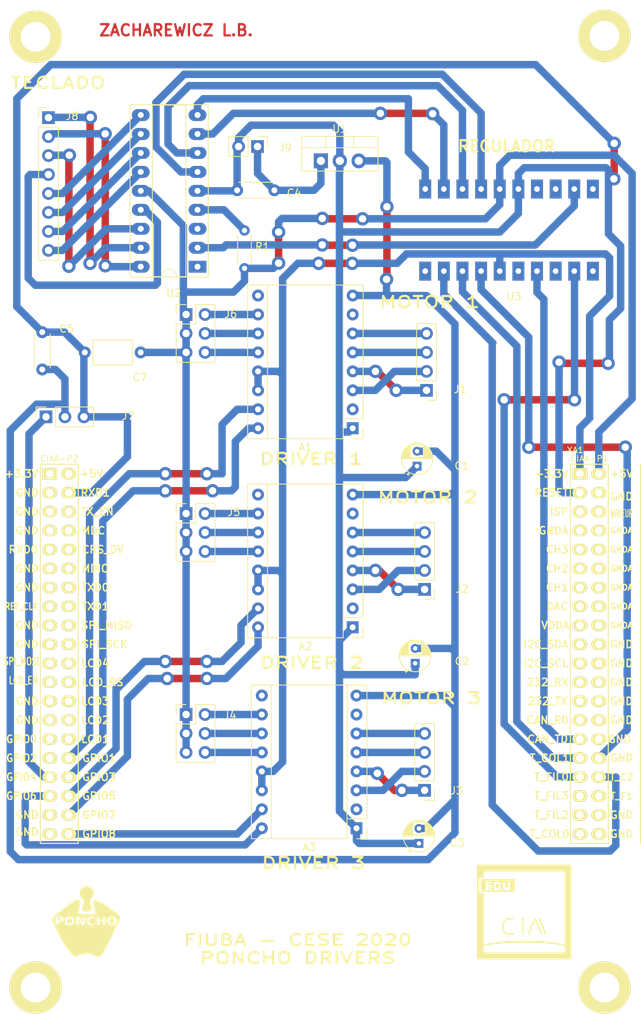
<source format=kicad_pcb>
(kicad_pcb (version 20171130) (host pcbnew 5.1.6-c6e7f7d~86~ubuntu18.04.1)

  (general
    (thickness 1.6)
    (drawings 10)
    (tracks 423)
    (zones 0)
    (modules 25)
    (nets 135)
  )

  (page A4)
  (title_block
    (title "Poncho EDU-CIAA DRIVERS")
    (company "FIUBA CESE")
    (comment 1 "Autora:L.B. Zacharewicz")
    (comment 2 "Reviso :Ignacio Majul")
    (comment 3 "Licencia: Open Source")
  )

  (layers
    (0 F.Cu jumper)
    (1 In1.Cu signal)
    (2 In2.Cu signal)
    (3 In3.Cu signal)
    (4 In4.Cu signal)
    (5 In5.Cu signal)
    (6 In6.Cu signal)
    (7 In7.Cu signal)
    (8 In8.Cu signal)
    (9 In9.Cu signal)
    (10 In10.Cu signal)
    (31 B.Cu jumper hide)
    (32 B.Adhes user)
    (33 F.Adhes user)
    (34 B.Paste user)
    (35 F.Paste user)
    (36 B.SilkS user)
    (37 F.SilkS user)
    (38 B.Mask user)
    (39 F.Mask user)
    (40 Dwgs.User user)
    (41 Cmts.User user)
    (42 Eco1.User user)
    (43 Eco2.User user)
    (44 Edge.Cuts user)
    (45 Margin user)
    (46 B.CrtYd user)
    (47 F.CrtYd user)
    (48 B.Fab user)
    (49 F.Fab user hide)
  )

  (setup
    (last_trace_width 0.25)
    (user_trace_width 0.8)
    (user_trace_width 1)
    (trace_clearance 0.2)
    (zone_clearance 0.508)
    (zone_45_only no)
    (trace_min 0.2)
    (via_size 0.8)
    (via_drill 0.4)
    (via_min_size 0.4)
    (via_min_drill 0.3)
    (user_via 1.6 0.8)
    (user_via 1.8 1)
    (uvia_size 0.3)
    (uvia_drill 0.1)
    (uvias_allowed no)
    (uvia_min_size 0.2)
    (uvia_min_drill 0.1)
    (edge_width 0.05)
    (segment_width 0.2)
    (pcb_text_width 0.3)
    (pcb_text_size 1.5 1.5)
    (mod_edge_width 0.12)
    (mod_text_size 1 1)
    (mod_text_width 0.15)
    (pad_size 1.524 1.524)
    (pad_drill 0.762)
    (pad_to_mask_clearance 0.05)
    (aux_axis_origin 0 0)
    (grid_origin 160.68 141.58)
    (visible_elements FFFFEF7F)
    (pcbplotparams
      (layerselection 0x010fc_ffffffff)
      (usegerberextensions false)
      (usegerberattributes true)
      (usegerberadvancedattributes true)
      (creategerberjobfile true)
      (excludeedgelayer true)
      (linewidth 0.100000)
      (plotframeref false)
      (viasonmask false)
      (mode 1)
      (useauxorigin false)
      (hpglpennumber 1)
      (hpglpenspeed 20)
      (hpglpendiameter 15.000000)
      (psnegative false)
      (psa4output false)
      (plotreference true)
      (plotvalue true)
      (plotinvisibletext false)
      (padsonsilk false)
      (subtractmaskfromsilk false)
      (outputformat 1)
      (mirror false)
      (drillshape 1)
      (scaleselection 1)
      (outputdirectory "/home/loboplateado/Escritorio/dibujo/tp_Final_Zacharewicz/tp_Final_Zacharewicz.pretty/"))
  )

  (net 0 "")
  (net 1 "Net-(A1-Pad16)")
  (net 2 +12V)
  (net 3 "Net-(A1-Pad15)")
  (net 4 "Net-(A1-Pad7)")
  (net 5 +3V3)
  (net 6 "Net-(A1-Pad6)")
  (net 7 "Net-(A1-Pad5)")
  (net 8 "Net-(A1-Pad12)")
  (net 9 "Net-(A1-Pad4)")
  (net 10 "Net-(A1-Pad11)")
  (net 11 "Net-(A1-Pad3)")
  (net 12 "Net-(A1-Pad10)")
  (net 13 "Net-(A1-Pad2)")
  (net 14 "Net-(A1-Pad9)")
  (net 15 GND)
  (net 16 "Net-(A2-Pad9)")
  (net 17 "Net-(A2-Pad2)")
  (net 18 "Net-(A2-Pad10)")
  (net 19 "Net-(A2-Pad3)")
  (net 20 "Net-(A2-Pad11)")
  (net 21 "Net-(A2-Pad4)")
  (net 22 "Net-(A2-Pad12)")
  (net 23 "Net-(A2-Pad5)")
  (net 24 "Net-(A2-Pad6)")
  (net 25 "Net-(A2-Pad7)")
  (net 26 "Net-(A2-Pad15)")
  (net 27 "Net-(A2-Pad16)")
  (net 28 "Net-(A3-Pad9)")
  (net 29 "Net-(A3-Pad2)")
  (net 30 "Net-(A3-Pad10)")
  (net 31 "Net-(A3-Pad3)")
  (net 32 "Net-(A3-Pad11)")
  (net 33 "Net-(A3-Pad4)")
  (net 34 "Net-(A3-Pad12)")
  (net 35 "Net-(A3-Pad5)")
  (net 36 "Net-(A3-Pad6)")
  (net 37 "Net-(A3-Pad7)")
  (net 38 "Net-(A3-Pad15)")
  (net 39 "Net-(A3-Pad16)")
  (net 40 "Net-(C4-Pad1)")
  (net 41 +5V)
  (net 42 "Net-(J7-Pad1)")
  (net 43 "Net-(J8-Pad1)")
  (net 44 "Net-(J8-Pad2)")
  (net 45 "Net-(J8-Pad3)")
  (net 46 "Net-(J8-Pad4)")
  (net 47 "Net-(J8-Pad5)")
  (net 48 "Net-(J8-Pad6)")
  (net 49 "Net-(J8-Pad7)")
  (net 50 "Net-(J8-Pad8)")
  (net 51 "Net-(R1-Pad1)")
  (net 52 "Net-(U2-Pad1)")
  (net 53 /reg12)
  (net 54 "Net-(U2-Pad3)")
  (net 55 "Net-(U2-Pad6)")
  (net 56 "Net-(U2-Pad7)")
  (net 57 "Net-(U2-Pad8)")
  (net 58 "Net-(U2-Pad9)")
  (net 59 "Net-(U3-Pad1)")
  (net 60 "Net-(U3-Pad2)")
  (net 61 "Net-(U3-Pad3)")
  (net 62 "Net-(U3-Pad4)")
  (net 63 "Net-(U3-Pad6)")
  (net 64 "Net-(U3-Pad7)")
  (net 65 "Net-(U3-Pad8)")
  (net 66 "Net-(U3-Pad9)")
  (net 67 "Net-(U3-Pad10)")
  (net 68 "Net-(U3-Pad11)")
  (net 69 "Net-(U3-Pad13)")
  (net 70 "Net-(U3-Pad14)")
  (net 71 "Net-(XA1-Pad11)")
  (net 72 "Net-(XA1-Pad13)")
  (net 73 "Net-(XA1-Pad6)")
  (net 74 "Net-(XA1-Pad15)")
  (net 75 "Net-(XA1-Pad8)")
  (net 76 "Net-(XA1-Pad17)")
  (net 77 "Net-(XA1-Pad10)")
  (net 78 "Net-(XA1-Pad19)")
  (net 79 "Net-(XA1-Pad12)")
  (net 80 "Net-(XA1-Pad21)")
  (net 81 "Net-(XA1-Pad14)")
  (net 82 "Net-(XA1-Pad23)")
  (net 83 "Net-(XA1-Pad16)")
  (net 84 "Net-(XA1-Pad25)")
  (net 85 "Net-(XA1-Pad27)")
  (net 86 "Net-(XA1-Pad36)")
  (net 87 "Net-(XA1-Pad38)")
  (net 88 "Net-(XA1-Pad35)")
  (net 89 "Net-(XA1-Pad37)")
  (net 90 "Net-(XA1-Pad5)")
  (net 91 "Net-(XA1-Pad7)")
  (net 92 "Net-(XA1-Pad9)")
  (net 93 "Net-(XA1-Pad39)")
  (net 94 "Net-(XA1-Pad40)")
  (net 95 +3.3VA)
  (net 96 +5VA)
  (net 97 "Net-(XA1-Pad45)")
  (net 98 "Net-(XA1-Pad46)")
  (net 99 "Net-(XA1-Pad47)")
  (net 100 "Net-(XA1-Pad48)")
  (net 101 "Net-(XA1-Pad49)")
  (net 102 "Net-(XA1-Pad50)")
  (net 103 "Net-(XA1-Pad51)")
  (net 104 "Net-(XA1-Pad52)")
  (net 105 "Net-(XA1-Pad53)")
  (net 106 "Net-(XA1-Pad54)")
  (net 107 "Net-(XA1-Pad55)")
  (net 108 "Net-(XA1-Pad56)")
  (net 109 "Net-(XA1-Pad57)")
  (net 110 "Net-(XA1-Pad59)")
  (net 111 "Net-(XA1-Pad61)")
  (net 112 "Net-(XA1-Pad63)")
  (net 113 "Net-(XA1-Pad65)")
  (net 114 "Net-(XA1-Pad67)")
  (net 115 "Net-(XA1-Pad77)")
  (net 116 "Net-(XA1-Pad79)")
  (net 117 "Net-(XA1-Pad58)")
  (net 118 "Net-(XA1-Pad60)")
  (net 119 "Net-(XA1-Pad62)")
  (net 120 "Net-(XA1-Pad64)")
  (net 121 "Net-(XA1-Pad66)")
  (net 122 "Net-(XA1-Pad68)")
  (net 123 "Net-(XA1-Pad70)")
  (net 124 "Net-(XA1-Pad4)")
  (net 125 "Net-(XA1-Pad18)")
  (net 126 "Net-(XA1-Pad20)")
  (net 127 "Net-(XA1-Pad22)")
  (net 128 "Net-(XA1-Pad24)")
  (net 129 "Net-(XA1-Pad26)")
  (net 130 "Net-(XA1-Pad28)")
  (net 131 "Net-(XA1-Pad30)")
  (net 132 "Net-(XA1-Pad43)")
  (net 133 "Net-(XA1-Pad69)")
  (net 134 "Net-(XA1-Pad71)")

  (net_class Default "This is the default net class."
    (clearance 0.2)
    (trace_width 0.25)
    (via_dia 0.8)
    (via_drill 0.4)
    (uvia_dia 0.3)
    (uvia_drill 0.1)
    (add_net +12V)
    (add_net +3.3VA)
    (add_net +3V3)
    (add_net +5V)
    (add_net +5VA)
    (add_net /reg12)
    (add_net GND)
    (add_net "Net-(A1-Pad10)")
    (add_net "Net-(A1-Pad11)")
    (add_net "Net-(A1-Pad12)")
    (add_net "Net-(A1-Pad15)")
    (add_net "Net-(A1-Pad16)")
    (add_net "Net-(A1-Pad2)")
    (add_net "Net-(A1-Pad3)")
    (add_net "Net-(A1-Pad4)")
    (add_net "Net-(A1-Pad5)")
    (add_net "Net-(A1-Pad6)")
    (add_net "Net-(A1-Pad7)")
    (add_net "Net-(A1-Pad9)")
    (add_net "Net-(A2-Pad10)")
    (add_net "Net-(A2-Pad11)")
    (add_net "Net-(A2-Pad12)")
    (add_net "Net-(A2-Pad15)")
    (add_net "Net-(A2-Pad16)")
    (add_net "Net-(A2-Pad2)")
    (add_net "Net-(A2-Pad3)")
    (add_net "Net-(A2-Pad4)")
    (add_net "Net-(A2-Pad5)")
    (add_net "Net-(A2-Pad6)")
    (add_net "Net-(A2-Pad7)")
    (add_net "Net-(A2-Pad9)")
    (add_net "Net-(A3-Pad10)")
    (add_net "Net-(A3-Pad11)")
    (add_net "Net-(A3-Pad12)")
    (add_net "Net-(A3-Pad15)")
    (add_net "Net-(A3-Pad16)")
    (add_net "Net-(A3-Pad2)")
    (add_net "Net-(A3-Pad3)")
    (add_net "Net-(A3-Pad4)")
    (add_net "Net-(A3-Pad5)")
    (add_net "Net-(A3-Pad6)")
    (add_net "Net-(A3-Pad7)")
    (add_net "Net-(A3-Pad9)")
    (add_net "Net-(C4-Pad1)")
    (add_net "Net-(J7-Pad1)")
    (add_net "Net-(J8-Pad1)")
    (add_net "Net-(J8-Pad2)")
    (add_net "Net-(J8-Pad3)")
    (add_net "Net-(J8-Pad4)")
    (add_net "Net-(J8-Pad5)")
    (add_net "Net-(J8-Pad6)")
    (add_net "Net-(J8-Pad7)")
    (add_net "Net-(J8-Pad8)")
    (add_net "Net-(R1-Pad1)")
    (add_net "Net-(U2-Pad1)")
    (add_net "Net-(U2-Pad3)")
    (add_net "Net-(U2-Pad6)")
    (add_net "Net-(U2-Pad7)")
    (add_net "Net-(U2-Pad8)")
    (add_net "Net-(U2-Pad9)")
    (add_net "Net-(U3-Pad1)")
    (add_net "Net-(U3-Pad10)")
    (add_net "Net-(U3-Pad11)")
    (add_net "Net-(U3-Pad13)")
    (add_net "Net-(U3-Pad14)")
    (add_net "Net-(U3-Pad2)")
    (add_net "Net-(U3-Pad3)")
    (add_net "Net-(U3-Pad4)")
    (add_net "Net-(U3-Pad6)")
    (add_net "Net-(U3-Pad7)")
    (add_net "Net-(U3-Pad8)")
    (add_net "Net-(U3-Pad9)")
    (add_net "Net-(XA1-Pad10)")
    (add_net "Net-(XA1-Pad11)")
    (add_net "Net-(XA1-Pad12)")
    (add_net "Net-(XA1-Pad13)")
    (add_net "Net-(XA1-Pad14)")
    (add_net "Net-(XA1-Pad15)")
    (add_net "Net-(XA1-Pad16)")
    (add_net "Net-(XA1-Pad17)")
    (add_net "Net-(XA1-Pad18)")
    (add_net "Net-(XA1-Pad19)")
    (add_net "Net-(XA1-Pad20)")
    (add_net "Net-(XA1-Pad21)")
    (add_net "Net-(XA1-Pad22)")
    (add_net "Net-(XA1-Pad23)")
    (add_net "Net-(XA1-Pad24)")
    (add_net "Net-(XA1-Pad25)")
    (add_net "Net-(XA1-Pad26)")
    (add_net "Net-(XA1-Pad27)")
    (add_net "Net-(XA1-Pad28)")
    (add_net "Net-(XA1-Pad30)")
    (add_net "Net-(XA1-Pad35)")
    (add_net "Net-(XA1-Pad36)")
    (add_net "Net-(XA1-Pad37)")
    (add_net "Net-(XA1-Pad38)")
    (add_net "Net-(XA1-Pad39)")
    (add_net "Net-(XA1-Pad4)")
    (add_net "Net-(XA1-Pad40)")
    (add_net "Net-(XA1-Pad43)")
    (add_net "Net-(XA1-Pad45)")
    (add_net "Net-(XA1-Pad46)")
    (add_net "Net-(XA1-Pad47)")
    (add_net "Net-(XA1-Pad48)")
    (add_net "Net-(XA1-Pad49)")
    (add_net "Net-(XA1-Pad5)")
    (add_net "Net-(XA1-Pad50)")
    (add_net "Net-(XA1-Pad51)")
    (add_net "Net-(XA1-Pad52)")
    (add_net "Net-(XA1-Pad53)")
    (add_net "Net-(XA1-Pad54)")
    (add_net "Net-(XA1-Pad55)")
    (add_net "Net-(XA1-Pad56)")
    (add_net "Net-(XA1-Pad57)")
    (add_net "Net-(XA1-Pad58)")
    (add_net "Net-(XA1-Pad59)")
    (add_net "Net-(XA1-Pad6)")
    (add_net "Net-(XA1-Pad60)")
    (add_net "Net-(XA1-Pad61)")
    (add_net "Net-(XA1-Pad62)")
    (add_net "Net-(XA1-Pad63)")
    (add_net "Net-(XA1-Pad64)")
    (add_net "Net-(XA1-Pad65)")
    (add_net "Net-(XA1-Pad66)")
    (add_net "Net-(XA1-Pad67)")
    (add_net "Net-(XA1-Pad68)")
    (add_net "Net-(XA1-Pad69)")
    (add_net "Net-(XA1-Pad7)")
    (add_net "Net-(XA1-Pad70)")
    (add_net "Net-(XA1-Pad71)")
    (add_net "Net-(XA1-Pad77)")
    (add_net "Net-(XA1-Pad79)")
    (add_net "Net-(XA1-Pad8)")
    (add_net "Net-(XA1-Pad9)")
  )

  (module footprint:Logo_Poncho (layer F.Cu) (tedit 560DAFF4) (tstamp 5EED3898)
    (at 62.52 155.8)
    (fp_text reference G*** (at 0.127 5.588) (layer F.SilkS) hide
      (effects (font (size 1.524 1.524) (thickness 0.3)))
    )
    (fp_text value LOGO (at 0.762 7.493) (layer F.SilkS) hide
      (effects (font (size 1.524 1.524) (thickness 0.3)))
    )
    (fp_poly (pts (xy 3.778435 -0.1467) (xy 3.755065 -0.006732) (xy 3.683615 0.114199) (xy 3.561755 0.265484)
      (xy 3.464788 0.329848) (xy 3.463636 0.32987) (xy 3.367616 0.267542) (xy 3.245708 0.117317)
      (xy 3.243657 0.114199) (xy 3.152854 -0.05684) (xy 3.163699 -0.197017) (xy 3.224301 -0.318756)
      (xy 3.346778 -0.473895) (xy 3.463636 -0.536039) (xy 3.584223 -0.47051) (xy 3.702971 -0.318756)
      (xy 3.778435 -0.1467)) (layer F.SilkS) (width 0.1))
    (fp_poly (pts (xy -1.911824 -0.1467) (xy -1.935194 -0.006732) (xy -2.006645 0.114199) (xy -2.128505 0.265484)
      (xy -2.225472 0.329848) (xy -2.226624 0.32987) (xy -2.322643 0.267542) (xy -2.444552 0.117317)
      (xy -2.446603 0.114199) (xy -2.537406 -0.05684) (xy -2.52656 -0.197017) (xy -2.465958 -0.318756)
      (xy -2.343482 -0.473895) (xy -2.226624 -0.536039) (xy -2.106037 -0.47051) (xy -1.987289 -0.318756)
      (xy -1.911824 -0.1467)) (layer F.SilkS) (width 0.1))
    (fp_poly (pts (xy -3.320079 -0.321578) (xy -3.381169 -0.206169) (xy -3.537606 -0.087441) (xy -3.656944 -0.12265)
      (xy -3.710414 -0.301007) (xy -3.711039 -0.32987) (xy -3.666881 -0.523821) (xy -3.553583 -0.57585)
      (xy -3.399915 -0.47517) (xy -3.381169 -0.453571) (xy -3.320079 -0.321578)) (layer F.SilkS) (width 0.1))
    (fp_poly (pts (xy 1.023542 -3.736319) (xy 0.895402 -3.389445) (xy 0.679417 -3.11223) (xy 0.563302 -2.982356)
      (xy 0.508034 -2.869698) (xy 0.506066 -2.720981) (xy 0.549854 -2.48293) (xy 0.574294 -2.370022)
      (xy 0.658312 -1.973188) (xy 0.69611 -1.709422) (xy 0.675383 -1.550382) (xy 0.583822 -1.467723)
      (xy 0.409122 -1.433104) (xy 0.16144 -1.419187) (xy -0.12355 -1.415195) (xy -0.339882 -1.428263)
      (xy -0.43645 -1.453549) (xy -0.490308 -1.618268) (xy -0.466441 -1.923684) (xy -0.365224 -2.365222)
      (xy -0.360015 -2.384058) (xy -0.225225 -2.868872) (xy -0.488808 -3.104404) (xy -0.714353 -3.402585)
      (xy -0.808424 -3.746824) (xy -0.77552 -4.096523) (xy -0.620138 -4.411085) (xy -0.346777 -4.649915)
      (xy -0.31571 -4.666738) (xy 0.033719 -4.763905) (xy 0.380075 -4.71573) (xy 0.68714 -4.538441)
      (xy 0.918691 -4.248265) (xy 0.989692 -4.081895) (xy 1.023542 -3.736319)) (layer F.SilkS) (width 0.1))
    (fp_poly (pts (xy 4.535714 -0.627021) (xy 4.498746 -0.420109) (xy 4.405012 -0.1352) (xy 4.280272 0.162897)
      (xy 4.150281 0.409374) (xy 4.123376 0.447413) (xy 4.123376 -0.123701) (xy 4.058326 -0.436938)
      (xy 3.869112 -0.644378) (xy 3.564639 -0.737671) (xy 3.463636 -0.742208) (xy 3.129516 -0.681223)
      (xy 2.908248 -0.503835) (xy 2.808734 -0.218392) (xy 2.803896 -0.123701) (xy 2.868946 0.189536)
      (xy 3.058159 0.396975) (xy 3.362633 0.490269) (xy 3.463636 0.494805) (xy 3.797606 0.436492)
      (xy 3.958441 0.32987) (xy 4.092315 0.09203) (xy 4.123376 -0.123701) (xy 4.123376 0.447413)
      (xy 4.089856 0.494805) (xy 4.013749 0.621925) (xy 3.89522 0.861365) (xy 3.753792 1.172585)
      (xy 3.672876 1.360714) (xy 3.421635 1.929272) (xy 3.149718 2.496808) (xy 2.869494 3.041693)
      (xy 2.593334 3.542296) (xy 2.556493 3.603955) (xy 2.556493 -0.123701) (xy 2.552598 -0.439936)
      (xy 2.534834 -0.625484) (xy 2.494089 -0.714524) (xy 2.421247 -0.741238) (xy 2.391558 -0.742208)
      (xy 2.270831 -0.703329) (xy 2.228325 -0.558669) (xy 2.226623 -0.494805) (xy 2.206189 -0.31957)
      (xy 2.109798 -0.254982) (xy 1.97922 -0.247402) (xy 1.803985 -0.267837) (xy 1.739397 -0.364227)
      (xy 1.731818 -0.494805) (xy 1.705898 -0.675896) (xy 1.609459 -0.739655) (xy 1.566883 -0.742208)
      (xy 1.482553 -0.727599) (xy 1.433074 -0.660988) (xy 1.40933 -0.508193) (xy 1.402206 -0.235036)
      (xy 1.401948 -0.123701) (xy 1.405843 0.192533) (xy 1.423606 0.378081) (xy 1.464351 0.467122)
      (xy 1.537193 0.493835) (xy 1.566883 0.494805) (xy 1.680559 0.462518) (xy 1.726426 0.336472)
      (xy 1.731818 0.206169) (xy 1.745609 0.012245) (xy 1.815564 -0.067294) (xy 1.97922 -0.082467)
      (xy 2.145441 -0.066377) (xy 2.213617 0.015237) (xy 2.226623 0.206169) (xy 2.245073 0.405103)
      (xy 2.317099 0.48537) (xy 2.391558 0.494805) (xy 2.475887 0.480197) (xy 2.525367 0.413586)
      (xy 2.549111 0.260791) (xy 2.556234 -0.012366) (xy 2.556493 -0.123701) (xy 2.556493 3.603955)
      (xy 2.33361 3.976986) (xy 2.102692 4.324132) (xy 1.912952 4.562103) (xy 1.781691 4.667512)
      (xy 1.660102 4.654002) (xy 1.438445 4.580892) (xy 1.163465 4.463746) (xy 1.154545 4.459546)
      (xy 1.154545 0.36149) (xy 1.110706 0.268405) (xy 0.956623 0.266159) (xy 0.938776 0.269422)
      (xy 0.717011 0.243945) (xy 0.523128 0.11531) (xy 0.417755 -0.07121) (xy 0.412337 -0.123701)
      (xy 0.484303 -0.318602) (xy 0.658393 -0.472009) (xy 0.871896 -0.536691) (xy 0.949632 -0.528355)
      (xy 1.105982 -0.515384) (xy 1.154279 -0.597467) (xy 1.154545 -0.609566) (xy 1.114247 -0.69528)
      (xy 0.970303 -0.735064) (xy 0.783441 -0.742208) (xy 0.429195 -0.687347) (xy 0.198088 -0.523118)
      (xy 0.090717 -0.250044) (xy 0.082467 -0.123701) (xy 0.144642 0.188869) (xy 0.330769 0.392787)
      (xy 0.640252 0.487526) (xy 0.783441 0.494805) (xy 1.022962 0.480515) (xy 1.134243 0.429291)
      (xy 1.154545 0.36149) (xy 1.154545 4.459546) (xy 1.148315 4.456614) (xy 0.592041 4.256938)
      (xy 0.061238 4.207886) (xy -0.164935 4.249843) (xy -0.164935 -0.123701) (xy -0.168831 -0.439936)
      (xy -0.186594 -0.625484) (xy -0.227339 -0.714524) (xy -0.300181 -0.741238) (xy -0.329871 -0.742208)
      (xy -0.435349 -0.716231) (xy -0.483875 -0.609894) (xy -0.495586 -0.391721) (xy -0.496366 -0.041234)
      (xy -0.706429 -0.391721) (xy -0.874005 -0.625569) (xy -1.029731 -0.729733) (xy -1.117986 -0.742208)
      (xy -1.220495 -0.733937) (xy -1.280586 -0.685976) (xy -1.309571 -0.563603) (xy -1.318762 -0.332094)
      (xy -1.319481 -0.123701) (xy -1.315585 0.192533) (xy -1.297822 0.378081) (xy -1.257077 0.467122)
      (xy -1.184235 0.493835) (xy -1.154546 0.494805) (xy -1.049068 0.468829) (xy -1.000541 0.362492)
      (xy -0.988831 0.144318) (xy -0.98805 -0.206169) (xy -0.777988 0.144318) (xy -0.610412 0.378167)
      (xy -0.454685 0.48233) (xy -0.36643 0.494805) (xy -0.263922 0.486535) (xy -0.203831 0.438574)
      (xy -0.174846 0.3162) (xy -0.165655 0.084692) (xy -0.164935 -0.123701) (xy -0.164935 4.249843)
      (xy -0.48241 4.308738) (xy -0.783442 4.420415) (xy -1.059466 4.535832) (xy -1.285963 4.626797)
      (xy -1.401948 4.669513) (xy -1.518876 4.625399) (xy -1.566884 4.584033) (xy -1.566884 -0.123701)
      (xy -1.631934 -0.436938) (xy -1.821147 -0.644378) (xy -2.12562 -0.737671) (xy -2.226624 -0.742208)
      (xy -2.560743 -0.681223) (xy -2.782012 -0.503835) (xy -2.881525 -0.218392) (xy -2.886364 -0.123701)
      (xy -2.821314 0.189536) (xy -2.6321 0.396975) (xy -2.327627 0.490269) (xy -2.226624 0.494805)
      (xy -1.892653 0.436492) (xy -1.731819 0.32987) (xy -1.597945 0.09203) (xy -1.566884 -0.123701)
      (xy -1.566884 4.584033) (xy -1.717176 4.454536) (xy -1.98582 4.166799) (xy -2.061689 4.078924)
      (xy -2.369861 3.70727) (xy -2.632201 3.363429) (xy -2.870341 3.013116) (xy -2.968832 2.849614)
      (xy -2.968832 -0.32987) (xy -3.007485 -0.54598) (xy -3.140146 -0.67528) (xy -3.391869 -0.734039)
      (xy -3.603832 -0.742208) (xy -4.04091 -0.742208) (xy -4.04091 -0.123701) (xy -4.037014 0.192533)
      (xy -4.019251 0.378081) (xy -3.978506 0.467122) (xy -3.905664 0.493835) (xy -3.875974 0.494805)
      (xy -3.746639 0.446485) (xy -3.711039 0.288637) (xy -3.687673 0.146227) (xy -3.584731 0.090232)
      (xy -3.438897 0.082468) (xy -3.16065 0.034793) (xy -3.008068 -0.114765) (xy -2.968832 -0.32987)
      (xy -2.968832 2.849614) (xy -3.105916 2.622046) (xy -3.360558 2.155935) (xy -3.6559 1.580499)
      (xy -3.724805 1.443182) (xy -3.927446 1.040996) (xy -4.107468 0.68891) (xy -4.250627 0.414385)
      (xy -4.342678 0.24488) (xy -4.366512 0.206169) (xy -4.479713 -0.061738) (xy -4.470402 -0.368299)
      (xy -4.39208 -0.562072) (xy -4.211754 -0.794239) (xy -3.970771 -1.027175) (xy -3.729883 -1.205582)
      (xy -3.628572 -1.257014) (xy -3.515586 -1.328258) (xy -3.31072 -1.481511) (xy -3.047204 -1.691308)
      (xy -2.861153 -1.845142) (xy -2.478394 -2.151727) (xy -2.09396 -2.434151) (xy -1.735885 -2.674156)
      (xy -1.432202 -2.853482) (xy -1.210945 -2.953871) (xy -1.135923 -2.968831) (xy -0.992755 -2.911987)
      (xy -0.868796 -2.807085) (xy -0.798823 -2.718089) (xy -0.768465 -2.621372) (xy -0.779148 -2.476306)
      (xy -0.832302 -2.242261) (xy -0.897248 -1.997411) (xy -1.002077 -1.614541) (xy -1.0637 -1.342913)
      (xy -1.062894 -1.163551) (xy -0.980436 -1.05748) (xy -0.797105 -1.005726) (xy -0.493678 -0.989314)
      (xy -0.050932 -0.989267) (xy 0.123701 -0.98961) (xy 0.616616 -0.993152) (xy 0.963601 -1.004879)
      (xy 1.183529 -1.026446) (xy 1.295275 -1.059505) (xy 1.31948 -1.094352) (xy 1.298521 -1.22034)
      (xy 1.243133 -1.457326) (xy 1.164548 -1.757819) (xy 1.150407 -1.809213) (xy 1.043088 -2.255847)
      (xy 1.008894 -2.569631) (xy 1.048676 -2.765972) (xy 1.163285 -2.860279) (xy 1.208992 -2.870512)
      (xy 1.420553 -2.83991) (xy 1.739874 -2.711189) (xy 2.149801 -2.493929) (xy 2.633175 -2.197713)
      (xy 3.172841 -1.832122) (xy 3.525487 -1.576813) (xy 3.929546 -1.272303) (xy 4.214754 -1.04349)
      (xy 4.398878 -0.873667) (xy 4.499689 -0.746128) (xy 4.534955 -0.644167) (xy 4.535714 -0.627021)) (layer F.SilkS) (width 0.1))
  )

  (module footprint:Logo_EDU-CIAA (layer F.Cu) (tedit 560D8BDB) (tstamp 5EED342F)
    (at 121.32 154.48)
    (fp_text reference G*** (at 0 7.112) (layer F.SilkS) hide
      (effects (font (size 1.524 1.524) (thickness 0.3048)))
    )
    (fp_text value Logo_EDU-CIAA (at 0.06 -7.8) (layer F.SilkS) hide
      (effects (font (size 1.524 1.524) (thickness 0.3048)))
    )
    (fp_poly (pts (xy -3.33756 -3.59918) (xy -3.34264 -3.35788) (xy -3.46964 -3.1877) (xy -3.65252 -3.13436)
      (xy -3.75666 -3.16738) (xy -3.80238 -3.29184) (xy -3.81 -3.47218) (xy -3.79984 -3.69062)
      (xy -3.74396 -3.78714) (xy -3.61696 -3.81) (xy -3.60172 -3.81) (xy -3.42138 -3.7592)
      (xy -3.33756 -3.59918)) (layer F.SilkS) (width 0.00254))
    (fp_poly (pts (xy -1.27 -2.71018) (xy -1.94818 -2.71018) (xy -1.94818 -3.57378) (xy -1.95834 -3.86334)
      (xy -1.99644 -4.01574) (xy -2.06756 -4.064) (xy -2.07518 -4.064) (xy -2.15138 -4.02336)
      (xy -2.19202 -3.87858) (xy -2.20218 -3.59664) (xy -2.20218 -3.5941) (xy -2.20726 -3.32486)
      (xy -2.2352 -3.1877) (xy -2.2987 -3.14452) (xy -2.39268 -3.1496) (xy -2.50698 -3.1877)
      (xy -2.57048 -3.2893) (xy -2.60096 -3.49758) (xy -2.60858 -3.6195) (xy -2.6416 -3.90398)
      (xy -2.70002 -4.04114) (xy -2.75844 -4.064) (xy -2.82956 -3.99034) (xy -2.8702 -3.80238)
      (xy -2.8829 -3.55092) (xy -2.86258 -3.29438) (xy -2.80924 -3.08102) (xy -2.79146 -3.04292)
      (xy -2.64668 -2.92608) (xy -2.41808 -2.87782) (xy -2.18694 -2.90576) (xy -2.04978 -2.98196)
      (xy -1.9939 -3.11658) (xy -1.95834 -3.36042) (xy -1.94818 -3.57378) (xy -1.94818 -2.71018)
      (xy -3.0861 -2.71018) (xy -3.0861 -3.42138) (xy -3.09372 -3.64744) (xy -3.20548 -3.88874)
      (xy -3.429 -4.0259) (xy -3.76428 -4.064) (xy -4.064 -4.064) (xy -4.064 -3.47218)
      (xy -4.064 -2.88036) (xy -3.7465 -2.88036) (xy -3.51536 -2.89814) (xy -3.3528 -2.93624)
      (xy -3.33756 -2.94386) (xy -3.17246 -3.14198) (xy -3.0861 -3.42138) (xy -3.0861 -2.71018)
      (xy -3.556 -2.71018) (xy -4.23418 -2.71018) (xy -4.23418 -3.00736) (xy -4.29006 -3.09626)
      (xy -4.47548 -3.13182) (xy -4.572 -3.13436) (xy -4.80822 -3.15468) (xy -4.90474 -3.22326)
      (xy -4.91236 -3.26136) (xy -4.84886 -3.35534) (xy -4.64312 -3.38836) (xy -4.61518 -3.38836)
      (xy -4.39674 -3.4163) (xy -4.32054 -3.50266) (xy -4.318 -3.51536) (xy -4.38404 -3.60934)
      (xy -4.58978 -3.64236) (xy -4.61518 -3.64236) (xy -4.81076 -3.66268) (xy -4.90982 -3.71602)
      (xy -4.91236 -3.72618) (xy -4.8387 -3.78206) (xy -4.65328 -3.81) (xy -4.61518 -3.81)
      (xy -4.39674 -3.83794) (xy -4.32054 -3.92684) (xy -4.318 -3.937) (xy -4.36372 -4.01828)
      (xy -4.5212 -4.05638) (xy -4.74218 -4.064) (xy -5.16636 -4.064) (xy -5.16636 -3.47218)
      (xy -5.16636 -2.88036) (xy -4.699 -2.88036) (xy -4.4196 -2.89052) (xy -4.27482 -2.93116)
      (xy -4.23418 -3.00736) (xy -4.23418 -2.71018) (xy -5.842 -2.71018) (xy -5.842 -3.556)
      (xy -5.842 -4.40436) (xy -3.556 -4.40436) (xy -1.27 -4.40436) (xy -1.27 -3.556)
      (xy -1.27 -2.71018)) (layer F.SilkS) (width 0.00254))
    (fp_poly (pts (xy 2.96164 2.98704) (xy 2.8956 3.04292) (xy 2.85242 3.048) (xy 2.78384 2.9718)
      (xy 2.67208 2.75844) (xy 2.52984 2.43586) (xy 2.36982 2.02946) (xy 2.3368 1.94056)
      (xy 2.15138 1.41478) (xy 2.03708 1.0414) (xy 1.99136 0.81788) (xy 2.01676 0.74422)
      (xy 2.10566 0.80772) (xy 2.159 0.91186) (xy 2.25552 1.13284) (xy 2.38252 1.44272)
      (xy 2.52476 1.79578) (xy 2.66954 2.16154) (xy 2.79654 2.49936) (xy 2.89814 2.77622)
      (xy 2.95402 2.94894) (xy 2.96164 2.98704)) (layer F.SilkS) (width 0.00254))
    (fp_poly (pts (xy 2.40284 3.0353) (xy 2.30378 3.05308) (xy 2.17678 2.90322) (xy 2.02184 2.59334)
      (xy 1.83642 2.1209) (xy 1.80848 2.03708) (xy 1.6764 1.67132) (xy 1.5621 1.3716)
      (xy 1.47828 1.17094) (xy 1.43764 1.09982) (xy 1.39446 1.17602) (xy 1.3081 1.37922)
      (xy 1.19126 1.68148) (xy 1.05664 2.04978) (xy 1.05664 2.05232) (xy 0.87884 2.52222)
      (xy 0.7366 2.83464) (xy 0.62484 2.99974) (xy 0.57404 3.03022) (xy 0.50546 3.02514)
      (xy 0.49276 2.9591) (xy 0.53848 2.79654) (xy 0.64516 2.52222) (xy 0.78994 2.15646)
      (xy 0.9525 1.7272) (xy 1.08458 1.3716) (xy 1.2319 1.016) (xy 1.35128 0.82296)
      (xy 1.4351 0.77978) (xy 1.4986 0.86106) (xy 1.60782 1.06172) (xy 1.74752 1.35382)
      (xy 1.90246 1.69926) (xy 2.05994 2.06502) (xy 2.20472 2.41554) (xy 2.31902 2.71526)
      (xy 2.39014 2.9337) (xy 2.40284 3.0353)) (layer F.SilkS) (width 0.00254))
    (fp_poly (pts (xy -0.08636 1.905) (xy -0.0889 2.37236) (xy -0.09906 2.69494) (xy -0.11938 2.90068)
      (xy -0.14986 3.00736) (xy -0.19812 3.04546) (xy -0.21336 3.048) (xy -0.26416 3.0226)
      (xy -0.29972 2.9337) (xy -0.32258 2.7559) (xy -0.33528 2.4638) (xy -0.34036 2.032)
      (xy -0.34036 1.905) (xy -0.33782 1.4351) (xy -0.32766 1.11252) (xy -0.30734 0.90678)
      (xy -0.27432 0.8001) (xy -0.22606 0.762) (xy -0.21336 0.762) (xy -0.16002 0.78486)
      (xy -0.12446 0.87376) (xy -0.1016 1.05156) (xy -0.09144 1.34366) (xy -0.08636 1.77546)
      (xy -0.08636 1.905)) (layer F.SilkS) (width 0.00254))
    (fp_poly (pts (xy -1.36398 2.94894) (xy -1.41986 2.99212) (xy -1.58242 3.04292) (xy -1.83134 3.07848)
      (xy -2.08534 3.08864) (xy -2.24028 3.0734) (xy -2.59334 2.89814) (xy -2.84734 2.5908)
      (xy -2.921 2.43586) (xy -3.01752 1.98628) (xy -2.94894 1.55956) (xy -2.71526 1.16586)
      (xy -2.667 1.11252) (xy -2.49174 0.93726) (xy -2.33426 0.84582) (xy -2.12344 0.81026)
      (xy -1.90246 0.80518) (xy -1.57988 0.82296) (xy -1.40462 0.8763) (xy -1.37922 0.90932)
      (xy -1.40208 0.97028) (xy -1.55194 0.98298) (xy -1.70942 0.96774) (xy -2.08788 0.9906)
      (xy -2.39776 1.143) (xy -2.6289 1.39192) (xy -2.75844 1.70434) (xy -2.77876 2.04978)
      (xy -2.67462 2.39522) (xy -2.4765 2.66446) (xy -2.31902 2.80162) (xy -2.159 2.86258)
      (xy -1.9304 2.86766) (xy -1.80086 2.8575) (xy -1.51892 2.84988) (xy -1.36906 2.8829)
      (xy -1.36398 2.94894)) (layer F.SilkS) (width 0.00254))
    (fp_poly (pts (xy 6.35 6.35) (xy 5.42036 6.35) (xy 5.42036 4.8006) (xy 5.41782 4.7371)
      (xy 5.41782 4.39674) (xy 5.41782 -0.51054) (xy 5.41782 -5.42036) (xy 0 -5.42036)
      (xy -5.42036 -5.42036) (xy -5.42036 -4.99618) (xy -5.42036 -4.572) (xy -5.715 -4.572)
      (xy -6.01218 -4.572) (xy -6.01218 -3.556) (xy -6.01218 -2.54) (xy -5.715 -2.54)
      (xy -5.42036 -2.54) (xy -5.42036 0.9271) (xy -5.42036 4.39674) (xy -5.21462 4.318)
      (xy -5.05968 4.27736) (xy -4.77266 4.21894) (xy -4.39166 4.14782) (xy -3.95224 4.07162)
      (xy -3.7973 4.04622) (xy -3.42392 3.9878) (xy -3.08102 3.94462) (xy -2.74066 3.90906)
      (xy -2.3749 3.88366) (xy -1.9558 3.86842) (xy -1.45542 3.85826) (xy -0.84582 3.85318)
      (xy -0.09652 3.85064) (xy 0 3.85064) (xy 0.76454 3.85318) (xy 1.38938 3.85826)
      (xy 1.90246 3.86588) (xy 2.32918 3.88366) (xy 2.70002 3.90652) (xy 3.04038 3.93954)
      (xy 3.38074 3.98272) (xy 3.74904 4.0386) (xy 3.79476 4.04622) (xy 4.24434 4.12242)
      (xy 4.65074 4.19608) (xy 4.97332 4.25958) (xy 5.17652 4.30784) (xy 5.21208 4.318)
      (xy 5.41782 4.39674) (xy 5.41782 4.7371) (xy 5.41528 4.67614) (xy 5.38226 4.5847)
      (xy 5.29844 4.51612) (xy 5.14604 4.46278) (xy 4.90474 4.41706) (xy 4.55168 4.37134)
      (xy 4.06654 4.31546) (xy 3.59664 4.26466) (xy 2.9464 4.2037) (xy 2.20218 4.16052)
      (xy 1.3462 4.13258) (xy 0.35052 4.12242) (xy 0 4.11988) (xy -0.89154 4.12496)
      (xy -1.65608 4.13766) (xy -2.33426 4.1656) (xy -2.96672 4.20624) (xy -3.59664 4.2672)
      (xy -4.26466 4.34594) (xy -4.7625 4.41452) (xy -5.42036 4.50596) (xy -5.42036 4.96062)
      (xy -5.42036 5.41782) (xy 0 5.41782) (xy 5.41782 5.41782) (xy 5.41782 4.96062)
      (xy 5.42036 4.8006) (xy 5.42036 6.35) (xy 0 6.35) (xy -6.35 6.35)
      (xy -6.35 0) (xy -6.35 -6.35) (xy 0 -6.35) (xy 6.35 -6.35)
      (xy 6.35 0) (xy 6.35 6.35)) (layer F.SilkS) (width 0.00254))
  )

  (module footprint:Conn_Poncho_Completo (layer F.Cu) (tedit 560F0CBC) (tstamp 5EEC3E32)
    (at 128.778 95.758)
    (tags "CONN Poncho")
    (path /5EFB01D8)
    (fp_text reference XA1 (at -0.635 -3.175) (layer F.SilkS)
      (effects (font (size 0.8 0.8) (thickness 0.12)))
    )
    (fp_text value Conn_Poncho2P_2x_20x2 (at -1.905 51.181) (layer F.SilkS) hide
      (effects (font (size 1.016 1.016) (thickness 0.2032)))
    )
    (fp_line (start 3.81 -1.27) (end -1.27 -1.27) (layer F.SilkS) (width 0.15))
    (fp_line (start 3.81 49.53) (end -1.27 49.53) (layer F.SilkS) (width 0.15))
    (fp_line (start 3.81 49.53) (end 3.81 -1.27) (layer F.SilkS) (width 0.15))
    (fp_line (start -1.27 49.53) (end -1.27 -1.27) (layer F.SilkS) (width 0.15))
    (fp_line (start -72.39 49.53) (end -72.39 0) (layer F.SilkS) (width 0.15))
    (fp_line (start -67.31 49.53) (end -72.39 49.53) (layer F.SilkS) (width 0.15))
    (fp_line (start -67.31 -1.27) (end -67.31 49.53) (layer F.SilkS) (width 0.15))
    (fp_line (start -72.39 -1.27) (end -67.31 -1.27) (layer F.SilkS) (width 0.15))
    (fp_line (start -72.39 0) (end -72.39 -1.27) (layer F.SilkS) (width 0.15))
    (fp_line (start 8.128 0) (end 8.128 49.53) (layer F.SilkS) (width 0.15))
    (fp_line (start 8.128 0) (end 8.128 -1.27) (layer F.SilkS) (width 0.15))
    (fp_line (start 5.207 73.66) (end -74.93 73.66) (layer Dwgs.User) (width 0.15))
    (fp_line (start -77.724 70.612) (end -77.724 -60.706) (layer Dwgs.User) (width 0.15))
    (fp_line (start -74.295 -63.373) (end 5.207 -63.373) (layer Dwgs.User) (width 0.15))
    (fp_line (start 8.128 -60.452) (end 8.128 70.485) (layer Dwgs.User) (width 0.15))
    (fp_arc (start -74.803 70.739) (end -74.93 73.66) (angle 90) (layer Dwgs.User) (width 0.15))
    (fp_arc (start 5.08 70.612) (end 8.128 70.485) (angle 90) (layer Dwgs.User) (width 0.15))
    (fp_arc (start 5.207 -60.452) (end 5.207 -63.373) (angle 90) (layer Dwgs.User) (width 0.15))
    (fp_arc (start -74.676 -60.325) (end -77.724 -60.706) (angle 90) (layer Dwgs.User) (width 0.15))
    (fp_text user GPIO8 (at -64.516 48.26) (layer F.SilkS)
      (effects (font (size 1 1) (thickness 0.2)))
    )
    (fp_text user GPIO7 (at -64.516 45.72) (layer F.SilkS)
      (effects (font (size 1 1) (thickness 0.2)))
    )
    (fp_text user GPIO5 (at -64.516 43.18) (layer F.SilkS)
      (effects (font (size 1 1) (thickness 0.2)))
    )
    (fp_text user GPIO3 (at -64.516 40.64) (layer F.SilkS)
      (effects (font (size 1 1) (thickness 0.2)))
    )
    (fp_text user GPIO1 (at -64.516 38.1) (layer F.SilkS)
      (effects (font (size 1 1) (thickness 0.2)))
    )
    (fp_text user LCD1 (at -65.024 35.56) (layer F.SilkS)
      (effects (font (size 1 1) (thickness 0.2)))
    )
    (fp_text user LCD2 (at -65.024 33.02) (layer F.SilkS)
      (effects (font (size 1 1) (thickness 0.2)))
    )
    (fp_text user LCD3 (at -65.024 30.48) (layer F.SilkS)
      (effects (font (size 1 1) (thickness 0.2)))
    )
    (fp_text user LCD_RS (at -64.008 27.94) (layer F.SilkS)
      (effects (font (size 1 1) (thickness 0.2)))
    )
    (fp_text user LCD4 (at -65.024 25.4) (layer F.SilkS)
      (effects (font (size 1 1) (thickness 0.2)))
    )
    (fp_text user SPI_SCK (at -63.754 22.86) (layer F.SilkS)
      (effects (font (size 1 1) (thickness 0.2)))
    )
    (fp_text user SPI_MISO (at -63.5 20.32) (layer F.SilkS)
      (effects (font (size 1 1) (thickness 0.2)))
    )
    (fp_text user TXD1 (at -65.024 17.78) (layer F.SilkS)
      (effects (font (size 1 1) (thickness 0.2)))
    )
    (fp_text user TXD0 (at -65.024 15.24) (layer F.SilkS)
      (effects (font (size 1 1) (thickness 0.2)))
    )
    (fp_text user MDIO (at -65.024 12.7) (layer F.SilkS)
      (effects (font (size 1 1) (thickness 0.2)))
    )
    (fp_text user CRS_DV (at -64.008 10.16) (layer F.SilkS)
      (effects (font (size 1 1) (thickness 0.2)))
    )
    (fp_text user MDC (at -65.278 7.62) (layer F.SilkS)
      (effects (font (size 1 1) (thickness 0.2)))
    )
    (fp_text user TX_EN (at -64.77 5.08) (layer F.SilkS)
      (effects (font (size 1 1) (thickness 0.2)))
    )
    (fp_text user RXD1 (at -65.024 2.54) (layer F.SilkS)
      (effects (font (size 1 1) (thickness 0.2)))
    )
    (fp_text user +5V (at -65.532 0) (layer F.SilkS)
      (effects (font (size 1 1) (thickness 0.2)))
    )
    (fp_text user GND (at -74.168 48.006) (layer F.SilkS)
      (effects (font (size 1 1) (thickness 0.2)))
    )
    (fp_text user GND (at -74.168 45.72) (layer F.SilkS)
      (effects (font (size 1 1) (thickness 0.2)))
    )
    (fp_text user GPIO6 (at -74.93 43.18) (layer F.SilkS)
      (effects (font (size 1 0.9) (thickness 0.2)))
    )
    (fp_text user GPIO4 (at -74.93 40.64) (layer F.SilkS)
      (effects (font (size 1 0.9) (thickness 0.2)))
    )
    (fp_text user GPIO2 (at -74.93 38.1) (layer F.SilkS)
      (effects (font (size 1 0.9) (thickness 0.2)))
    )
    (fp_text user GPIO0 (at -74.93 35.56) (layer F.SilkS)
      (effects (font (size 1 0.9) (thickness 0.2)))
    )
    (fp_text user GND (at -74.168 33.02) (layer F.SilkS)
      (effects (font (size 1 1) (thickness 0.2)))
    )
    (fp_text user GND (at -74.168 30.48) (layer F.SilkS)
      (effects (font (size 1 1) (thickness 0.2)))
    )
    (fp_text user LCD_EN (at -74.676 27.686) (layer F.SilkS)
      (effects (font (size 1 0.7) (thickness 0.17)))
    )
    (fp_text user SPI_MOSI (at -74.93 25.146) (layer F.SilkS)
      (effects (font (size 1 0.7) (thickness 0.17)))
    )
    (fp_text user GND (at -74.168 22.86) (layer F.SilkS)
      (effects (font (size 1 1) (thickness 0.2)))
    )
    (fp_text user GND (at -74.168 20.32) (layer F.SilkS)
      (effects (font (size 1 1) (thickness 0.2)))
    )
    (fp_text user REF_CLK (at -74.93 17.78) (layer F.SilkS)
      (effects (font (size 0.9 0.7) (thickness 0.175)))
    )
    (fp_text user GND (at -74.168 15.24) (layer F.SilkS)
      (effects (font (size 1 1) (thickness 0.2)))
    )
    (fp_text user GND (at -74.168 12.7) (layer F.SilkS)
      (effects (font (size 1 1) (thickness 0.2)))
    )
    (fp_text user GND (at -74.168 7.62) (layer F.SilkS)
      (effects (font (size 1 1) (thickness 0.2)))
    )
    (fp_text user RXD0 (at -74.676 10.16) (layer F.SilkS)
      (effects (font (size 1 1) (thickness 0.2)))
    )
    (fp_text user GND (at -74.168 5.08) (layer F.SilkS)
      (effects (font (size 1 1) (thickness 0.2)))
    )
    (fp_text user GND (at -74.168 2.54) (layer F.SilkS)
      (effects (font (size 1 1) (thickness 0.2)))
    )
    (fp_text user +3.3V (at -74.93 0) (layer F.SilkS)
      (effects (font (size 1 1) (thickness 0.2)))
    )
    (fp_text user GND (at 5.588 48.26) (layer F.SilkS)
      (effects (font (size 1 1) (thickness 0.2)))
    )
    (fp_text user GND (at 5.588 45.72) (layer F.SilkS)
      (effects (font (size 1 1) (thickness 0.2)))
    )
    (fp_text user T_F1 (at 5.588 43.18) (layer F.SilkS)
      (effects (font (size 0.9 0.9) (thickness 0.18)))
    )
    (fp_text user T_C2 (at 5.588 40.64) (layer F.SilkS)
      (effects (font (size 0.9 0.9) (thickness 0.18)))
    )
    (fp_text user GND (at 5.588 38.1) (layer F.SilkS)
      (effects (font (size 1 1) (thickness 0.2)))
    )
    (fp_text user GND (at 5.334 35.56) (layer F.SilkS)
      (effects (font (size 1 1) (thickness 0.2)))
    )
    (fp_text user GND (at 5.588 33.02) (layer F.SilkS)
      (effects (font (size 1 1) (thickness 0.2)))
    )
    (fp_text user GND (at 5.588 30.48) (layer F.SilkS)
      (effects (font (size 1 1) (thickness 0.2)))
    )
    (fp_text user GND (at 5.588 27.94) (layer F.SilkS)
      (effects (font (size 1 1) (thickness 0.2)))
    )
    (fp_text user GND (at 5.588 25.4) (layer F.SilkS)
      (effects (font (size 1 1) (thickness 0.2)))
    )
    (fp_text user GND (at 5.588 22.86) (layer F.SilkS)
      (effects (font (size 1 1) (thickness 0.2)))
    )
    (fp_text user GNDA (at 5.588 20.32) (layer F.SilkS)
      (effects (font (size 0.76 0.76) (thickness 0.19)))
    )
    (fp_text user GNDA (at 5.588 17.78) (layer F.SilkS)
      (effects (font (size 0.76 0.76) (thickness 0.19)))
    )
    (fp_text user GNDA (at 5.588 15.24) (layer F.SilkS)
      (effects (font (size 0.76 0.76) (thickness 0.19)))
    )
    (fp_text user GNDA (at 5.588 12.7) (layer F.SilkS)
      (effects (font (size 0.76 0.76) (thickness 0.19)))
    )
    (fp_text user GNDA (at 5.588 10.16) (layer F.SilkS)
      (effects (font (size 0.76 0.76) (thickness 0.19)))
    )
    (fp_text user GNDA (at 5.588 7.62) (layer F.SilkS)
      (effects (font (size 0.76 0.76) (thickness 0.19)))
    )
    (fp_text user WAKEUP (at 5.588 5.334) (layer F.SilkS)
      (effects (font (size 1 0.5) (thickness 0.125)))
    )
    (fp_text user GND (at 5.588 3.048) (layer F.SilkS)
      (effects (font (size 1 1) (thickness 0.2)))
    )
    (fp_text user +5V (at 5.588 0) (layer F.SilkS)
      (effects (font (size 1 1) (thickness 0.2)))
    )
    (fp_text user T_COL0 (at -4.064 48.26) (layer F.SilkS)
      (effects (font (size 1 1) (thickness 0.2)))
    )
    (fp_text user T_FIL2 (at -3.81 45.72) (layer F.SilkS)
      (effects (font (size 1 1) (thickness 0.2)))
    )
    (fp_text user T_FIL3 (at -3.81 43.18) (layer F.SilkS)
      (effects (font (size 1 1) (thickness 0.2)))
    )
    (fp_text user T_FIL0 (at -3.81 40.64) (layer F.SilkS)
      (effects (font (size 1 1) (thickness 0.2)))
    )
    (fp_text user T_COL1 (at -4.064 38.1) (layer F.SilkS)
      (effects (font (size 1 1) (thickness 0.2)))
    )
    (fp_text user CAN_TD (at -4.318 35.56) (layer F.SilkS)
      (effects (font (size 1 1) (thickness 0.2)))
    )
    (fp_text user CAN_RD (at -4.318 33.02) (layer F.SilkS)
      (effects (font (size 1 1) (thickness 0.2)))
    )
    (fp_text user 232_TX (at -4.318 30.48) (layer F.SilkS)
      (effects (font (size 1 1) (thickness 0.2)))
    )
    (fp_text user 232_RX (at -4.318 27.94) (layer F.SilkS)
      (effects (font (size 1 1) (thickness 0.2)))
    )
    (fp_text user I2C_SCL (at -4.572 25.4) (layer F.SilkS)
      (effects (font (size 1 1) (thickness 0.2)))
    )
    (fp_text user I2C_SDA (at -4.572 22.86) (layer F.SilkS)
      (effects (font (size 1 1) (thickness 0.2)))
    )
    (fp_text user VDDA (at -3.302 20.32) (layer F.SilkS)
      (effects (font (size 1 1) (thickness 0.2)))
    )
    (fp_text user DAC (at -3.048 17.78) (layer F.SilkS)
      (effects (font (size 1 1) (thickness 0.2)))
    )
    (fp_text user CH1 (at -3.048 15.24) (layer F.SilkS)
      (effects (font (size 1 1) (thickness 0.2)))
    )
    (fp_text user CH2 (at -3.048 12.7) (layer F.SilkS)
      (effects (font (size 1 1) (thickness 0.2)))
    )
    (fp_text user CH3 (at -3.048 10.16) (layer F.SilkS)
      (effects (font (size 1 1) (thickness 0.2)))
    )
    (fp_text user GNDA (at -3.556 7.62) (layer F.SilkS)
      (effects (font (size 1 1) (thickness 0.2)))
    )
    (fp_text user ISP (at -2.794 5.08) (layer F.SilkS)
      (effects (font (size 1 1) (thickness 0.2)))
    )
    (fp_text user RESET (at -3.81 2.54) (layer F.SilkS)
      (effects (font (size 1 1) (thickness 0.2)))
    )
    (fp_text user CIAA-P2 (at -69.85 -2.032) (layer F.SilkS)
      (effects (font (size 0.8 0.8) (thickness 0.12)))
    )
    (fp_text user CIAA-P1 (at 1.27 -2.032) (layer F.SilkS)
      (effects (font (size 0.8 0.8) (thickness 0.12)))
    )
    (fp_text user +3.3V (at -3.81 0) (layer F.SilkS)
      (effects (font (size 1 1) (thickness 0.2)))
    )
    (pad 1 thru_hole rect (at 0 0 270) (size 1.524 2) (drill 1.016) (layers *.Cu *.Mask F.SilkS)
      (net 5 +3V3))
    (pad 2 thru_hole oval (at 2.54 0 270) (size 1.524 2) (drill 1.016) (layers *.Cu *.Mask F.SilkS)
      (net 41 +5V))
    (pad 11 thru_hole oval (at 0 12.7 270) (size 1.524 2) (drill 1.016) (layers *.Cu *.Mask F.SilkS)
      (net 71 "Net-(XA1-Pad11)"))
    (pad 4 thru_hole oval (at 2.54 2.54 270) (size 1.524 2) (drill 1.016) (layers *.Cu *.Mask F.SilkS)
      (net 124 "Net-(XA1-Pad4)"))
    (pad 13 thru_hole oval (at 0 15.24 270) (size 1.524 2) (drill 1.016) (layers *.Cu *.Mask F.SilkS)
      (net 72 "Net-(XA1-Pad13)"))
    (pad 6 thru_hole oval (at 2.54 5.08 270) (size 1.524 2) (drill 1.016) (layers *.Cu *.Mask F.SilkS)
      (net 73 "Net-(XA1-Pad6)"))
    (pad 15 thru_hole oval (at 0 17.78 270) (size 1.524 2) (drill 1.016) (layers *.Cu *.Mask F.SilkS)
      (net 74 "Net-(XA1-Pad15)"))
    (pad 8 thru_hole oval (at 2.54 7.62 270) (size 1.524 2) (drill 1.016) (layers *.Cu *.Mask F.SilkS)
      (net 75 "Net-(XA1-Pad8)"))
    (pad 17 thru_hole oval (at 0 20.32 270) (size 1.524 2) (drill 1.016) (layers *.Cu *.Mask F.SilkS)
      (net 76 "Net-(XA1-Pad17)"))
    (pad 10 thru_hole oval (at 2.54 10.16 270) (size 1.524 2) (drill 1.016) (layers *.Cu *.Mask F.SilkS)
      (net 77 "Net-(XA1-Pad10)"))
    (pad 19 thru_hole oval (at 0 22.86 270) (size 1.524 2) (drill 1.016) (layers *.Cu *.Mask F.SilkS)
      (net 78 "Net-(XA1-Pad19)"))
    (pad 12 thru_hole oval (at 2.54 12.7 270) (size 1.524 2) (drill 1.016) (layers *.Cu *.Mask F.SilkS)
      (net 79 "Net-(XA1-Pad12)"))
    (pad 21 thru_hole oval (at 0 25.4 270) (size 1.524 2) (drill 1.016) (layers *.Cu *.Mask F.SilkS)
      (net 80 "Net-(XA1-Pad21)"))
    (pad 14 thru_hole oval (at 2.54 15.24 270) (size 1.524 2) (drill 1.016) (layers *.Cu *.Mask F.SilkS)
      (net 81 "Net-(XA1-Pad14)"))
    (pad 23 thru_hole oval (at 0 27.94 270) (size 1.524 2) (drill 1.016) (layers *.Cu *.Mask F.SilkS)
      (net 82 "Net-(XA1-Pad23)"))
    (pad 16 thru_hole oval (at 2.54 17.78 270) (size 1.524 2) (drill 1.016) (layers *.Cu *.Mask F.SilkS)
      (net 83 "Net-(XA1-Pad16)"))
    (pad 25 thru_hole oval (at 0 30.48 270) (size 1.524 2) (drill 1.016) (layers *.Cu *.Mask F.SilkS)
      (net 84 "Net-(XA1-Pad25)"))
    (pad 18 thru_hole oval (at 2.54 20.32 270) (size 1.524 2) (drill 1.016) (layers *.Cu *.Mask F.SilkS)
      (net 125 "Net-(XA1-Pad18)"))
    (pad 27 thru_hole oval (at 0 33.02 270) (size 1.524 2) (drill 1.016) (layers *.Cu *.Mask F.SilkS)
      (net 85 "Net-(XA1-Pad27)"))
    (pad 20 thru_hole oval (at 2.54 22.86 270) (size 1.524 2) (drill 1.016) (layers *.Cu *.Mask F.SilkS)
      (net 126 "Net-(XA1-Pad20)"))
    (pad 29 thru_hole oval (at 0 35.56 270) (size 1.524 2) (drill 1.016) (layers *.Cu *.Mask F.SilkS)
      (net 64 "Net-(U3-Pad7)"))
    (pad 22 thru_hole oval (at 2.54 25.4 270) (size 1.524 2) (drill 1.016) (layers *.Cu *.Mask F.SilkS)
      (net 127 "Net-(XA1-Pad22)"))
    (pad 31 thru_hole oval (at 0 38.1 270) (size 1.524 2) (drill 1.016) (layers *.Cu *.Mask F.SilkS)
      (net 61 "Net-(U3-Pad3)"))
    (pad 24 thru_hole oval (at 2.54 27.94 270) (size 1.524 2) (drill 1.016) (layers *.Cu *.Mask F.SilkS)
      (net 128 "Net-(XA1-Pad24)"))
    (pad 26 thru_hole oval (at 2.54 30.48 270) (size 1.524 2) (drill 1.016) (layers *.Cu *.Mask F.SilkS)
      (net 129 "Net-(XA1-Pad26)"))
    (pad 33 thru_hole oval (at 0 40.64 270) (size 1.524 2) (drill 1.016) (layers *.Cu *.Mask F.SilkS)
      (net 66 "Net-(U3-Pad9)"))
    (pad 28 thru_hole oval (at 2.54 33.02 270) (size 1.524 2) (drill 1.016) (layers *.Cu *.Mask F.SilkS)
      (net 130 "Net-(XA1-Pad28)"))
    (pad 32 thru_hole oval (at 2.54 38.1 270) (size 1.524 2) (drill 1.016) (layers *.Cu *.Mask F.SilkS)
      (net 62 "Net-(U3-Pad4)"))
    (pad 34 thru_hole oval (at 2.54 40.64 270) (size 1.524 2) (drill 1.016) (layers *.Cu *.Mask F.SilkS)
      (net 60 "Net-(U3-Pad2)"))
    (pad 36 thru_hole oval (at 2.54 43.18 270) (size 1.524 2) (drill 1.016) (layers *.Cu *.Mask F.SilkS)
      (net 86 "Net-(XA1-Pad36)"))
    (pad 38 thru_hole oval (at 2.54 45.72 270) (size 1.524 2) (drill 1.016) (layers *.Cu *.Mask F.SilkS)
      (net 87 "Net-(XA1-Pad38)"))
    (pad 35 thru_hole oval (at 0 43.18 270) (size 1.524 2) (drill 1.016) (layers *.Cu *.Mask F.SilkS)
      (net 88 "Net-(XA1-Pad35)"))
    (pad 37 thru_hole oval (at 0 45.72 270) (size 1.524 2) (drill 1.016) (layers *.Cu *.Mask F.SilkS)
      (net 89 "Net-(XA1-Pad37)"))
    (pad 3 thru_hole oval (at 0 2.54 270) (size 1.524 2) (drill 1.016) (layers *.Cu *.Mask F.SilkS)
      (net 15 GND))
    (pad 5 thru_hole oval (at 0 5.08 270) (size 1.524 2) (drill 1.016) (layers *.Cu *.Mask F.SilkS)
      (net 90 "Net-(XA1-Pad5)"))
    (pad 7 thru_hole oval (at 0 7.62 270) (size 1.524 2) (drill 1.016) (layers *.Cu *.Mask F.SilkS)
      (net 91 "Net-(XA1-Pad7)"))
    (pad 9 thru_hole oval (at 0 10.16 270) (size 1.524 2) (drill 1.016) (layers *.Cu *.Mask F.SilkS)
      (net 92 "Net-(XA1-Pad9)"))
    (pad 39 thru_hole oval (at 0 48.26 270) (size 1.524 2) (drill 1.016) (layers *.Cu *.Mask F.SilkS)
      (net 93 "Net-(XA1-Pad39)"))
    (pad 40 thru_hole oval (at 2.54 48.26 270) (size 1.524 2) (drill 1.016) (layers *.Cu *.Mask F.SilkS)
      (net 94 "Net-(XA1-Pad40)"))
    (pad 30 thru_hole oval (at 2.54 35.56 270) (size 1.524 2) (drill 1.016) (layers *.Cu *.Mask F.SilkS)
      (net 131 "Net-(XA1-Pad30)"))
    (pad 41 thru_hole rect (at -71.12 0 270) (size 1.524 2) (drill 1.016) (layers *.Cu *.Mask F.SilkS)
      (net 95 +3.3VA))
    (pad 42 thru_hole oval (at -68.58 0 270) (size 1.524 2) (drill 1.016) (layers *.Cu *.Mask F.SilkS)
      (net 96 +5VA))
    (pad 43 thru_hole oval (at -71.12 2.54 270) (size 1.524 2) (drill 1.016) (layers *.Cu *.Mask F.SilkS)
      (net 132 "Net-(XA1-Pad43)"))
    (pad 44 thru_hole oval (at -68.58 2.54 270) (size 1.524 2) (drill 1.016) (layers *.Cu *.Mask F.SilkS)
      (net 15 GND))
    (pad 45 thru_hole oval (at -71.12 5.08 270) (size 1.524 2) (drill 1.016) (layers *.Cu *.Mask F.SilkS)
      (net 97 "Net-(XA1-Pad45)"))
    (pad 46 thru_hole oval (at -68.58 5.08 270) (size 1.524 2) (drill 1.016) (layers *.Cu *.Mask F.SilkS)
      (net 98 "Net-(XA1-Pad46)"))
    (pad 47 thru_hole oval (at -71.12 7.62 270) (size 1.524 2) (drill 1.016) (layers *.Cu *.Mask F.SilkS)
      (net 99 "Net-(XA1-Pad47)"))
    (pad 48 thru_hole oval (at -68.58 7.62 270) (size 1.524 2) (drill 1.016) (layers *.Cu *.Mask F.SilkS)
      (net 100 "Net-(XA1-Pad48)"))
    (pad 49 thru_hole oval (at -71.12 10.16 270) (size 1.524 2) (drill 1.016) (layers *.Cu *.Mask F.SilkS)
      (net 101 "Net-(XA1-Pad49)"))
    (pad 50 thru_hole oval (at -68.58 10.16 270) (size 1.524 2) (drill 1.016) (layers *.Cu *.Mask F.SilkS)
      (net 102 "Net-(XA1-Pad50)"))
    (pad 51 thru_hole oval (at -71.12 12.7 270) (size 1.524 2) (drill 1.016) (layers *.Cu *.Mask F.SilkS)
      (net 103 "Net-(XA1-Pad51)"))
    (pad 52 thru_hole oval (at -68.58 12.7 270) (size 1.524 2) (drill 1.016) (layers *.Cu *.Mask F.SilkS)
      (net 104 "Net-(XA1-Pad52)"))
    (pad 53 thru_hole oval (at -71.12 15.24 270) (size 1.524 2) (drill 1.016) (layers *.Cu *.Mask F.SilkS)
      (net 105 "Net-(XA1-Pad53)"))
    (pad 54 thru_hole oval (at -68.58 15.24 270) (size 1.524 2) (drill 1.016) (layers *.Cu *.Mask F.SilkS)
      (net 106 "Net-(XA1-Pad54)"))
    (pad 55 thru_hole oval (at -71.12 17.78 270) (size 1.524 2) (drill 1.016) (layers *.Cu *.Mask F.SilkS)
      (net 107 "Net-(XA1-Pad55)"))
    (pad 56 thru_hole oval (at -68.58 17.78 270) (size 1.524 2) (drill 1.016) (layers *.Cu *.Mask F.SilkS)
      (net 108 "Net-(XA1-Pad56)"))
    (pad 57 thru_hole oval (at -71.12 20.32 270) (size 1.524 2) (drill 1.016) (layers *.Cu *.Mask F.SilkS)
      (net 109 "Net-(XA1-Pad57)"))
    (pad 58 thru_hole oval (at -68.58 20.32 270) (size 1.524 2) (drill 1.016) (layers *.Cu *.Mask F.SilkS)
      (net 117 "Net-(XA1-Pad58)"))
    (pad 59 thru_hole oval (at -71.12 22.86 270) (size 1.524 2) (drill 1.016) (layers *.Cu *.Mask F.SilkS)
      (net 110 "Net-(XA1-Pad59)"))
    (pad 60 thru_hole oval (at -68.58 22.86 270) (size 1.524 2) (drill 1.016) (layers *.Cu *.Mask F.SilkS)
      (net 118 "Net-(XA1-Pad60)"))
    (pad 61 thru_hole oval (at -71.12 25.4 270) (size 1.524 2) (drill 1.016) (layers *.Cu *.Mask F.SilkS)
      (net 111 "Net-(XA1-Pad61)"))
    (pad 62 thru_hole oval (at -68.58 25.4 270) (size 1.524 2) (drill 1.016) (layers *.Cu *.Mask F.SilkS)
      (net 119 "Net-(XA1-Pad62)"))
    (pad 63 thru_hole oval (at -71.12 27.94 270) (size 1.524 2) (drill 1.016) (layers *.Cu *.Mask F.SilkS)
      (net 112 "Net-(XA1-Pad63)"))
    (pad 64 thru_hole oval (at -68.58 27.94 270) (size 1.524 2) (drill 1.016) (layers *.Cu *.Mask F.SilkS)
      (net 120 "Net-(XA1-Pad64)"))
    (pad 65 thru_hole oval (at -71.12 30.48 270) (size 1.524 2) (drill 1.016) (layers *.Cu *.Mask F.SilkS)
      (net 113 "Net-(XA1-Pad65)"))
    (pad 66 thru_hole oval (at -68.58 30.48 270) (size 1.524 2) (drill 1.016) (layers *.Cu *.Mask F.SilkS)
      (net 121 "Net-(XA1-Pad66)"))
    (pad 67 thru_hole oval (at -71.12 33.02 270) (size 1.524 2) (drill 1.016) (layers *.Cu *.Mask F.SilkS)
      (net 114 "Net-(XA1-Pad67)"))
    (pad 68 thru_hole oval (at -68.58 33.02 270) (size 1.524 2) (drill 1.016) (layers *.Cu *.Mask F.SilkS)
      (net 122 "Net-(XA1-Pad68)"))
    (pad 69 thru_hole oval (at -71.12 35.56 270) (size 1.524 2) (drill 1.016) (layers *.Cu *.Mask F.SilkS)
      (net 133 "Net-(XA1-Pad69)"))
    (pad 70 thru_hole oval (at -68.58 35.56 270) (size 1.524 2) (drill 1.016) (layers *.Cu *.Mask F.SilkS)
      (net 123 "Net-(XA1-Pad70)"))
    (pad 71 thru_hole oval (at -71.12 38.1 270) (size 1.524 2) (drill 1.016) (layers *.Cu *.Mask F.SilkS)
      (net 134 "Net-(XA1-Pad71)"))
    (pad 72 thru_hole oval (at -68.58 38.1 270) (size 1.524 2) (drill 1.016) (layers *.Cu *.Mask F.SilkS)
      (net 3 "Net-(A1-Pad15)"))
    (pad 73 thru_hole oval (at -71.12 40.64 270) (size 1.524 2) (drill 1.016) (layers *.Cu *.Mask F.SilkS)
      (net 42 "Net-(J7-Pad1)"))
    (pad 74 thru_hole oval (at -68.58 40.64 270) (size 1.524 2) (drill 1.016) (layers *.Cu *.Mask F.SilkS)
      (net 1 "Net-(A1-Pad16)"))
    (pad 75 thru_hole oval (at -71.12 43.18 270) (size 1.524 2) (drill 1.016) (layers *.Cu *.Mask F.SilkS)
      (net 39 "Net-(A3-Pad16)"))
    (pad 76 thru_hole oval (at -68.58 43.18 270) (size 1.524 2) (drill 1.016) (layers *.Cu *.Mask F.SilkS)
      (net 26 "Net-(A2-Pad15)"))
    (pad 77 thru_hole oval (at -71.12 45.72 270) (size 1.524 2) (drill 1.016) (layers *.Cu *.Mask F.SilkS)
      (net 115 "Net-(XA1-Pad77)"))
    (pad 78 thru_hole oval (at -68.58 45.72 270) (size 1.524 2) (drill 1.016) (layers *.Cu *.Mask F.SilkS)
      (net 27 "Net-(A2-Pad16)"))
    (pad 79 thru_hole oval (at -71.12 48.26 270) (size 1.524 2) (drill 1.016) (layers *.Cu *.Mask F.SilkS)
      (net 116 "Net-(XA1-Pad79)"))
    (pad 80 thru_hole oval (at -68.58 48.26 270) (size 1.524 2) (drill 1.016) (layers *.Cu *.Mask F.SilkS)
      (net 38 "Net-(A3-Pad15)"))
    (pad ~ thru_hole circle (at -73.025 68.834) (size 7 7) (drill 4) (layers *.Cu *.Mask F.SilkS))
    (pad ~ thru_hole circle (at 3.302 68.834) (size 7 7) (drill 4) (layers *.Cu *.Mask F.SilkS))
    (pad ~ thru_hole circle (at -73.025 -58.547) (size 7 7) (drill 4) (layers *.Cu *.Mask F.SilkS))
    (pad ~ thru_hole circle (at 3.302 -58.674) (size 7 7) (drill 4) (layers *.Cu *.Mask F.SilkS))
  )

  (module Module:Pololu_Breakout-16_15.2x20.3mm (layer F.Cu) (tedit 58AB602C) (tstamp 5EEBB50B)
    (at 98.298 89.662 180)
    (descr "Pololu Breakout 16-pin 15.2x20.3mm 0.6x0.8\\")
    (tags "Pololu Breakout")
    (path /5EE5D2B9)
    (fp_text reference A1 (at 6.35 -2.54) (layer F.SilkS)
      (effects (font (size 1 1) (thickness 0.15)))
    )
    (fp_text value Pololu_DRV8825 (at 6.35 20.17) (layer F.Fab)
      (effects (font (size 1 1) (thickness 0.15)))
    )
    (fp_line (start 14.21 19.3) (end -1.53 19.3) (layer F.CrtYd) (width 0.05))
    (fp_line (start 14.21 19.3) (end 14.21 -1.52) (layer F.CrtYd) (width 0.05))
    (fp_line (start -1.53 -1.52) (end -1.53 19.3) (layer F.CrtYd) (width 0.05))
    (fp_line (start -1.53 -1.52) (end 14.21 -1.52) (layer F.CrtYd) (width 0.05))
    (fp_line (start -1.27 19.05) (end -1.27 0) (layer F.Fab) (width 0.1))
    (fp_line (start 13.97 19.05) (end -1.27 19.05) (layer F.Fab) (width 0.1))
    (fp_line (start 13.97 -1.27) (end 13.97 19.05) (layer F.Fab) (width 0.1))
    (fp_line (start 0 -1.27) (end 13.97 -1.27) (layer F.Fab) (width 0.1))
    (fp_line (start -1.27 0) (end 0 -1.27) (layer F.Fab) (width 0.1))
    (fp_line (start 14.1 -1.4) (end 1.27 -1.4) (layer F.SilkS) (width 0.12))
    (fp_line (start 14.1 19.18) (end 14.1 -1.4) (layer F.SilkS) (width 0.12))
    (fp_line (start -1.4 19.18) (end 14.1 19.18) (layer F.SilkS) (width 0.12))
    (fp_line (start -1.4 1.27) (end -1.4 19.18) (layer F.SilkS) (width 0.12))
    (fp_line (start 1.27 1.27) (end -1.4 1.27) (layer F.SilkS) (width 0.12))
    (fp_line (start 1.27 -1.4) (end 1.27 1.27) (layer F.SilkS) (width 0.12))
    (fp_line (start -1.4 -1.4) (end -1.4 0) (layer F.SilkS) (width 0.12))
    (fp_line (start 0 -1.4) (end -1.4 -1.4) (layer F.SilkS) (width 0.12))
    (fp_line (start 1.27 1.27) (end 1.27 19.18) (layer F.SilkS) (width 0.12))
    (fp_line (start 11.43 -1.4) (end 11.43 19.18) (layer F.SilkS) (width 0.12))
    (fp_text user %R (at 6.35 0) (layer F.Fab)
      (effects (font (size 1 1) (thickness 0.15)))
    )
    (pad 16 thru_hole oval (at 12.7 0 180) (size 1.6 1.6) (drill 0.8) (layers *.Cu *.Mask)
      (net 1 "Net-(A1-Pad16)"))
    (pad 8 thru_hole oval (at 0 17.78 180) (size 1.6 1.6) (drill 0.8) (layers *.Cu *.Mask)
      (net 2 +12V))
    (pad 15 thru_hole oval (at 12.7 2.54 180) (size 1.6 1.6) (drill 0.8) (layers *.Cu *.Mask)
      (net 3 "Net-(A1-Pad15)"))
    (pad 7 thru_hole oval (at 0 15.24 180) (size 1.6 1.6) (drill 0.8) (layers *.Cu *.Mask)
      (net 4 "Net-(A1-Pad7)"))
    (pad 14 thru_hole oval (at 12.7 5.08 180) (size 1.6 1.6) (drill 0.8) (layers *.Cu *.Mask)
      (net 5 +3V3))
    (pad 6 thru_hole oval (at 0 12.7 180) (size 1.6 1.6) (drill 0.8) (layers *.Cu *.Mask)
      (net 6 "Net-(A1-Pad6)"))
    (pad 13 thru_hole oval (at 12.7 7.62 180) (size 1.6 1.6) (drill 0.8) (layers *.Cu *.Mask)
      (net 5 +3V3))
    (pad 5 thru_hole oval (at 0 10.16 180) (size 1.6 1.6) (drill 0.8) (layers *.Cu *.Mask)
      (net 7 "Net-(A1-Pad5)"))
    (pad 12 thru_hole oval (at 12.7 10.16 180) (size 1.6 1.6) (drill 0.8) (layers *.Cu *.Mask)
      (net 8 "Net-(A1-Pad12)"))
    (pad 4 thru_hole oval (at 0 7.62 180) (size 1.6 1.6) (drill 0.8) (layers *.Cu *.Mask)
      (net 9 "Net-(A1-Pad4)"))
    (pad 11 thru_hole oval (at 12.7 12.7 180) (size 1.6 1.6) (drill 0.8) (layers *.Cu *.Mask)
      (net 10 "Net-(A1-Pad11)"))
    (pad 3 thru_hole oval (at 0 5.08 180) (size 1.6 1.6) (drill 0.8) (layers *.Cu *.Mask)
      (net 11 "Net-(A1-Pad3)"))
    (pad 10 thru_hole oval (at 12.7 15.24 180) (size 1.6 1.6) (drill 0.8) (layers *.Cu *.Mask)
      (net 12 "Net-(A1-Pad10)"))
    (pad 2 thru_hole oval (at 0 2.54 180) (size 1.6 1.6) (drill 0.8) (layers *.Cu *.Mask)
      (net 13 "Net-(A1-Pad2)"))
    (pad 9 thru_hole oval (at 12.7 17.78 180) (size 1.6 1.6) (drill 0.8) (layers *.Cu *.Mask)
      (net 14 "Net-(A1-Pad9)"))
    (pad 1 thru_hole rect (at 0 0 180) (size 1.6 1.6) (drill 0.8) (layers *.Cu *.Mask)
      (net 15 GND))
    (model ${KISYS3DMOD}/Module.3dshapes/Pololu_Breakout-16_15.2x20.3mm.wrl
      (at (xyz 0 0 0))
      (scale (xyz 1 1 1))
      (rotate (xyz 0 0 0))
    )
  )

  (module Module:Pololu_Breakout-16_15.2x20.3mm (layer F.Cu) (tedit 58AB602C) (tstamp 5EEBB533)
    (at 98.298 116.332 180)
    (descr "Pololu Breakout 16-pin 15.2x20.3mm 0.6x0.8\\")
    (tags "Pololu Breakout")
    (path /5EC4C5B6)
    (fp_text reference A2 (at 6.35 -2.54) (layer F.SilkS)
      (effects (font (size 1 1) (thickness 0.15)))
    )
    (fp_text value Pololu_DRV8825 (at 6.35 20.17) (layer F.Fab)
      (effects (font (size 1 1) (thickness 0.15)))
    )
    (fp_line (start 11.43 -1.4) (end 11.43 19.18) (layer F.SilkS) (width 0.12))
    (fp_line (start 1.27 1.27) (end 1.27 19.18) (layer F.SilkS) (width 0.12))
    (fp_line (start 0 -1.4) (end -1.4 -1.4) (layer F.SilkS) (width 0.12))
    (fp_line (start -1.4 -1.4) (end -1.4 0) (layer F.SilkS) (width 0.12))
    (fp_line (start 1.27 -1.4) (end 1.27 1.27) (layer F.SilkS) (width 0.12))
    (fp_line (start 1.27 1.27) (end -1.4 1.27) (layer F.SilkS) (width 0.12))
    (fp_line (start -1.4 1.27) (end -1.4 19.18) (layer F.SilkS) (width 0.12))
    (fp_line (start -1.4 19.18) (end 14.1 19.18) (layer F.SilkS) (width 0.12))
    (fp_line (start 14.1 19.18) (end 14.1 -1.4) (layer F.SilkS) (width 0.12))
    (fp_line (start 14.1 -1.4) (end 1.27 -1.4) (layer F.SilkS) (width 0.12))
    (fp_line (start -1.27 0) (end 0 -1.27) (layer F.Fab) (width 0.1))
    (fp_line (start 0 -1.27) (end 13.97 -1.27) (layer F.Fab) (width 0.1))
    (fp_line (start 13.97 -1.27) (end 13.97 19.05) (layer F.Fab) (width 0.1))
    (fp_line (start 13.97 19.05) (end -1.27 19.05) (layer F.Fab) (width 0.1))
    (fp_line (start -1.27 19.05) (end -1.27 0) (layer F.Fab) (width 0.1))
    (fp_line (start -1.53 -1.52) (end 14.21 -1.52) (layer F.CrtYd) (width 0.05))
    (fp_line (start -1.53 -1.52) (end -1.53 19.3) (layer F.CrtYd) (width 0.05))
    (fp_line (start 14.21 19.3) (end 14.21 -1.52) (layer F.CrtYd) (width 0.05))
    (fp_line (start 14.21 19.3) (end -1.53 19.3) (layer F.CrtYd) (width 0.05))
    (fp_text user %R (at 6.35 0) (layer F.Fab)
      (effects (font (size 1 1) (thickness 0.15)))
    )
    (pad 1 thru_hole rect (at 0 0 180) (size 1.6 1.6) (drill 0.8) (layers *.Cu *.Mask)
      (net 15 GND))
    (pad 9 thru_hole oval (at 12.7 17.78 180) (size 1.6 1.6) (drill 0.8) (layers *.Cu *.Mask)
      (net 16 "Net-(A2-Pad9)"))
    (pad 2 thru_hole oval (at 0 2.54 180) (size 1.6 1.6) (drill 0.8) (layers *.Cu *.Mask)
      (net 17 "Net-(A2-Pad2)"))
    (pad 10 thru_hole oval (at 12.7 15.24 180) (size 1.6 1.6) (drill 0.8) (layers *.Cu *.Mask)
      (net 18 "Net-(A2-Pad10)"))
    (pad 3 thru_hole oval (at 0 5.08 180) (size 1.6 1.6) (drill 0.8) (layers *.Cu *.Mask)
      (net 19 "Net-(A2-Pad3)"))
    (pad 11 thru_hole oval (at 12.7 12.7 180) (size 1.6 1.6) (drill 0.8) (layers *.Cu *.Mask)
      (net 20 "Net-(A2-Pad11)"))
    (pad 4 thru_hole oval (at 0 7.62 180) (size 1.6 1.6) (drill 0.8) (layers *.Cu *.Mask)
      (net 21 "Net-(A2-Pad4)"))
    (pad 12 thru_hole oval (at 12.7 10.16 180) (size 1.6 1.6) (drill 0.8) (layers *.Cu *.Mask)
      (net 22 "Net-(A2-Pad12)"))
    (pad 5 thru_hole oval (at 0 10.16 180) (size 1.6 1.6) (drill 0.8) (layers *.Cu *.Mask)
      (net 23 "Net-(A2-Pad5)"))
    (pad 13 thru_hole oval (at 12.7 7.62 180) (size 1.6 1.6) (drill 0.8) (layers *.Cu *.Mask)
      (net 5 +3V3))
    (pad 6 thru_hole oval (at 0 12.7 180) (size 1.6 1.6) (drill 0.8) (layers *.Cu *.Mask)
      (net 24 "Net-(A2-Pad6)"))
    (pad 14 thru_hole oval (at 12.7 5.08 180) (size 1.6 1.6) (drill 0.8) (layers *.Cu *.Mask)
      (net 5 +3V3))
    (pad 7 thru_hole oval (at 0 15.24 180) (size 1.6 1.6) (drill 0.8) (layers *.Cu *.Mask)
      (net 25 "Net-(A2-Pad7)"))
    (pad 15 thru_hole oval (at 12.7 2.54 180) (size 1.6 1.6) (drill 0.8) (layers *.Cu *.Mask)
      (net 26 "Net-(A2-Pad15)"))
    (pad 8 thru_hole oval (at 0 17.78 180) (size 1.6 1.6) (drill 0.8) (layers *.Cu *.Mask)
      (net 2 +12V))
    (pad 16 thru_hole oval (at 12.7 0 180) (size 1.6 1.6) (drill 0.8) (layers *.Cu *.Mask)
      (net 27 "Net-(A2-Pad16)"))
    (model ${KISYS3DMOD}/Module.3dshapes/Pololu_Breakout-16_15.2x20.3mm.wrl
      (at (xyz 0 0 0))
      (scale (xyz 1 1 1))
      (rotate (xyz 0 0 0))
    )
  )

  (module Module:Pololu_Breakout-16_15.2x20.3mm (layer F.Cu) (tedit 58AB602C) (tstamp 5EEBB55B)
    (at 98.806 143.256 180)
    (descr "Pololu Breakout 16-pin 15.2x20.3mm 0.6x0.8\\")
    (tags "Pololu Breakout")
    (path /5EC6CE42)
    (fp_text reference A3 (at 6.35 -2.54) (layer F.SilkS)
      (effects (font (size 1 1) (thickness 0.15)))
    )
    (fp_text value Pololu_DRV8825 (at 6.35 20.17) (layer F.Fab)
      (effects (font (size 1 1) (thickness 0.15)))
    )
    (fp_line (start 11.43 -1.4) (end 11.43 19.18) (layer F.SilkS) (width 0.12))
    (fp_line (start 1.27 1.27) (end 1.27 19.18) (layer F.SilkS) (width 0.12))
    (fp_line (start 0 -1.4) (end -1.4 -1.4) (layer F.SilkS) (width 0.12))
    (fp_line (start -1.4 -1.4) (end -1.4 0) (layer F.SilkS) (width 0.12))
    (fp_line (start 1.27 -1.4) (end 1.27 1.27) (layer F.SilkS) (width 0.12))
    (fp_line (start 1.27 1.27) (end -1.4 1.27) (layer F.SilkS) (width 0.12))
    (fp_line (start -1.4 1.27) (end -1.4 19.18) (layer F.SilkS) (width 0.12))
    (fp_line (start -1.4 19.18) (end 14.1 19.18) (layer F.SilkS) (width 0.12))
    (fp_line (start 14.1 19.18) (end 14.1 -1.4) (layer F.SilkS) (width 0.12))
    (fp_line (start 14.1 -1.4) (end 1.27 -1.4) (layer F.SilkS) (width 0.12))
    (fp_line (start -1.27 0) (end 0 -1.27) (layer F.Fab) (width 0.1))
    (fp_line (start 0 -1.27) (end 13.97 -1.27) (layer F.Fab) (width 0.1))
    (fp_line (start 13.97 -1.27) (end 13.97 19.05) (layer F.Fab) (width 0.1))
    (fp_line (start 13.97 19.05) (end -1.27 19.05) (layer F.Fab) (width 0.1))
    (fp_line (start -1.27 19.05) (end -1.27 0) (layer F.Fab) (width 0.1))
    (fp_line (start -1.53 -1.52) (end 14.21 -1.52) (layer F.CrtYd) (width 0.05))
    (fp_line (start -1.53 -1.52) (end -1.53 19.3) (layer F.CrtYd) (width 0.05))
    (fp_line (start 14.21 19.3) (end 14.21 -1.52) (layer F.CrtYd) (width 0.05))
    (fp_line (start 14.21 19.3) (end -1.53 19.3) (layer F.CrtYd) (width 0.05))
    (fp_text user %R (at 6.35 0) (layer F.Fab)
      (effects (font (size 1 1) (thickness 0.15)))
    )
    (pad 1 thru_hole rect (at 0 0 180) (size 1.6 1.6) (drill 0.8) (layers *.Cu *.Mask)
      (net 15 GND))
    (pad 9 thru_hole oval (at 12.7 17.78 180) (size 1.6 1.6) (drill 0.8) (layers *.Cu *.Mask)
      (net 28 "Net-(A3-Pad9)"))
    (pad 2 thru_hole oval (at 0 2.54 180) (size 1.6 1.6) (drill 0.8) (layers *.Cu *.Mask)
      (net 29 "Net-(A3-Pad2)"))
    (pad 10 thru_hole oval (at 12.7 15.24 180) (size 1.6 1.6) (drill 0.8) (layers *.Cu *.Mask)
      (net 30 "Net-(A3-Pad10)"))
    (pad 3 thru_hole oval (at 0 5.08 180) (size 1.6 1.6) (drill 0.8) (layers *.Cu *.Mask)
      (net 31 "Net-(A3-Pad3)"))
    (pad 11 thru_hole oval (at 12.7 12.7 180) (size 1.6 1.6) (drill 0.8) (layers *.Cu *.Mask)
      (net 32 "Net-(A3-Pad11)"))
    (pad 4 thru_hole oval (at 0 7.62 180) (size 1.6 1.6) (drill 0.8) (layers *.Cu *.Mask)
      (net 33 "Net-(A3-Pad4)"))
    (pad 12 thru_hole oval (at 12.7 10.16 180) (size 1.6 1.6) (drill 0.8) (layers *.Cu *.Mask)
      (net 34 "Net-(A3-Pad12)"))
    (pad 5 thru_hole oval (at 0 10.16 180) (size 1.6 1.6) (drill 0.8) (layers *.Cu *.Mask)
      (net 35 "Net-(A3-Pad5)"))
    (pad 13 thru_hole oval (at 12.7 7.62 180) (size 1.6 1.6) (drill 0.8) (layers *.Cu *.Mask)
      (net 5 +3V3))
    (pad 6 thru_hole oval (at 0 12.7 180) (size 1.6 1.6) (drill 0.8) (layers *.Cu *.Mask)
      (net 36 "Net-(A3-Pad6)"))
    (pad 14 thru_hole oval (at 12.7 5.08 180) (size 1.6 1.6) (drill 0.8) (layers *.Cu *.Mask)
      (net 5 +3V3))
    (pad 7 thru_hole oval (at 0 15.24 180) (size 1.6 1.6) (drill 0.8) (layers *.Cu *.Mask)
      (net 37 "Net-(A3-Pad7)"))
    (pad 15 thru_hole oval (at 12.7 2.54 180) (size 1.6 1.6) (drill 0.8) (layers *.Cu *.Mask)
      (net 38 "Net-(A3-Pad15)"))
    (pad 8 thru_hole oval (at 0 17.78 180) (size 1.6 1.6) (drill 0.8) (layers *.Cu *.Mask)
      (net 2 +12V))
    (pad 16 thru_hole oval (at 12.7 0 180) (size 1.6 1.6) (drill 0.8) (layers *.Cu *.Mask)
      (net 39 "Net-(A3-Pad16)"))
    (model ${KISYS3DMOD}/Module.3dshapes/Pololu_Breakout-16_15.2x20.3mm.wrl
      (at (xyz 0 0 0))
      (scale (xyz 1 1 1))
      (rotate (xyz 0 0 0))
    )
  )

  (module Capacitor_THT:CP_Radial_D4.0mm_P2.00mm (layer F.Cu) (tedit 5AE50EF0) (tstamp 5EEBB5C7)
    (at 106.934 94.742 90)
    (descr "CP, Radial series, Radial, pin pitch=2.00mm, , diameter=4mm, Electrolytic Capacitor")
    (tags "CP Radial series Radial pin pitch 2.00mm  diameter 4mm Electrolytic Capacitor")
    (path /5EE0BD03)
    (fp_text reference C1 (at 0.042 5.996 180) (layer F.SilkS)
      (effects (font (size 1 1) (thickness 0.15)))
    )
    (fp_text value "100 uf" (at 1 3.25 90) (layer F.Fab)
      (effects (font (size 1 1) (thickness 0.15)))
    )
    (fp_circle (center 1 0) (end 3 0) (layer F.Fab) (width 0.1))
    (fp_circle (center 1 0) (end 3.12 0) (layer F.SilkS) (width 0.12))
    (fp_circle (center 1 0) (end 3.25 0) (layer F.CrtYd) (width 0.05))
    (fp_line (start -0.702554 -0.8675) (end -0.302554 -0.8675) (layer F.Fab) (width 0.1))
    (fp_line (start -0.502554 -1.0675) (end -0.502554 -0.6675) (layer F.Fab) (width 0.1))
    (fp_line (start 1 -2.08) (end 1 2.08) (layer F.SilkS) (width 0.12))
    (fp_line (start 1.04 -2.08) (end 1.04 2.08) (layer F.SilkS) (width 0.12))
    (fp_line (start 1.08 -2.079) (end 1.08 2.079) (layer F.SilkS) (width 0.12))
    (fp_line (start 1.12 -2.077) (end 1.12 2.077) (layer F.SilkS) (width 0.12))
    (fp_line (start 1.16 -2.074) (end 1.16 2.074) (layer F.SilkS) (width 0.12))
    (fp_line (start 1.2 -2.071) (end 1.2 -0.84) (layer F.SilkS) (width 0.12))
    (fp_line (start 1.2 0.84) (end 1.2 2.071) (layer F.SilkS) (width 0.12))
    (fp_line (start 1.24 -2.067) (end 1.24 -0.84) (layer F.SilkS) (width 0.12))
    (fp_line (start 1.24 0.84) (end 1.24 2.067) (layer F.SilkS) (width 0.12))
    (fp_line (start 1.28 -2.062) (end 1.28 -0.84) (layer F.SilkS) (width 0.12))
    (fp_line (start 1.28 0.84) (end 1.28 2.062) (layer F.SilkS) (width 0.12))
    (fp_line (start 1.32 -2.056) (end 1.32 -0.84) (layer F.SilkS) (width 0.12))
    (fp_line (start 1.32 0.84) (end 1.32 2.056) (layer F.SilkS) (width 0.12))
    (fp_line (start 1.36 -2.05) (end 1.36 -0.84) (layer F.SilkS) (width 0.12))
    (fp_line (start 1.36 0.84) (end 1.36 2.05) (layer F.SilkS) (width 0.12))
    (fp_line (start 1.4 -2.042) (end 1.4 -0.84) (layer F.SilkS) (width 0.12))
    (fp_line (start 1.4 0.84) (end 1.4 2.042) (layer F.SilkS) (width 0.12))
    (fp_line (start 1.44 -2.034) (end 1.44 -0.84) (layer F.SilkS) (width 0.12))
    (fp_line (start 1.44 0.84) (end 1.44 2.034) (layer F.SilkS) (width 0.12))
    (fp_line (start 1.48 -2.025) (end 1.48 -0.84) (layer F.SilkS) (width 0.12))
    (fp_line (start 1.48 0.84) (end 1.48 2.025) (layer F.SilkS) (width 0.12))
    (fp_line (start 1.52 -2.016) (end 1.52 -0.84) (layer F.SilkS) (width 0.12))
    (fp_line (start 1.52 0.84) (end 1.52 2.016) (layer F.SilkS) (width 0.12))
    (fp_line (start 1.56 -2.005) (end 1.56 -0.84) (layer F.SilkS) (width 0.12))
    (fp_line (start 1.56 0.84) (end 1.56 2.005) (layer F.SilkS) (width 0.12))
    (fp_line (start 1.6 -1.994) (end 1.6 -0.84) (layer F.SilkS) (width 0.12))
    (fp_line (start 1.6 0.84) (end 1.6 1.994) (layer F.SilkS) (width 0.12))
    (fp_line (start 1.64 -1.982) (end 1.64 -0.84) (layer F.SilkS) (width 0.12))
    (fp_line (start 1.64 0.84) (end 1.64 1.982) (layer F.SilkS) (width 0.12))
    (fp_line (start 1.68 -1.968) (end 1.68 -0.84) (layer F.SilkS) (width 0.12))
    (fp_line (start 1.68 0.84) (end 1.68 1.968) (layer F.SilkS) (width 0.12))
    (fp_line (start 1.721 -1.954) (end 1.721 -0.84) (layer F.SilkS) (width 0.12))
    (fp_line (start 1.721 0.84) (end 1.721 1.954) (layer F.SilkS) (width 0.12))
    (fp_line (start 1.761 -1.94) (end 1.761 -0.84) (layer F.SilkS) (width 0.12))
    (fp_line (start 1.761 0.84) (end 1.761 1.94) (layer F.SilkS) (width 0.12))
    (fp_line (start 1.801 -1.924) (end 1.801 -0.84) (layer F.SilkS) (width 0.12))
    (fp_line (start 1.801 0.84) (end 1.801 1.924) (layer F.SilkS) (width 0.12))
    (fp_line (start 1.841 -1.907) (end 1.841 -0.84) (layer F.SilkS) (width 0.12))
    (fp_line (start 1.841 0.84) (end 1.841 1.907) (layer F.SilkS) (width 0.12))
    (fp_line (start 1.881 -1.889) (end 1.881 -0.84) (layer F.SilkS) (width 0.12))
    (fp_line (start 1.881 0.84) (end 1.881 1.889) (layer F.SilkS) (width 0.12))
    (fp_line (start 1.921 -1.87) (end 1.921 -0.84) (layer F.SilkS) (width 0.12))
    (fp_line (start 1.921 0.84) (end 1.921 1.87) (layer F.SilkS) (width 0.12))
    (fp_line (start 1.961 -1.851) (end 1.961 -0.84) (layer F.SilkS) (width 0.12))
    (fp_line (start 1.961 0.84) (end 1.961 1.851) (layer F.SilkS) (width 0.12))
    (fp_line (start 2.001 -1.83) (end 2.001 -0.84) (layer F.SilkS) (width 0.12))
    (fp_line (start 2.001 0.84) (end 2.001 1.83) (layer F.SilkS) (width 0.12))
    (fp_line (start 2.041 -1.808) (end 2.041 -0.84) (layer F.SilkS) (width 0.12))
    (fp_line (start 2.041 0.84) (end 2.041 1.808) (layer F.SilkS) (width 0.12))
    (fp_line (start 2.081 -1.785) (end 2.081 -0.84) (layer F.SilkS) (width 0.12))
    (fp_line (start 2.081 0.84) (end 2.081 1.785) (layer F.SilkS) (width 0.12))
    (fp_line (start 2.121 -1.76) (end 2.121 -0.84) (layer F.SilkS) (width 0.12))
    (fp_line (start 2.121 0.84) (end 2.121 1.76) (layer F.SilkS) (width 0.12))
    (fp_line (start 2.161 -1.735) (end 2.161 -0.84) (layer F.SilkS) (width 0.12))
    (fp_line (start 2.161 0.84) (end 2.161 1.735) (layer F.SilkS) (width 0.12))
    (fp_line (start 2.201 -1.708) (end 2.201 -0.84) (layer F.SilkS) (width 0.12))
    (fp_line (start 2.201 0.84) (end 2.201 1.708) (layer F.SilkS) (width 0.12))
    (fp_line (start 2.241 -1.68) (end 2.241 -0.84) (layer F.SilkS) (width 0.12))
    (fp_line (start 2.241 0.84) (end 2.241 1.68) (layer F.SilkS) (width 0.12))
    (fp_line (start 2.281 -1.65) (end 2.281 -0.84) (layer F.SilkS) (width 0.12))
    (fp_line (start 2.281 0.84) (end 2.281 1.65) (layer F.SilkS) (width 0.12))
    (fp_line (start 2.321 -1.619) (end 2.321 -0.84) (layer F.SilkS) (width 0.12))
    (fp_line (start 2.321 0.84) (end 2.321 1.619) (layer F.SilkS) (width 0.12))
    (fp_line (start 2.361 -1.587) (end 2.361 -0.84) (layer F.SilkS) (width 0.12))
    (fp_line (start 2.361 0.84) (end 2.361 1.587) (layer F.SilkS) (width 0.12))
    (fp_line (start 2.401 -1.552) (end 2.401 -0.84) (layer F.SilkS) (width 0.12))
    (fp_line (start 2.401 0.84) (end 2.401 1.552) (layer F.SilkS) (width 0.12))
    (fp_line (start 2.441 -1.516) (end 2.441 -0.84) (layer F.SilkS) (width 0.12))
    (fp_line (start 2.441 0.84) (end 2.441 1.516) (layer F.SilkS) (width 0.12))
    (fp_line (start 2.481 -1.478) (end 2.481 -0.84) (layer F.SilkS) (width 0.12))
    (fp_line (start 2.481 0.84) (end 2.481 1.478) (layer F.SilkS) (width 0.12))
    (fp_line (start 2.521 -1.438) (end 2.521 -0.84) (layer F.SilkS) (width 0.12))
    (fp_line (start 2.521 0.84) (end 2.521 1.438) (layer F.SilkS) (width 0.12))
    (fp_line (start 2.561 -1.396) (end 2.561 -0.84) (layer F.SilkS) (width 0.12))
    (fp_line (start 2.561 0.84) (end 2.561 1.396) (layer F.SilkS) (width 0.12))
    (fp_line (start 2.601 -1.351) (end 2.601 -0.84) (layer F.SilkS) (width 0.12))
    (fp_line (start 2.601 0.84) (end 2.601 1.351) (layer F.SilkS) (width 0.12))
    (fp_line (start 2.641 -1.304) (end 2.641 -0.84) (layer F.SilkS) (width 0.12))
    (fp_line (start 2.641 0.84) (end 2.641 1.304) (layer F.SilkS) (width 0.12))
    (fp_line (start 2.681 -1.254) (end 2.681 -0.84) (layer F.SilkS) (width 0.12))
    (fp_line (start 2.681 0.84) (end 2.681 1.254) (layer F.SilkS) (width 0.12))
    (fp_line (start 2.721 -1.2) (end 2.721 -0.84) (layer F.SilkS) (width 0.12))
    (fp_line (start 2.721 0.84) (end 2.721 1.2) (layer F.SilkS) (width 0.12))
    (fp_line (start 2.761 -1.142) (end 2.761 -0.84) (layer F.SilkS) (width 0.12))
    (fp_line (start 2.761 0.84) (end 2.761 1.142) (layer F.SilkS) (width 0.12))
    (fp_line (start 2.801 -1.08) (end 2.801 -0.84) (layer F.SilkS) (width 0.12))
    (fp_line (start 2.801 0.84) (end 2.801 1.08) (layer F.SilkS) (width 0.12))
    (fp_line (start 2.841 -1.013) (end 2.841 1.013) (layer F.SilkS) (width 0.12))
    (fp_line (start 2.881 -0.94) (end 2.881 0.94) (layer F.SilkS) (width 0.12))
    (fp_line (start 2.921 -0.859) (end 2.921 0.859) (layer F.SilkS) (width 0.12))
    (fp_line (start 2.961 -0.768) (end 2.961 0.768) (layer F.SilkS) (width 0.12))
    (fp_line (start 3.001 -0.664) (end 3.001 0.664) (layer F.SilkS) (width 0.12))
    (fp_line (start 3.041 -0.537) (end 3.041 0.537) (layer F.SilkS) (width 0.12))
    (fp_line (start 3.081 -0.37) (end 3.081 0.37) (layer F.SilkS) (width 0.12))
    (fp_line (start -1.269801 -1.195) (end -0.869801 -1.195) (layer F.SilkS) (width 0.12))
    (fp_line (start -1.069801 -1.395) (end -1.069801 -0.995) (layer F.SilkS) (width 0.12))
    (fp_text user %R (at 1 0 90) (layer F.Fab)
      (effects (font (size 0.8 0.8) (thickness 0.12)))
    )
    (pad 1 thru_hole rect (at 0 0 90) (size 1.2 1.2) (drill 0.6) (layers *.Cu *.Mask)
      (net 15 GND))
    (pad 2 thru_hole circle (at 2 0 90) (size 1.2 1.2) (drill 0.6) (layers *.Cu *.Mask)
      (net 2 +12V))
    (model ${KISYS3DMOD}/Capacitor_THT.3dshapes/CP_Radial_D4.0mm_P2.00mm.wrl
      (at (xyz 0 0 0))
      (scale (xyz 1 1 1))
      (rotate (xyz 0 0 0))
    )
  )

  (module Capacitor_THT:CP_Radial_D4.0mm_P2.00mm (layer F.Cu) (tedit 5AE50EF0) (tstamp 5EEBB633)
    (at 106.68 121.158 90)
    (descr "CP, Radial series, Radial, pin pitch=2.00mm, , diameter=4mm, Electrolytic Capacitor")
    (tags "CP Radial series Radial pin pitch 2.00mm  diameter 4mm Electrolytic Capacitor")
    (path /5EEC8314)
    (fp_text reference C2 (at 0.278 6.29 180) (layer F.SilkS)
      (effects (font (size 1 1) (thickness 0.15)))
    )
    (fp_text value "100 uf" (at 1 3.25 90) (layer F.Fab)
      (effects (font (size 1 1) (thickness 0.15)))
    )
    (fp_circle (center 1 0) (end 3 0) (layer F.Fab) (width 0.1))
    (fp_circle (center 1 0) (end 3.12 0) (layer F.SilkS) (width 0.12))
    (fp_circle (center 1 0) (end 3.25 0) (layer F.CrtYd) (width 0.05))
    (fp_line (start -0.702554 -0.8675) (end -0.302554 -0.8675) (layer F.Fab) (width 0.1))
    (fp_line (start -0.502554 -1.0675) (end -0.502554 -0.6675) (layer F.Fab) (width 0.1))
    (fp_line (start 1 -2.08) (end 1 2.08) (layer F.SilkS) (width 0.12))
    (fp_line (start 1.04 -2.08) (end 1.04 2.08) (layer F.SilkS) (width 0.12))
    (fp_line (start 1.08 -2.079) (end 1.08 2.079) (layer F.SilkS) (width 0.12))
    (fp_line (start 1.12 -2.077) (end 1.12 2.077) (layer F.SilkS) (width 0.12))
    (fp_line (start 1.16 -2.074) (end 1.16 2.074) (layer F.SilkS) (width 0.12))
    (fp_line (start 1.2 -2.071) (end 1.2 -0.84) (layer F.SilkS) (width 0.12))
    (fp_line (start 1.2 0.84) (end 1.2 2.071) (layer F.SilkS) (width 0.12))
    (fp_line (start 1.24 -2.067) (end 1.24 -0.84) (layer F.SilkS) (width 0.12))
    (fp_line (start 1.24 0.84) (end 1.24 2.067) (layer F.SilkS) (width 0.12))
    (fp_line (start 1.28 -2.062) (end 1.28 -0.84) (layer F.SilkS) (width 0.12))
    (fp_line (start 1.28 0.84) (end 1.28 2.062) (layer F.SilkS) (width 0.12))
    (fp_line (start 1.32 -2.056) (end 1.32 -0.84) (layer F.SilkS) (width 0.12))
    (fp_line (start 1.32 0.84) (end 1.32 2.056) (layer F.SilkS) (width 0.12))
    (fp_line (start 1.36 -2.05) (end 1.36 -0.84) (layer F.SilkS) (width 0.12))
    (fp_line (start 1.36 0.84) (end 1.36 2.05) (layer F.SilkS) (width 0.12))
    (fp_line (start 1.4 -2.042) (end 1.4 -0.84) (layer F.SilkS) (width 0.12))
    (fp_line (start 1.4 0.84) (end 1.4 2.042) (layer F.SilkS) (width 0.12))
    (fp_line (start 1.44 -2.034) (end 1.44 -0.84) (layer F.SilkS) (width 0.12))
    (fp_line (start 1.44 0.84) (end 1.44 2.034) (layer F.SilkS) (width 0.12))
    (fp_line (start 1.48 -2.025) (end 1.48 -0.84) (layer F.SilkS) (width 0.12))
    (fp_line (start 1.48 0.84) (end 1.48 2.025) (layer F.SilkS) (width 0.12))
    (fp_line (start 1.52 -2.016) (end 1.52 -0.84) (layer F.SilkS) (width 0.12))
    (fp_line (start 1.52 0.84) (end 1.52 2.016) (layer F.SilkS) (width 0.12))
    (fp_line (start 1.56 -2.005) (end 1.56 -0.84) (layer F.SilkS) (width 0.12))
    (fp_line (start 1.56 0.84) (end 1.56 2.005) (layer F.SilkS) (width 0.12))
    (fp_line (start 1.6 -1.994) (end 1.6 -0.84) (layer F.SilkS) (width 0.12))
    (fp_line (start 1.6 0.84) (end 1.6 1.994) (layer F.SilkS) (width 0.12))
    (fp_line (start 1.64 -1.982) (end 1.64 -0.84) (layer F.SilkS) (width 0.12))
    (fp_line (start 1.64 0.84) (end 1.64 1.982) (layer F.SilkS) (width 0.12))
    (fp_line (start 1.68 -1.968) (end 1.68 -0.84) (layer F.SilkS) (width 0.12))
    (fp_line (start 1.68 0.84) (end 1.68 1.968) (layer F.SilkS) (width 0.12))
    (fp_line (start 1.721 -1.954) (end 1.721 -0.84) (layer F.SilkS) (width 0.12))
    (fp_line (start 1.721 0.84) (end 1.721 1.954) (layer F.SilkS) (width 0.12))
    (fp_line (start 1.761 -1.94) (end 1.761 -0.84) (layer F.SilkS) (width 0.12))
    (fp_line (start 1.761 0.84) (end 1.761 1.94) (layer F.SilkS) (width 0.12))
    (fp_line (start 1.801 -1.924) (end 1.801 -0.84) (layer F.SilkS) (width 0.12))
    (fp_line (start 1.801 0.84) (end 1.801 1.924) (layer F.SilkS) (width 0.12))
    (fp_line (start 1.841 -1.907) (end 1.841 -0.84) (layer F.SilkS) (width 0.12))
    (fp_line (start 1.841 0.84) (end 1.841 1.907) (layer F.SilkS) (width 0.12))
    (fp_line (start 1.881 -1.889) (end 1.881 -0.84) (layer F.SilkS) (width 0.12))
    (fp_line (start 1.881 0.84) (end 1.881 1.889) (layer F.SilkS) (width 0.12))
    (fp_line (start 1.921 -1.87) (end 1.921 -0.84) (layer F.SilkS) (width 0.12))
    (fp_line (start 1.921 0.84) (end 1.921 1.87) (layer F.SilkS) (width 0.12))
    (fp_line (start 1.961 -1.851) (end 1.961 -0.84) (layer F.SilkS) (width 0.12))
    (fp_line (start 1.961 0.84) (end 1.961 1.851) (layer F.SilkS) (width 0.12))
    (fp_line (start 2.001 -1.83) (end 2.001 -0.84) (layer F.SilkS) (width 0.12))
    (fp_line (start 2.001 0.84) (end 2.001 1.83) (layer F.SilkS) (width 0.12))
    (fp_line (start 2.041 -1.808) (end 2.041 -0.84) (layer F.SilkS) (width 0.12))
    (fp_line (start 2.041 0.84) (end 2.041 1.808) (layer F.SilkS) (width 0.12))
    (fp_line (start 2.081 -1.785) (end 2.081 -0.84) (layer F.SilkS) (width 0.12))
    (fp_line (start 2.081 0.84) (end 2.081 1.785) (layer F.SilkS) (width 0.12))
    (fp_line (start 2.121 -1.76) (end 2.121 -0.84) (layer F.SilkS) (width 0.12))
    (fp_line (start 2.121 0.84) (end 2.121 1.76) (layer F.SilkS) (width 0.12))
    (fp_line (start 2.161 -1.735) (end 2.161 -0.84) (layer F.SilkS) (width 0.12))
    (fp_line (start 2.161 0.84) (end 2.161 1.735) (layer F.SilkS) (width 0.12))
    (fp_line (start 2.201 -1.708) (end 2.201 -0.84) (layer F.SilkS) (width 0.12))
    (fp_line (start 2.201 0.84) (end 2.201 1.708) (layer F.SilkS) (width 0.12))
    (fp_line (start 2.241 -1.68) (end 2.241 -0.84) (layer F.SilkS) (width 0.12))
    (fp_line (start 2.241 0.84) (end 2.241 1.68) (layer F.SilkS) (width 0.12))
    (fp_line (start 2.281 -1.65) (end 2.281 -0.84) (layer F.SilkS) (width 0.12))
    (fp_line (start 2.281 0.84) (end 2.281 1.65) (layer F.SilkS) (width 0.12))
    (fp_line (start 2.321 -1.619) (end 2.321 -0.84) (layer F.SilkS) (width 0.12))
    (fp_line (start 2.321 0.84) (end 2.321 1.619) (layer F.SilkS) (width 0.12))
    (fp_line (start 2.361 -1.587) (end 2.361 -0.84) (layer F.SilkS) (width 0.12))
    (fp_line (start 2.361 0.84) (end 2.361 1.587) (layer F.SilkS) (width 0.12))
    (fp_line (start 2.401 -1.552) (end 2.401 -0.84) (layer F.SilkS) (width 0.12))
    (fp_line (start 2.401 0.84) (end 2.401 1.552) (layer F.SilkS) (width 0.12))
    (fp_line (start 2.441 -1.516) (end 2.441 -0.84) (layer F.SilkS) (width 0.12))
    (fp_line (start 2.441 0.84) (end 2.441 1.516) (layer F.SilkS) (width 0.12))
    (fp_line (start 2.481 -1.478) (end 2.481 -0.84) (layer F.SilkS) (width 0.12))
    (fp_line (start 2.481 0.84) (end 2.481 1.478) (layer F.SilkS) (width 0.12))
    (fp_line (start 2.521 -1.438) (end 2.521 -0.84) (layer F.SilkS) (width 0.12))
    (fp_line (start 2.521 0.84) (end 2.521 1.438) (layer F.SilkS) (width 0.12))
    (fp_line (start 2.561 -1.396) (end 2.561 -0.84) (layer F.SilkS) (width 0.12))
    (fp_line (start 2.561 0.84) (end 2.561 1.396) (layer F.SilkS) (width 0.12))
    (fp_line (start 2.601 -1.351) (end 2.601 -0.84) (layer F.SilkS) (width 0.12))
    (fp_line (start 2.601 0.84) (end 2.601 1.351) (layer F.SilkS) (width 0.12))
    (fp_line (start 2.641 -1.304) (end 2.641 -0.84) (layer F.SilkS) (width 0.12))
    (fp_line (start 2.641 0.84) (end 2.641 1.304) (layer F.SilkS) (width 0.12))
    (fp_line (start 2.681 -1.254) (end 2.681 -0.84) (layer F.SilkS) (width 0.12))
    (fp_line (start 2.681 0.84) (end 2.681 1.254) (layer F.SilkS) (width 0.12))
    (fp_line (start 2.721 -1.2) (end 2.721 -0.84) (layer F.SilkS) (width 0.12))
    (fp_line (start 2.721 0.84) (end 2.721 1.2) (layer F.SilkS) (width 0.12))
    (fp_line (start 2.761 -1.142) (end 2.761 -0.84) (layer F.SilkS) (width 0.12))
    (fp_line (start 2.761 0.84) (end 2.761 1.142) (layer F.SilkS) (width 0.12))
    (fp_line (start 2.801 -1.08) (end 2.801 -0.84) (layer F.SilkS) (width 0.12))
    (fp_line (start 2.801 0.84) (end 2.801 1.08) (layer F.SilkS) (width 0.12))
    (fp_line (start 2.841 -1.013) (end 2.841 1.013) (layer F.SilkS) (width 0.12))
    (fp_line (start 2.881 -0.94) (end 2.881 0.94) (layer F.SilkS) (width 0.12))
    (fp_line (start 2.921 -0.859) (end 2.921 0.859) (layer F.SilkS) (width 0.12))
    (fp_line (start 2.961 -0.768) (end 2.961 0.768) (layer F.SilkS) (width 0.12))
    (fp_line (start 3.001 -0.664) (end 3.001 0.664) (layer F.SilkS) (width 0.12))
    (fp_line (start 3.041 -0.537) (end 3.041 0.537) (layer F.SilkS) (width 0.12))
    (fp_line (start 3.081 -0.37) (end 3.081 0.37) (layer F.SilkS) (width 0.12))
    (fp_line (start -1.269801 -1.195) (end -0.869801 -1.195) (layer F.SilkS) (width 0.12))
    (fp_line (start -1.069801 -1.395) (end -1.069801 -0.995) (layer F.SilkS) (width 0.12))
    (fp_text user %R (at 1 0 90) (layer F.Fab)
      (effects (font (size 0.8 0.8) (thickness 0.12)))
    )
    (pad 1 thru_hole rect (at 0 0 90) (size 1.2 1.2) (drill 0.6) (layers *.Cu *.Mask)
      (net 15 GND))
    (pad 2 thru_hole circle (at 2 0 90) (size 1.2 1.2) (drill 0.6) (layers *.Cu *.Mask)
      (net 2 +12V))
    (model ${KISYS3DMOD}/Capacitor_THT.3dshapes/CP_Radial_D4.0mm_P2.00mm.wrl
      (at (xyz 0 0 0))
      (scale (xyz 1 1 1))
      (rotate (xyz 0 0 0))
    )
  )

  (module Capacitor_THT:CP_Radial_D4.0mm_P2.00mm (layer F.Cu) (tedit 5AE50EF0) (tstamp 5EEBB69F)
    (at 107.188 145.288 90)
    (descr "CP, Radial series, Radial, pin pitch=2.00mm, , diameter=4mm, Electrolytic Capacitor")
    (tags "CP Radial series Radial pin pitch 2.00mm  diameter 4mm Electrolytic Capacitor")
    (path /5EE0913D)
    (fp_text reference C3 (at 0.068 5.152 180) (layer F.SilkS)
      (effects (font (size 1 1) (thickness 0.15)))
    )
    (fp_text value "100 uf" (at 1 3.25 90) (layer F.Fab)
      (effects (font (size 1 1) (thickness 0.15)))
    )
    (fp_line (start -1.069801 -1.395) (end -1.069801 -0.995) (layer F.SilkS) (width 0.12))
    (fp_line (start -1.269801 -1.195) (end -0.869801 -1.195) (layer F.SilkS) (width 0.12))
    (fp_line (start 3.081 -0.37) (end 3.081 0.37) (layer F.SilkS) (width 0.12))
    (fp_line (start 3.041 -0.537) (end 3.041 0.537) (layer F.SilkS) (width 0.12))
    (fp_line (start 3.001 -0.664) (end 3.001 0.664) (layer F.SilkS) (width 0.12))
    (fp_line (start 2.961 -0.768) (end 2.961 0.768) (layer F.SilkS) (width 0.12))
    (fp_line (start 2.921 -0.859) (end 2.921 0.859) (layer F.SilkS) (width 0.12))
    (fp_line (start 2.881 -0.94) (end 2.881 0.94) (layer F.SilkS) (width 0.12))
    (fp_line (start 2.841 -1.013) (end 2.841 1.013) (layer F.SilkS) (width 0.12))
    (fp_line (start 2.801 0.84) (end 2.801 1.08) (layer F.SilkS) (width 0.12))
    (fp_line (start 2.801 -1.08) (end 2.801 -0.84) (layer F.SilkS) (width 0.12))
    (fp_line (start 2.761 0.84) (end 2.761 1.142) (layer F.SilkS) (width 0.12))
    (fp_line (start 2.761 -1.142) (end 2.761 -0.84) (layer F.SilkS) (width 0.12))
    (fp_line (start 2.721 0.84) (end 2.721 1.2) (layer F.SilkS) (width 0.12))
    (fp_line (start 2.721 -1.2) (end 2.721 -0.84) (layer F.SilkS) (width 0.12))
    (fp_line (start 2.681 0.84) (end 2.681 1.254) (layer F.SilkS) (width 0.12))
    (fp_line (start 2.681 -1.254) (end 2.681 -0.84) (layer F.SilkS) (width 0.12))
    (fp_line (start 2.641 0.84) (end 2.641 1.304) (layer F.SilkS) (width 0.12))
    (fp_line (start 2.641 -1.304) (end 2.641 -0.84) (layer F.SilkS) (width 0.12))
    (fp_line (start 2.601 0.84) (end 2.601 1.351) (layer F.SilkS) (width 0.12))
    (fp_line (start 2.601 -1.351) (end 2.601 -0.84) (layer F.SilkS) (width 0.12))
    (fp_line (start 2.561 0.84) (end 2.561 1.396) (layer F.SilkS) (width 0.12))
    (fp_line (start 2.561 -1.396) (end 2.561 -0.84) (layer F.SilkS) (width 0.12))
    (fp_line (start 2.521 0.84) (end 2.521 1.438) (layer F.SilkS) (width 0.12))
    (fp_line (start 2.521 -1.438) (end 2.521 -0.84) (layer F.SilkS) (width 0.12))
    (fp_line (start 2.481 0.84) (end 2.481 1.478) (layer F.SilkS) (width 0.12))
    (fp_line (start 2.481 -1.478) (end 2.481 -0.84) (layer F.SilkS) (width 0.12))
    (fp_line (start 2.441 0.84) (end 2.441 1.516) (layer F.SilkS) (width 0.12))
    (fp_line (start 2.441 -1.516) (end 2.441 -0.84) (layer F.SilkS) (width 0.12))
    (fp_line (start 2.401 0.84) (end 2.401 1.552) (layer F.SilkS) (width 0.12))
    (fp_line (start 2.401 -1.552) (end 2.401 -0.84) (layer F.SilkS) (width 0.12))
    (fp_line (start 2.361 0.84) (end 2.361 1.587) (layer F.SilkS) (width 0.12))
    (fp_line (start 2.361 -1.587) (end 2.361 -0.84) (layer F.SilkS) (width 0.12))
    (fp_line (start 2.321 0.84) (end 2.321 1.619) (layer F.SilkS) (width 0.12))
    (fp_line (start 2.321 -1.619) (end 2.321 -0.84) (layer F.SilkS) (width 0.12))
    (fp_line (start 2.281 0.84) (end 2.281 1.65) (layer F.SilkS) (width 0.12))
    (fp_line (start 2.281 -1.65) (end 2.281 -0.84) (layer F.SilkS) (width 0.12))
    (fp_line (start 2.241 0.84) (end 2.241 1.68) (layer F.SilkS) (width 0.12))
    (fp_line (start 2.241 -1.68) (end 2.241 -0.84) (layer F.SilkS) (width 0.12))
    (fp_line (start 2.201 0.84) (end 2.201 1.708) (layer F.SilkS) (width 0.12))
    (fp_line (start 2.201 -1.708) (end 2.201 -0.84) (layer F.SilkS) (width 0.12))
    (fp_line (start 2.161 0.84) (end 2.161 1.735) (layer F.SilkS) (width 0.12))
    (fp_line (start 2.161 -1.735) (end 2.161 -0.84) (layer F.SilkS) (width 0.12))
    (fp_line (start 2.121 0.84) (end 2.121 1.76) (layer F.SilkS) (width 0.12))
    (fp_line (start 2.121 -1.76) (end 2.121 -0.84) (layer F.SilkS) (width 0.12))
    (fp_line (start 2.081 0.84) (end 2.081 1.785) (layer F.SilkS) (width 0.12))
    (fp_line (start 2.081 -1.785) (end 2.081 -0.84) (layer F.SilkS) (width 0.12))
    (fp_line (start 2.041 0.84) (end 2.041 1.808) (layer F.SilkS) (width 0.12))
    (fp_line (start 2.041 -1.808) (end 2.041 -0.84) (layer F.SilkS) (width 0.12))
    (fp_line (start 2.001 0.84) (end 2.001 1.83) (layer F.SilkS) (width 0.12))
    (fp_line (start 2.001 -1.83) (end 2.001 -0.84) (layer F.SilkS) (width 0.12))
    (fp_line (start 1.961 0.84) (end 1.961 1.851) (layer F.SilkS) (width 0.12))
    (fp_line (start 1.961 -1.851) (end 1.961 -0.84) (layer F.SilkS) (width 0.12))
    (fp_line (start 1.921 0.84) (end 1.921 1.87) (layer F.SilkS) (width 0.12))
    (fp_line (start 1.921 -1.87) (end 1.921 -0.84) (layer F.SilkS) (width 0.12))
    (fp_line (start 1.881 0.84) (end 1.881 1.889) (layer F.SilkS) (width 0.12))
    (fp_line (start 1.881 -1.889) (end 1.881 -0.84) (layer F.SilkS) (width 0.12))
    (fp_line (start 1.841 0.84) (end 1.841 1.907) (layer F.SilkS) (width 0.12))
    (fp_line (start 1.841 -1.907) (end 1.841 -0.84) (layer F.SilkS) (width 0.12))
    (fp_line (start 1.801 0.84) (end 1.801 1.924) (layer F.SilkS) (width 0.12))
    (fp_line (start 1.801 -1.924) (end 1.801 -0.84) (layer F.SilkS) (width 0.12))
    (fp_line (start 1.761 0.84) (end 1.761 1.94) (layer F.SilkS) (width 0.12))
    (fp_line (start 1.761 -1.94) (end 1.761 -0.84) (layer F.SilkS) (width 0.12))
    (fp_line (start 1.721 0.84) (end 1.721 1.954) (layer F.SilkS) (width 0.12))
    (fp_line (start 1.721 -1.954) (end 1.721 -0.84) (layer F.SilkS) (width 0.12))
    (fp_line (start 1.68 0.84) (end 1.68 1.968) (layer F.SilkS) (width 0.12))
    (fp_line (start 1.68 -1.968) (end 1.68 -0.84) (layer F.SilkS) (width 0.12))
    (fp_line (start 1.64 0.84) (end 1.64 1.982) (layer F.SilkS) (width 0.12))
    (fp_line (start 1.64 -1.982) (end 1.64 -0.84) (layer F.SilkS) (width 0.12))
    (fp_line (start 1.6 0.84) (end 1.6 1.994) (layer F.SilkS) (width 0.12))
    (fp_line (start 1.6 -1.994) (end 1.6 -0.84) (layer F.SilkS) (width 0.12))
    (fp_line (start 1.56 0.84) (end 1.56 2.005) (layer F.SilkS) (width 0.12))
    (fp_line (start 1.56 -2.005) (end 1.56 -0.84) (layer F.SilkS) (width 0.12))
    (fp_line (start 1.52 0.84) (end 1.52 2.016) (layer F.SilkS) (width 0.12))
    (fp_line (start 1.52 -2.016) (end 1.52 -0.84) (layer F.SilkS) (width 0.12))
    (fp_line (start 1.48 0.84) (end 1.48 2.025) (layer F.SilkS) (width 0.12))
    (fp_line (start 1.48 -2.025) (end 1.48 -0.84) (layer F.SilkS) (width 0.12))
    (fp_line (start 1.44 0.84) (end 1.44 2.034) (layer F.SilkS) (width 0.12))
    (fp_line (start 1.44 -2.034) (end 1.44 -0.84) (layer F.SilkS) (width 0.12))
    (fp_line (start 1.4 0.84) (end 1.4 2.042) (layer F.SilkS) (width 0.12))
    (fp_line (start 1.4 -2.042) (end 1.4 -0.84) (layer F.SilkS) (width 0.12))
    (fp_line (start 1.36 0.84) (end 1.36 2.05) (layer F.SilkS) (width 0.12))
    (fp_line (start 1.36 -2.05) (end 1.36 -0.84) (layer F.SilkS) (width 0.12))
    (fp_line (start 1.32 0.84) (end 1.32 2.056) (layer F.SilkS) (width 0.12))
    (fp_line (start 1.32 -2.056) (end 1.32 -0.84) (layer F.SilkS) (width 0.12))
    (fp_line (start 1.28 0.84) (end 1.28 2.062) (layer F.SilkS) (width 0.12))
    (fp_line (start 1.28 -2.062) (end 1.28 -0.84) (layer F.SilkS) (width 0.12))
    (fp_line (start 1.24 0.84) (end 1.24 2.067) (layer F.SilkS) (width 0.12))
    (fp_line (start 1.24 -2.067) (end 1.24 -0.84) (layer F.SilkS) (width 0.12))
    (fp_line (start 1.2 0.84) (end 1.2 2.071) (layer F.SilkS) (width 0.12))
    (fp_line (start 1.2 -2.071) (end 1.2 -0.84) (layer F.SilkS) (width 0.12))
    (fp_line (start 1.16 -2.074) (end 1.16 2.074) (layer F.SilkS) (width 0.12))
    (fp_line (start 1.12 -2.077) (end 1.12 2.077) (layer F.SilkS) (width 0.12))
    (fp_line (start 1.08 -2.079) (end 1.08 2.079) (layer F.SilkS) (width 0.12))
    (fp_line (start 1.04 -2.08) (end 1.04 2.08) (layer F.SilkS) (width 0.12))
    (fp_line (start 1 -2.08) (end 1 2.08) (layer F.SilkS) (width 0.12))
    (fp_line (start -0.502554 -1.0675) (end -0.502554 -0.6675) (layer F.Fab) (width 0.1))
    (fp_line (start -0.702554 -0.8675) (end -0.302554 -0.8675) (layer F.Fab) (width 0.1))
    (fp_circle (center 1 0) (end 3.25 0) (layer F.CrtYd) (width 0.05))
    (fp_circle (center 1 0) (end 3.12 0) (layer F.SilkS) (width 0.12))
    (fp_circle (center 1 0) (end 3 0) (layer F.Fab) (width 0.1))
    (fp_text user %R (at 1 0 90) (layer F.Fab)
      (effects (font (size 0.8 0.8) (thickness 0.12)))
    )
    (pad 2 thru_hole circle (at 2 0 90) (size 1.2 1.2) (drill 0.6) (layers *.Cu *.Mask)
      (net 2 +12V))
    (pad 1 thru_hole rect (at 0 0 90) (size 1.2 1.2) (drill 0.6) (layers *.Cu *.Mask)
      (net 15 GND))
    (model ${KISYS3DMOD}/Capacitor_THT.3dshapes/CP_Radial_D4.0mm_P2.00mm.wrl
      (at (xyz 0 0 0))
      (scale (xyz 1 1 1))
      (rotate (xyz 0 0 0))
    )
  )

  (module Capacitor_THT:C_Disc_D4.3mm_W1.9mm_P5.00mm (layer F.Cu) (tedit 5AE50EF0) (tstamp 5EEBB6B4)
    (at 87.79 57.78 180)
    (descr "C, Disc series, Radial, pin pitch=5.00mm, , diameter*width=4.3*1.9mm^2, Capacitor, http://www.vishay.com/docs/45233/krseries.pdf")
    (tags "C Disc series Radial pin pitch 5.00mm  diameter 4.3mm width 1.9mm Capacitor")
    (path /5EB43744)
    (fp_text reference C4 (at -2.65 -0.37) (layer F.SilkS)
      (effects (font (size 1 1) (thickness 0.15)))
    )
    (fp_text value "0.47 uf" (at 2.5 2.2) (layer F.Fab)
      (effects (font (size 1 1) (thickness 0.15)))
    )
    (fp_line (start 0.35 -0.95) (end 0.35 0.95) (layer F.Fab) (width 0.1))
    (fp_line (start 0.35 0.95) (end 4.65 0.95) (layer F.Fab) (width 0.1))
    (fp_line (start 4.65 0.95) (end 4.65 -0.95) (layer F.Fab) (width 0.1))
    (fp_line (start 4.65 -0.95) (end 0.35 -0.95) (layer F.Fab) (width 0.1))
    (fp_line (start 0.23 -1.07) (end 4.77 -1.07) (layer F.SilkS) (width 0.12))
    (fp_line (start 0.23 1.07) (end 4.77 1.07) (layer F.SilkS) (width 0.12))
    (fp_line (start 0.23 -1.07) (end 0.23 -1.055) (layer F.SilkS) (width 0.12))
    (fp_line (start 0.23 1.055) (end 0.23 1.07) (layer F.SilkS) (width 0.12))
    (fp_line (start 4.77 -1.07) (end 4.77 -1.055) (layer F.SilkS) (width 0.12))
    (fp_line (start 4.77 1.055) (end 4.77 1.07) (layer F.SilkS) (width 0.12))
    (fp_line (start -1.05 -1.2) (end -1.05 1.2) (layer F.CrtYd) (width 0.05))
    (fp_line (start -1.05 1.2) (end 6.05 1.2) (layer F.CrtYd) (width 0.05))
    (fp_line (start 6.05 1.2) (end 6.05 -1.2) (layer F.CrtYd) (width 0.05))
    (fp_line (start 6.05 -1.2) (end -1.05 -1.2) (layer F.CrtYd) (width 0.05))
    (fp_text user %R (at 2.49 -0.01) (layer F.Fab)
      (effects (font (size 0.86 0.86) (thickness 0.129)))
    )
    (pad 1 thru_hole circle (at 0 0 180) (size 1.6 1.6) (drill 0.8) (layers *.Cu *.Mask)
      (net 40 "Net-(C4-Pad1)"))
    (pad 2 thru_hole circle (at 5 0 180) (size 1.6 1.6) (drill 0.8) (layers *.Cu *.Mask)
      (net 15 GND))
    (model ${KISYS3DMOD}/Capacitor_THT.3dshapes/C_Disc_D4.3mm_W1.9mm_P5.00mm.wrl
      (at (xyz 0 0 0))
      (scale (xyz 1 1 1))
      (rotate (xyz 0 0 0))
    )
  )

  (module Capacitor_THT:C_Disc_D4.3mm_W1.9mm_P5.00mm (layer F.Cu) (tedit 5AE50EF0) (tstamp 5EEBB6C9)
    (at 56.642 81.788 90)
    (descr "C, Disc series, Radial, pin pitch=5.00mm, , diameter*width=4.3*1.9mm^2, Capacitor, http://www.vishay.com/docs/45233/krseries.pdf")
    (tags "C Disc series Radial pin pitch 5.00mm  diameter 4.3mm width 1.9mm Capacitor")
    (path /5EB41E92)
    (fp_text reference C5 (at 5.448 3.278 180) (layer F.SilkS)
      (effects (font (size 1 1) (thickness 0.15)))
    )
    (fp_text value "0.47 uf" (at 2.5 2.2 90) (layer F.Fab)
      (effects (font (size 1 1) (thickness 0.15)))
    )
    (fp_line (start 6.05 -1.2) (end -1.05 -1.2) (layer F.CrtYd) (width 0.05))
    (fp_line (start 6.05 1.2) (end 6.05 -1.2) (layer F.CrtYd) (width 0.05))
    (fp_line (start -1.05 1.2) (end 6.05 1.2) (layer F.CrtYd) (width 0.05))
    (fp_line (start -1.05 -1.2) (end -1.05 1.2) (layer F.CrtYd) (width 0.05))
    (fp_line (start 4.77 1.055) (end 4.77 1.07) (layer F.SilkS) (width 0.12))
    (fp_line (start 4.77 -1.07) (end 4.77 -1.055) (layer F.SilkS) (width 0.12))
    (fp_line (start 0.23 1.055) (end 0.23 1.07) (layer F.SilkS) (width 0.12))
    (fp_line (start 0.23 -1.07) (end 0.23 -1.055) (layer F.SilkS) (width 0.12))
    (fp_line (start 0.23 1.07) (end 4.77 1.07) (layer F.SilkS) (width 0.12))
    (fp_line (start 0.23 -1.07) (end 4.77 -1.07) (layer F.SilkS) (width 0.12))
    (fp_line (start 4.65 -0.95) (end 0.35 -0.95) (layer F.Fab) (width 0.1))
    (fp_line (start 4.65 0.95) (end 4.65 -0.95) (layer F.Fab) (width 0.1))
    (fp_line (start 0.35 0.95) (end 4.65 0.95) (layer F.Fab) (width 0.1))
    (fp_line (start 0.35 -0.95) (end 0.35 0.95) (layer F.Fab) (width 0.1))
    (fp_text user %R (at 2.5 0 90) (layer F.Fab)
      (effects (font (size 0.86 0.86) (thickness 0.129)))
    )
    (pad 2 thru_hole circle (at 5 0 90) (size 1.6 1.6) (drill 0.8) (layers *.Cu *.Mask)
      (net 15 GND))
    (pad 1 thru_hole circle (at 0 0 90) (size 1.6 1.6) (drill 0.8) (layers *.Cu *.Mask)
      (net 2 +12V))
    (model ${KISYS3DMOD}/Capacitor_THT.3dshapes/C_Disc_D4.3mm_W1.9mm_P5.00mm.wrl
      (at (xyz 0 0 0))
      (scale (xyz 1 1 1))
      (rotate (xyz 0 0 0))
    )
  )

  (module Capacitor_THT:C_Axial_L5.1mm_D3.1mm_P7.50mm_Horizontal (layer F.Cu) (tedit 5AE50EF0) (tstamp 5EEBB6E0)
    (at 69.85 79.502 180)
    (descr "C, Axial series, Axial, Horizontal, pin pitch=7.5mm, , length*diameter=5.1*3.1mm^2, http://www.vishay.com/docs/45231/arseries.pdf")
    (tags "C Axial series Axial Horizontal pin pitch 7.5mm  length 5.1mm diameter 3.1mm")
    (path /5F211546)
    (fp_text reference C7 (at 0.1 -3.338) (layer F.SilkS)
      (effects (font (size 1 1) (thickness 0.15)))
    )
    (fp_text value 10uf (at 3.75 2.67) (layer F.Fab)
      (effects (font (size 1 1) (thickness 0.15)))
    )
    (fp_line (start 1.2 -1.55) (end 1.2 1.55) (layer F.Fab) (width 0.1))
    (fp_line (start 1.2 1.55) (end 6.3 1.55) (layer F.Fab) (width 0.1))
    (fp_line (start 6.3 1.55) (end 6.3 -1.55) (layer F.Fab) (width 0.1))
    (fp_line (start 6.3 -1.55) (end 1.2 -1.55) (layer F.Fab) (width 0.1))
    (fp_line (start 0 0) (end 1.2 0) (layer F.Fab) (width 0.1))
    (fp_line (start 7.5 0) (end 6.3 0) (layer F.Fab) (width 0.1))
    (fp_line (start 1.08 -1.67) (end 1.08 1.67) (layer F.SilkS) (width 0.12))
    (fp_line (start 1.08 1.67) (end 6.42 1.67) (layer F.SilkS) (width 0.12))
    (fp_line (start 6.42 1.67) (end 6.42 -1.67) (layer F.SilkS) (width 0.12))
    (fp_line (start 6.42 -1.67) (end 1.08 -1.67) (layer F.SilkS) (width 0.12))
    (fp_line (start 1.04 0) (end 1.08 0) (layer F.SilkS) (width 0.12))
    (fp_line (start 6.46 0) (end 6.42 0) (layer F.SilkS) (width 0.12))
    (fp_line (start -1.05 -1.8) (end -1.05 1.8) (layer F.CrtYd) (width 0.05))
    (fp_line (start -1.05 1.8) (end 8.55 1.8) (layer F.CrtYd) (width 0.05))
    (fp_line (start 8.55 1.8) (end 8.55 -1.8) (layer F.CrtYd) (width 0.05))
    (fp_line (start 8.55 -1.8) (end -1.05 -1.8) (layer F.CrtYd) (width 0.05))
    (fp_text user %R (at 3.75 0) (layer F.Fab)
      (effects (font (size 1 1) (thickness 0.15)))
    )
    (pad 1 thru_hole circle (at 0 0 180) (size 1.6 1.6) (drill 0.8) (layers *.Cu *.Mask)
      (net 41 +5V))
    (pad 2 thru_hole oval (at 7.5 0 180) (size 1.6 1.6) (drill 0.8) (layers *.Cu *.Mask)
      (net 15 GND))
    (model ${KISYS3DMOD}/Capacitor_THT.3dshapes/C_Axial_L5.1mm_D3.1mm_P7.50mm_Horizontal.wrl
      (at (xyz 0 0 0))
      (scale (xyz 1 1 1))
      (rotate (xyz 0 0 0))
    )
  )

  (module Connector_PinHeader_2.54mm:PinHeader_1x04_P2.54mm_Vertical (layer F.Cu) (tedit 59FED5CC) (tstamp 5EEBB6F8)
    (at 108.204 84.582 180)
    (descr "Through hole straight pin header, 1x04, 2.54mm pitch, single row")
    (tags "Through hole pin header THT 1x04 2.54mm single row")
    (path /5ECA2AC0)
    (fp_text reference J1 (at -4.516 0.142) (layer F.SilkS)
      (effects (font (size 1 1) (thickness 0.15)))
    )
    (fp_text value "Motor 1" (at 0 9.95) (layer F.Fab)
      (effects (font (size 1 1) (thickness 0.15)))
    )
    (fp_line (start 1.8 -1.8) (end -1.8 -1.8) (layer F.CrtYd) (width 0.05))
    (fp_line (start 1.8 9.4) (end 1.8 -1.8) (layer F.CrtYd) (width 0.05))
    (fp_line (start -1.8 9.4) (end 1.8 9.4) (layer F.CrtYd) (width 0.05))
    (fp_line (start -1.8 -1.8) (end -1.8 9.4) (layer F.CrtYd) (width 0.05))
    (fp_line (start -1.33 -1.33) (end 0 -1.33) (layer F.SilkS) (width 0.12))
    (fp_line (start -1.33 0) (end -1.33 -1.33) (layer F.SilkS) (width 0.12))
    (fp_line (start -1.33 1.27) (end 1.33 1.27) (layer F.SilkS) (width 0.12))
    (fp_line (start 1.33 1.27) (end 1.33 8.95) (layer F.SilkS) (width 0.12))
    (fp_line (start -1.33 1.27) (end -1.33 8.95) (layer F.SilkS) (width 0.12))
    (fp_line (start -1.33 8.95) (end 1.33 8.95) (layer F.SilkS) (width 0.12))
    (fp_line (start -1.27 -0.635) (end -0.635 -1.27) (layer F.Fab) (width 0.1))
    (fp_line (start -1.27 8.89) (end -1.27 -0.635) (layer F.Fab) (width 0.1))
    (fp_line (start 1.27 8.89) (end -1.27 8.89) (layer F.Fab) (width 0.1))
    (fp_line (start 1.27 -1.27) (end 1.27 8.89) (layer F.Fab) (width 0.1))
    (fp_line (start -0.635 -1.27) (end 1.27 -1.27) (layer F.Fab) (width 0.1))
    (fp_text user %R (at 0 3.81 90) (layer F.Fab)
      (effects (font (size 1 1) (thickness 0.15)))
    )
    (pad 4 thru_hole oval (at 0 7.62 180) (size 1.7 1.7) (drill 1) (layers *.Cu *.Mask)
      (net 6 "Net-(A1-Pad6)"))
    (pad 3 thru_hole oval (at 0 5.08 180) (size 1.7 1.7) (drill 1) (layers *.Cu *.Mask)
      (net 7 "Net-(A1-Pad5)"))
    (pad 2 thru_hole oval (at 0 2.54 180) (size 1.7 1.7) (drill 1) (layers *.Cu *.Mask)
      (net 11 "Net-(A1-Pad3)"))
    (pad 1 thru_hole rect (at 0 0 180) (size 1.7 1.7) (drill 1) (layers *.Cu *.Mask)
      (net 9 "Net-(A1-Pad4)"))
    (model ${KISYS3DMOD}/Connector_PinHeader_2.54mm.3dshapes/PinHeader_1x04_P2.54mm_Vertical.wrl
      (at (xyz 0 0 0))
      (scale (xyz 1 1 1))
      (rotate (xyz 0 0 0))
    )
  )

  (module Connector_PinHeader_2.54mm:PinHeader_1x04_P2.54mm_Vertical (layer F.Cu) (tedit 59FED5CC) (tstamp 5EEBB710)
    (at 107.95 111.252 180)
    (descr "Through hole straight pin header, 1x04, 2.54mm pitch, single row")
    (tags "Through hole pin header THT 1x04 2.54mm single row")
    (path /5ECA18A1)
    (fp_text reference J2 (at -5.02 0.072) (layer F.SilkS)
      (effects (font (size 1 1) (thickness 0.15)))
    )
    (fp_text value "Motor 2" (at 0 9.95) (layer F.Fab)
      (effects (font (size 1 1) (thickness 0.15)))
    )
    (fp_line (start -0.635 -1.27) (end 1.27 -1.27) (layer F.Fab) (width 0.1))
    (fp_line (start 1.27 -1.27) (end 1.27 8.89) (layer F.Fab) (width 0.1))
    (fp_line (start 1.27 8.89) (end -1.27 8.89) (layer F.Fab) (width 0.1))
    (fp_line (start -1.27 8.89) (end -1.27 -0.635) (layer F.Fab) (width 0.1))
    (fp_line (start -1.27 -0.635) (end -0.635 -1.27) (layer F.Fab) (width 0.1))
    (fp_line (start -1.33 8.95) (end 1.33 8.95) (layer F.SilkS) (width 0.12))
    (fp_line (start -1.33 1.27) (end -1.33 8.95) (layer F.SilkS) (width 0.12))
    (fp_line (start 1.33 1.27) (end 1.33 8.95) (layer F.SilkS) (width 0.12))
    (fp_line (start -1.33 1.27) (end 1.33 1.27) (layer F.SilkS) (width 0.12))
    (fp_line (start -1.33 0) (end -1.33 -1.33) (layer F.SilkS) (width 0.12))
    (fp_line (start -1.33 -1.33) (end 0 -1.33) (layer F.SilkS) (width 0.12))
    (fp_line (start -1.8 -1.8) (end -1.8 9.4) (layer F.CrtYd) (width 0.05))
    (fp_line (start -1.8 9.4) (end 1.8 9.4) (layer F.CrtYd) (width 0.05))
    (fp_line (start 1.8 9.4) (end 1.8 -1.8) (layer F.CrtYd) (width 0.05))
    (fp_line (start 1.8 -1.8) (end -1.8 -1.8) (layer F.CrtYd) (width 0.05))
    (fp_text user %R (at 0 3.81 90) (layer F.Fab)
      (effects (font (size 1 1) (thickness 0.15)))
    )
    (pad 1 thru_hole rect (at 0 0 180) (size 1.7 1.7) (drill 1) (layers *.Cu *.Mask)
      (net 21 "Net-(A2-Pad4)"))
    (pad 2 thru_hole oval (at 0 2.54 180) (size 1.7 1.7) (drill 1) (layers *.Cu *.Mask)
      (net 19 "Net-(A2-Pad3)"))
    (pad 3 thru_hole oval (at 0 5.08 180) (size 1.7 1.7) (drill 1) (layers *.Cu *.Mask)
      (net 23 "Net-(A2-Pad5)"))
    (pad 4 thru_hole oval (at 0 7.62 180) (size 1.7 1.7) (drill 1) (layers *.Cu *.Mask)
      (net 24 "Net-(A2-Pad6)"))
    (model ${KISYS3DMOD}/Connector_PinHeader_2.54mm.3dshapes/PinHeader_1x04_P2.54mm_Vertical.wrl
      (at (xyz 0 0 0))
      (scale (xyz 1 1 1))
      (rotate (xyz 0 0 0))
    )
  )

  (module Connector_PinHeader_2.54mm:PinHeader_1x04_P2.54mm_Vertical (layer F.Cu) (tedit 59FED5CC) (tstamp 5EEBB728)
    (at 107.95 138.176 180)
    (descr "Through hole straight pin header, 1x04, 2.54mm pitch, single row")
    (tags "Through hole pin header THT 1x04 2.54mm single row")
    (path /5EC9E17F)
    (fp_text reference J3 (at -4.31 -0.054) (layer F.SilkS)
      (effects (font (size 1 1) (thickness 0.15)))
    )
    (fp_text value "Motor 3" (at 0 9.95) (layer F.Fab)
      (effects (font (size 1 1) (thickness 0.15)))
    )
    (fp_line (start -0.635 -1.27) (end 1.27 -1.27) (layer F.Fab) (width 0.1))
    (fp_line (start 1.27 -1.27) (end 1.27 8.89) (layer F.Fab) (width 0.1))
    (fp_line (start 1.27 8.89) (end -1.27 8.89) (layer F.Fab) (width 0.1))
    (fp_line (start -1.27 8.89) (end -1.27 -0.635) (layer F.Fab) (width 0.1))
    (fp_line (start -1.27 -0.635) (end -0.635 -1.27) (layer F.Fab) (width 0.1))
    (fp_line (start -1.33 8.95) (end 1.33 8.95) (layer F.SilkS) (width 0.12))
    (fp_line (start -1.33 1.27) (end -1.33 8.95) (layer F.SilkS) (width 0.12))
    (fp_line (start 1.33 1.27) (end 1.33 8.95) (layer F.SilkS) (width 0.12))
    (fp_line (start -1.33 1.27) (end 1.33 1.27) (layer F.SilkS) (width 0.12))
    (fp_line (start -1.33 0) (end -1.33 -1.33) (layer F.SilkS) (width 0.12))
    (fp_line (start -1.33 -1.33) (end 0 -1.33) (layer F.SilkS) (width 0.12))
    (fp_line (start -1.8 -1.8) (end -1.8 9.4) (layer F.CrtYd) (width 0.05))
    (fp_line (start -1.8 9.4) (end 1.8 9.4) (layer F.CrtYd) (width 0.05))
    (fp_line (start 1.8 9.4) (end 1.8 -1.8) (layer F.CrtYd) (width 0.05))
    (fp_line (start 1.8 -1.8) (end -1.8 -1.8) (layer F.CrtYd) (width 0.05))
    (fp_text user %R (at 0 3.81 90) (layer F.Fab)
      (effects (font (size 1 1) (thickness 0.15)))
    )
    (pad 1 thru_hole rect (at 0 0 180) (size 1.7 1.7) (drill 1) (layers *.Cu *.Mask)
      (net 33 "Net-(A3-Pad4)"))
    (pad 2 thru_hole oval (at 0 2.54 180) (size 1.7 1.7) (drill 1) (layers *.Cu *.Mask)
      (net 31 "Net-(A3-Pad3)"))
    (pad 3 thru_hole oval (at 0 5.08 180) (size 1.7 1.7) (drill 1) (layers *.Cu *.Mask)
      (net 35 "Net-(A3-Pad5)"))
    (pad 4 thru_hole oval (at 0 7.62 180) (size 1.7 1.7) (drill 1) (layers *.Cu *.Mask)
      (net 36 "Net-(A3-Pad6)"))
    (model ${KISYS3DMOD}/Connector_PinHeader_2.54mm.3dshapes/PinHeader_1x04_P2.54mm_Vertical.wrl
      (at (xyz 0 0 0))
      (scale (xyz 1 1 1))
      (rotate (xyz 0 0 0))
    )
  )

  (module Connector_PinHeader_2.54mm:PinHeader_2x03_P2.54mm_Vertical (layer F.Cu) (tedit 59FED5CC) (tstamp 5EEBB744)
    (at 75.946 128.016)
    (descr "Through hole straight pin header, 2x03, 2.54mm pitch, double rows")
    (tags "Through hole pin header THT 2x03 2.54mm double row")
    (path /5EEE8D03)
    (fp_text reference J4 (at 5.894 0.154) (layer F.SilkS)
      (effects (font (size 1 1) (thickness 0.15)))
    )
    (fp_text value Conn_02x03 (at 1.27 7.41) (layer F.Fab)
      (effects (font (size 1 1) (thickness 0.15)))
    )
    (fp_line (start 4.35 -1.8) (end -1.8 -1.8) (layer F.CrtYd) (width 0.05))
    (fp_line (start 4.35 6.85) (end 4.35 -1.8) (layer F.CrtYd) (width 0.05))
    (fp_line (start -1.8 6.85) (end 4.35 6.85) (layer F.CrtYd) (width 0.05))
    (fp_line (start -1.8 -1.8) (end -1.8 6.85) (layer F.CrtYd) (width 0.05))
    (fp_line (start -1.33 -1.33) (end 0 -1.33) (layer F.SilkS) (width 0.12))
    (fp_line (start -1.33 0) (end -1.33 -1.33) (layer F.SilkS) (width 0.12))
    (fp_line (start 1.27 -1.33) (end 3.87 -1.33) (layer F.SilkS) (width 0.12))
    (fp_line (start 1.27 1.27) (end 1.27 -1.33) (layer F.SilkS) (width 0.12))
    (fp_line (start -1.33 1.27) (end 1.27 1.27) (layer F.SilkS) (width 0.12))
    (fp_line (start 3.87 -1.33) (end 3.87 6.41) (layer F.SilkS) (width 0.12))
    (fp_line (start -1.33 1.27) (end -1.33 6.41) (layer F.SilkS) (width 0.12))
    (fp_line (start -1.33 6.41) (end 3.87 6.41) (layer F.SilkS) (width 0.12))
    (fp_line (start -1.27 0) (end 0 -1.27) (layer F.Fab) (width 0.1))
    (fp_line (start -1.27 6.35) (end -1.27 0) (layer F.Fab) (width 0.1))
    (fp_line (start 3.81 6.35) (end -1.27 6.35) (layer F.Fab) (width 0.1))
    (fp_line (start 3.81 -1.27) (end 3.81 6.35) (layer F.Fab) (width 0.1))
    (fp_line (start 0 -1.27) (end 3.81 -1.27) (layer F.Fab) (width 0.1))
    (fp_text user %R (at 1.27 2.54 90) (layer F.Fab)
      (effects (font (size 1 1) (thickness 0.15)))
    )
    (pad 6 thru_hole oval (at 2.54 5.08) (size 1.7 1.7) (drill 1) (layers *.Cu *.Mask)
      (net 34 "Net-(A3-Pad12)"))
    (pad 5 thru_hole oval (at 0 5.08) (size 1.7 1.7) (drill 1) (layers *.Cu *.Mask)
      (net 41 +5V))
    (pad 4 thru_hole oval (at 2.54 2.54) (size 1.7 1.7) (drill 1) (layers *.Cu *.Mask)
      (net 32 "Net-(A3-Pad11)"))
    (pad 3 thru_hole oval (at 0 2.54) (size 1.7 1.7) (drill 1) (layers *.Cu *.Mask)
      (net 41 +5V))
    (pad 2 thru_hole oval (at 2.54 0) (size 1.7 1.7) (drill 1) (layers *.Cu *.Mask)
      (net 30 "Net-(A3-Pad10)"))
    (pad 1 thru_hole rect (at 0 0) (size 1.7 1.7) (drill 1) (layers *.Cu *.Mask)
      (net 41 +5V))
    (model ${KISYS3DMOD}/Connector_PinHeader_2.54mm.3dshapes/PinHeader_2x03_P2.54mm_Vertical.wrl
      (at (xyz 0 0 0))
      (scale (xyz 1 1 1))
      (rotate (xyz 0 0 0))
    )
  )

  (module Connector_PinHeader_2.54mm:PinHeader_2x03_P2.54mm_Vertical (layer F.Cu) (tedit 59FED5CC) (tstamp 5EEBB760)
    (at 75.946 101.092)
    (descr "Through hole straight pin header, 2x03, 2.54mm pitch, double rows")
    (tags "Through hole pin header THT 2x03 2.54mm double row")
    (path /5EEF666A)
    (fp_text reference J5 (at 6.404 -0.192) (layer F.SilkS)
      (effects (font (size 1 1) (thickness 0.15)))
    )
    (fp_text value Conn_02x03 (at 1.27 7.41) (layer F.Fab)
      (effects (font (size 1 1) (thickness 0.15)))
    )
    (fp_line (start 0 -1.27) (end 3.81 -1.27) (layer F.Fab) (width 0.1))
    (fp_line (start 3.81 -1.27) (end 3.81 6.35) (layer F.Fab) (width 0.1))
    (fp_line (start 3.81 6.35) (end -1.27 6.35) (layer F.Fab) (width 0.1))
    (fp_line (start -1.27 6.35) (end -1.27 0) (layer F.Fab) (width 0.1))
    (fp_line (start -1.27 0) (end 0 -1.27) (layer F.Fab) (width 0.1))
    (fp_line (start -1.33 6.41) (end 3.87 6.41) (layer F.SilkS) (width 0.12))
    (fp_line (start -1.33 1.27) (end -1.33 6.41) (layer F.SilkS) (width 0.12))
    (fp_line (start 3.87 -1.33) (end 3.87 6.41) (layer F.SilkS) (width 0.12))
    (fp_line (start -1.33 1.27) (end 1.27 1.27) (layer F.SilkS) (width 0.12))
    (fp_line (start 1.27 1.27) (end 1.27 -1.33) (layer F.SilkS) (width 0.12))
    (fp_line (start 1.27 -1.33) (end 3.87 -1.33) (layer F.SilkS) (width 0.12))
    (fp_line (start -1.33 0) (end -1.33 -1.33) (layer F.SilkS) (width 0.12))
    (fp_line (start -1.33 -1.33) (end 0 -1.33) (layer F.SilkS) (width 0.12))
    (fp_line (start -1.8 -1.8) (end -1.8 6.85) (layer F.CrtYd) (width 0.05))
    (fp_line (start -1.8 6.85) (end 4.35 6.85) (layer F.CrtYd) (width 0.05))
    (fp_line (start 4.35 6.85) (end 4.35 -1.8) (layer F.CrtYd) (width 0.05))
    (fp_line (start 4.35 -1.8) (end -1.8 -1.8) (layer F.CrtYd) (width 0.05))
    (fp_text user %R (at 1.27 2.54 90) (layer F.Fab)
      (effects (font (size 1 1) (thickness 0.15)))
    )
    (pad 1 thru_hole rect (at 0 0) (size 1.7 1.7) (drill 1) (layers *.Cu *.Mask)
      (net 41 +5V))
    (pad 2 thru_hole oval (at 2.54 0) (size 1.7 1.7) (drill 1) (layers *.Cu *.Mask)
      (net 18 "Net-(A2-Pad10)"))
    (pad 3 thru_hole oval (at 0 2.54) (size 1.7 1.7) (drill 1) (layers *.Cu *.Mask)
      (net 41 +5V))
    (pad 4 thru_hole oval (at 2.54 2.54) (size 1.7 1.7) (drill 1) (layers *.Cu *.Mask)
      (net 20 "Net-(A2-Pad11)"))
    (pad 5 thru_hole oval (at 0 5.08) (size 1.7 1.7) (drill 1) (layers *.Cu *.Mask)
      (net 41 +5V))
    (pad 6 thru_hole oval (at 2.54 5.08) (size 1.7 1.7) (drill 1) (layers *.Cu *.Mask)
      (net 22 "Net-(A2-Pad12)"))
    (model ${KISYS3DMOD}/Connector_PinHeader_2.54mm.3dshapes/PinHeader_2x03_P2.54mm_Vertical.wrl
      (at (xyz 0 0 0))
      (scale (xyz 1 1 1))
      (rotate (xyz 0 0 0))
    )
  )

  (module Connector_PinHeader_2.54mm:PinHeader_2x03_P2.54mm_Vertical (layer F.Cu) (tedit 59FED5CC) (tstamp 5EEBB77C)
    (at 75.946 74.422)
    (descr "Through hole straight pin header, 2x03, 2.54mm pitch, double rows")
    (tags "Through hole pin header THT 2x03 2.54mm double row")
    (path /5EEFEE68)
    (fp_text reference J6 (at 5.994 -0.062) (layer F.SilkS)
      (effects (font (size 1 1) (thickness 0.15)))
    )
    (fp_text value Conn_02x03 (at 1.27 7.41) (layer F.Fab)
      (effects (font (size 1 1) (thickness 0.15)))
    )
    (fp_line (start 0 -1.27) (end 3.81 -1.27) (layer F.Fab) (width 0.1))
    (fp_line (start 3.81 -1.27) (end 3.81 6.35) (layer F.Fab) (width 0.1))
    (fp_line (start 3.81 6.35) (end -1.27 6.35) (layer F.Fab) (width 0.1))
    (fp_line (start -1.27 6.35) (end -1.27 0) (layer F.Fab) (width 0.1))
    (fp_line (start -1.27 0) (end 0 -1.27) (layer F.Fab) (width 0.1))
    (fp_line (start -1.33 6.41) (end 3.87 6.41) (layer F.SilkS) (width 0.12))
    (fp_line (start -1.33 1.27) (end -1.33 6.41) (layer F.SilkS) (width 0.12))
    (fp_line (start 3.87 -1.33) (end 3.87 6.41) (layer F.SilkS) (width 0.12))
    (fp_line (start -1.33 1.27) (end 1.27 1.27) (layer F.SilkS) (width 0.12))
    (fp_line (start 1.27 1.27) (end 1.27 -1.33) (layer F.SilkS) (width 0.12))
    (fp_line (start 1.27 -1.33) (end 3.87 -1.33) (layer F.SilkS) (width 0.12))
    (fp_line (start -1.33 0) (end -1.33 -1.33) (layer F.SilkS) (width 0.12))
    (fp_line (start -1.33 -1.33) (end 0 -1.33) (layer F.SilkS) (width 0.12))
    (fp_line (start -1.8 -1.8) (end -1.8 6.85) (layer F.CrtYd) (width 0.05))
    (fp_line (start -1.8 6.85) (end 4.35 6.85) (layer F.CrtYd) (width 0.05))
    (fp_line (start 4.35 6.85) (end 4.35 -1.8) (layer F.CrtYd) (width 0.05))
    (fp_line (start 4.35 -1.8) (end -1.8 -1.8) (layer F.CrtYd) (width 0.05))
    (fp_text user %R (at 4.784999 -0.495001 90) (layer F.Fab)
      (effects (font (size 1 1) (thickness 0.15)))
    )
    (pad 1 thru_hole rect (at 0 0) (size 1.7 1.7) (drill 1) (layers *.Cu *.Mask)
      (net 41 +5V))
    (pad 2 thru_hole oval (at 2.54 0) (size 1.7 1.7) (drill 1) (layers *.Cu *.Mask)
      (net 12 "Net-(A1-Pad10)"))
    (pad 3 thru_hole oval (at 0 2.54) (size 1.7 1.7) (drill 1) (layers *.Cu *.Mask)
      (net 41 +5V))
    (pad 4 thru_hole oval (at 2.54 2.54) (size 1.7 1.7) (drill 1) (layers *.Cu *.Mask)
      (net 10 "Net-(A1-Pad11)"))
    (pad 5 thru_hole oval (at 0 5.08) (size 1.7 1.7) (drill 1) (layers *.Cu *.Mask)
      (net 41 +5V))
    (pad 6 thru_hole oval (at 2.54 5.08) (size 1.7 1.7) (drill 1) (layers *.Cu *.Mask)
      (net 8 "Net-(A1-Pad12)"))
    (model ${KISYS3DMOD}/Connector_PinHeader_2.54mm.3dshapes/PinHeader_2x03_P2.54mm_Vertical.wrl
      (at (xyz 0 0 0))
      (scale (xyz 1 1 1))
      (rotate (xyz 0 0 0))
    )
  )

  (module Connector_PinSocket_2.54mm:PinSocket_1x03_P2.54mm_Vertical (layer F.Cu) (tedit 5A19A429) (tstamp 5EEBB793)
    (at 57.15 88.138 90)
    (descr "Through hole straight socket strip, 1x03, 2.54mm pitch, single row (from Kicad 4.0.7), script generated")
    (tags "Through hole socket strip THT 1x03 2.54mm single row")
    (path /5EED3CA1)
    (fp_text reference J7 (at 0.108 11.02 180) (layer F.SilkS)
      (effects (font (size 1 1) (thickness 0.15)))
    )
    (fp_text value Conn_01x03 (at 0 7.85 90) (layer F.Fab)
      (effects (font (size 1 1) (thickness 0.15)))
    )
    (fp_line (start -1.27 -1.27) (end 0.635 -1.27) (layer F.Fab) (width 0.1))
    (fp_line (start 0.635 -1.27) (end 1.27 -0.635) (layer F.Fab) (width 0.1))
    (fp_line (start 1.27 -0.635) (end 1.27 6.35) (layer F.Fab) (width 0.1))
    (fp_line (start 1.27 6.35) (end -1.27 6.35) (layer F.Fab) (width 0.1))
    (fp_line (start -1.27 6.35) (end -1.27 -1.27) (layer F.Fab) (width 0.1))
    (fp_line (start -1.33 1.27) (end 1.33 1.27) (layer F.SilkS) (width 0.12))
    (fp_line (start -1.33 1.27) (end -1.33 6.41) (layer F.SilkS) (width 0.12))
    (fp_line (start -1.33 6.41) (end 1.33 6.41) (layer F.SilkS) (width 0.12))
    (fp_line (start 1.33 1.27) (end 1.33 6.41) (layer F.SilkS) (width 0.12))
    (fp_line (start 1.33 -1.33) (end 1.33 0) (layer F.SilkS) (width 0.12))
    (fp_line (start 0 -1.33) (end 1.33 -1.33) (layer F.SilkS) (width 0.12))
    (fp_line (start -1.8 -1.8) (end 1.75 -1.8) (layer F.CrtYd) (width 0.05))
    (fp_line (start 1.75 -1.8) (end 1.75 6.85) (layer F.CrtYd) (width 0.05))
    (fp_line (start 1.75 6.85) (end -1.8 6.85) (layer F.CrtYd) (width 0.05))
    (fp_line (start -1.8 6.85) (end -1.8 -1.8) (layer F.CrtYd) (width 0.05))
    (fp_text user %R (at 0 2.54) (layer F.Fab)
      (effects (font (size 1 1) (thickness 0.15)))
    )
    (pad 1 thru_hole rect (at 0 0 90) (size 1.7 1.7) (drill 1) (layers *.Cu *.Mask)
      (net 42 "Net-(J7-Pad1)"))
    (pad 2 thru_hole oval (at 0 2.54 90) (size 1.7 1.7) (drill 1) (layers *.Cu *.Mask)
      (net 2 +12V))
    (pad 3 thru_hole oval (at 0 5.08 90) (size 1.7 1.7) (drill 1) (layers *.Cu *.Mask)
      (net 15 GND))
    (model ${KISYS3DMOD}/Connector_PinSocket_2.54mm.3dshapes/PinSocket_1x03_P2.54mm_Vertical.wrl
      (at (xyz 0 0 0))
      (scale (xyz 1 1 1))
      (rotate (xyz 0 0 0))
    )
  )

  (module Connector_PinHeader_2.54mm:PinHeader_1x08_P2.54mm_Vertical (layer F.Cu) (tedit 59FED5CC) (tstamp 5EEBB7AF)
    (at 57.48 48.05)
    (descr "Through hole straight pin header, 1x08, 2.54mm pitch, single row")
    (tags "Through hole pin header THT 1x08 2.54mm single row")
    (path /5EDE6624)
    (fp_text reference J8 (at 3.16 -0.19) (layer F.SilkS)
      (effects (font (size 1 1) (thickness 0.15)))
    )
    (fp_text value Conn_01x08 (at 0 20.11) (layer F.Fab)
      (effects (font (size 1 1) (thickness 0.15)))
    )
    (fp_line (start -0.635 -1.27) (end 1.27 -1.27) (layer F.Fab) (width 0.1))
    (fp_line (start 1.27 -1.27) (end 1.27 19.05) (layer F.Fab) (width 0.1))
    (fp_line (start 1.27 19.05) (end -1.27 19.05) (layer F.Fab) (width 0.1))
    (fp_line (start -1.27 19.05) (end -1.27 -0.635) (layer F.Fab) (width 0.1))
    (fp_line (start -1.27 -0.635) (end -0.635 -1.27) (layer F.Fab) (width 0.1))
    (fp_line (start -1.33 19.11) (end 1.33 19.11) (layer F.SilkS) (width 0.12))
    (fp_line (start -1.33 1.27) (end -1.33 19.11) (layer F.SilkS) (width 0.12))
    (fp_line (start 1.33 1.27) (end 1.33 19.11) (layer F.SilkS) (width 0.12))
    (fp_line (start -1.33 1.27) (end 1.33 1.27) (layer F.SilkS) (width 0.12))
    (fp_line (start -1.33 0) (end -1.33 -1.33) (layer F.SilkS) (width 0.12))
    (fp_line (start -1.33 -1.33) (end 0 -1.33) (layer F.SilkS) (width 0.12))
    (fp_line (start -1.8 -1.8) (end -1.8 19.55) (layer F.CrtYd) (width 0.05))
    (fp_line (start -1.8 19.55) (end 1.8 19.55) (layer F.CrtYd) (width 0.05))
    (fp_line (start 1.8 19.55) (end 1.8 -1.8) (layer F.CrtYd) (width 0.05))
    (fp_line (start 1.8 -1.8) (end -1.8 -1.8) (layer F.CrtYd) (width 0.05))
    (fp_text user %R (at 0 8.89 90) (layer F.Fab)
      (effects (font (size 1 1) (thickness 0.15)))
    )
    (pad 1 thru_hole rect (at 0 0) (size 1.7 1.7) (drill 1) (layers *.Cu *.Mask)
      (net 43 "Net-(J8-Pad1)"))
    (pad 2 thru_hole oval (at 0 2.54) (size 1.7 1.7) (drill 1) (layers *.Cu *.Mask)
      (net 44 "Net-(J8-Pad2)"))
    (pad 3 thru_hole oval (at 0 5.08) (size 1.7 1.7) (drill 1) (layers *.Cu *.Mask)
      (net 45 "Net-(J8-Pad3)"))
    (pad 4 thru_hole oval (at 0 7.62) (size 1.7 1.7) (drill 1) (layers *.Cu *.Mask)
      (net 46 "Net-(J8-Pad4)"))
    (pad 5 thru_hole oval (at 0 10.16) (size 1.7 1.7) (drill 1) (layers *.Cu *.Mask)
      (net 47 "Net-(J8-Pad5)"))
    (pad 6 thru_hole oval (at 0 12.7) (size 1.7 1.7) (drill 1) (layers *.Cu *.Mask)
      (net 48 "Net-(J8-Pad6)"))
    (pad 7 thru_hole oval (at 0 15.24) (size 1.7 1.7) (drill 1) (layers *.Cu *.Mask)
      (net 49 "Net-(J8-Pad7)"))
    (pad 8 thru_hole oval (at 0 17.78) (size 1.7 1.7) (drill 1) (layers *.Cu *.Mask)
      (net 50 "Net-(J8-Pad8)"))
    (model ${KISYS3DMOD}/Connector_PinHeader_2.54mm.3dshapes/PinHeader_1x08_P2.54mm_Vertical.wrl
      (at (xyz 0 0 0))
      (scale (xyz 1 1 1))
      (rotate (xyz 0 0 0))
    )
  )

  (module Connector_PinHeader_2.54mm:PinHeader_1x02_P2.54mm_Vertical (layer F.Cu) (tedit 59FED5CC) (tstamp 5EEBB7C5)
    (at 85.53 51.92 270)
    (descr "Through hole straight pin header, 1x02, 2.54mm pitch, single row")
    (tags "Through hole pin header THT 1x02 2.54mm single row")
    (path /5F21F0C8)
    (fp_text reference J9 (at 0.18 -3.74 180) (layer F.SilkS)
      (effects (font (size 1 1) (thickness 0.15)))
    )
    (fp_text value Conn_01x02 (at 0.22 6.09 90) (layer F.Fab)
      (effects (font (size 1 1) (thickness 0.15)))
    )
    (fp_line (start -0.635 -1.27) (end 1.27 -1.27) (layer F.Fab) (width 0.1))
    (fp_line (start 1.27 -1.27) (end 1.27 3.81) (layer F.Fab) (width 0.1))
    (fp_line (start 1.27 3.81) (end -1.27 3.81) (layer F.Fab) (width 0.1))
    (fp_line (start -1.27 3.81) (end -1.27 -0.635) (layer F.Fab) (width 0.1))
    (fp_line (start -1.27 -0.635) (end -0.635 -1.27) (layer F.Fab) (width 0.1))
    (fp_line (start -1.33 3.87) (end 1.33 3.87) (layer F.SilkS) (width 0.12))
    (fp_line (start -1.33 1.27) (end -1.33 3.87) (layer F.SilkS) (width 0.12))
    (fp_line (start 1.33 1.27) (end 1.33 3.87) (layer F.SilkS) (width 0.12))
    (fp_line (start -1.33 1.27) (end 1.33 1.27) (layer F.SilkS) (width 0.12))
    (fp_line (start -1.33 0) (end -1.33 -1.33) (layer F.SilkS) (width 0.12))
    (fp_line (start -1.33 -1.33) (end 0 -1.33) (layer F.SilkS) (width 0.12))
    (fp_line (start -1.8 -1.8) (end -1.8 4.35) (layer F.CrtYd) (width 0.05))
    (fp_line (start -1.8 4.35) (end 1.8 4.35) (layer F.CrtYd) (width 0.05))
    (fp_line (start 1.8 4.35) (end 1.8 -1.8) (layer F.CrtYd) (width 0.05))
    (fp_line (start 1.8 -1.8) (end -1.8 -1.8) (layer F.CrtYd) (width 0.05))
    (fp_text user %R (at 0 1.27) (layer F.Fab)
      (effects (font (size 1 1) (thickness 0.15)))
    )
    (pad 1 thru_hole rect (at 0 0 270) (size 1.7 1.7) (drill 1) (layers *.Cu *.Mask)
      (net 40 "Net-(C4-Pad1)"))
    (pad 2 thru_hole oval (at 0 2.54 270) (size 1.7 1.7) (drill 1) (layers *.Cu *.Mask)
      (net 15 GND))
    (model ${KISYS3DMOD}/Connector_PinHeader_2.54mm.3dshapes/PinHeader_1x02_P2.54mm_Vertical.wrl
      (at (xyz 0 0 0))
      (scale (xyz 1 1 1))
      (rotate (xyz 0 0 0))
    )
  )

  (module Resistor_THT:R_Axial_DIN0204_L3.6mm_D1.6mm_P5.08mm_Horizontal (layer F.Cu) (tedit 5AE5139B) (tstamp 5EEBB7D8)
    (at 83.78 63.16 270)
    (descr "Resistor, Axial_DIN0204 series, Axial, Horizontal, pin pitch=5.08mm, 0.167W, length*diameter=3.6*1.6mm^2, http://cdn-reichelt.de/documents/datenblatt/B400/1_4W%23YAG.pdf")
    (tags "Resistor Axial_DIN0204 series Axial Horizontal pin pitch 5.08mm 0.167W length 3.6mm diameter 1.6mm")
    (path /5EE3C477)
    (fp_text reference R1 (at 2.16 -2.41 180) (layer F.SilkS)
      (effects (font (size 1 1) (thickness 0.15)))
    )
    (fp_text value 100k (at 2.54 1.92 90) (layer F.Fab)
      (effects (font (size 1 1) (thickness 0.15)))
    )
    (fp_line (start 0.74 -0.8) (end 0.74 0.8) (layer F.Fab) (width 0.1))
    (fp_line (start 0.74 0.8) (end 4.34 0.8) (layer F.Fab) (width 0.1))
    (fp_line (start 4.34 0.8) (end 4.34 -0.8) (layer F.Fab) (width 0.1))
    (fp_line (start 4.34 -0.8) (end 0.74 -0.8) (layer F.Fab) (width 0.1))
    (fp_line (start 0 0) (end 0.74 0) (layer F.Fab) (width 0.1))
    (fp_line (start 5.08 0) (end 4.34 0) (layer F.Fab) (width 0.1))
    (fp_line (start 0.62 -0.92) (end 4.46 -0.92) (layer F.SilkS) (width 0.12))
    (fp_line (start 0.62 0.92) (end 4.46 0.92) (layer F.SilkS) (width 0.12))
    (fp_line (start -0.95 -1.05) (end -0.95 1.05) (layer F.CrtYd) (width 0.05))
    (fp_line (start -0.95 1.05) (end 6.03 1.05) (layer F.CrtYd) (width 0.05))
    (fp_line (start 6.03 1.05) (end 6.03 -1.05) (layer F.CrtYd) (width 0.05))
    (fp_line (start 6.03 -1.05) (end -0.95 -1.05) (layer F.CrtYd) (width 0.05))
    (fp_text user %R (at 2.54 0 90) (layer F.Fab)
      (effects (font (size 0.72 0.72) (thickness 0.108)))
    )
    (pad 1 thru_hole circle (at 0 0 270) (size 1.4 1.4) (drill 0.7) (layers *.Cu *.Mask)
      (net 51 "Net-(R1-Pad1)"))
    (pad 2 thru_hole oval (at 5.08 0 270) (size 1.4 1.4) (drill 0.7) (layers *.Cu *.Mask)
      (net 41 +5V))
    (model ${KISYS3DMOD}/Resistor_THT.3dshapes/R_Axial_DIN0204_L3.6mm_D1.6mm_P5.08mm_Horizontal.wrl
      (at (xyz 0 0 0))
      (scale (xyz 1 1 1))
      (rotate (xyz 0 0 0))
    )
  )

  (module Package_TO_SOT_THT:TO-220-3_Vertical (layer F.Cu) (tedit 5AC8BA0D) (tstamp 5EEBB7F2)
    (at 94.03 53.84)
    (descr "TO-220-3, Vertical, RM 2.54mm, see https://www.vishay.com/docs/66542/to-220-1.pdf")
    (tags "TO-220-3 Vertical RM 2.54mm")
    (path /5EF51E29)
    (fp_text reference U1 (at 2.54 -4.27) (layer F.SilkS)
      (effects (font (size 1 1) (thickness 0.15)))
    )
    (fp_text value LM7805 (at 2.54 2.5) (layer F.Fab)
      (effects (font (size 1 1) (thickness 0.15)))
    )
    (fp_line (start -2.46 -3.15) (end -2.46 1.25) (layer F.Fab) (width 0.1))
    (fp_line (start -2.46 1.25) (end 7.54 1.25) (layer F.Fab) (width 0.1))
    (fp_line (start 7.54 1.25) (end 7.54 -3.15) (layer F.Fab) (width 0.1))
    (fp_line (start 7.54 -3.15) (end -2.46 -3.15) (layer F.Fab) (width 0.1))
    (fp_line (start -2.46 -1.88) (end 7.54 -1.88) (layer F.Fab) (width 0.1))
    (fp_line (start 0.69 -3.15) (end 0.69 -1.88) (layer F.Fab) (width 0.1))
    (fp_line (start 4.39 -3.15) (end 4.39 -1.88) (layer F.Fab) (width 0.1))
    (fp_line (start -2.58 -3.27) (end 7.66 -3.27) (layer F.SilkS) (width 0.12))
    (fp_line (start -2.58 1.371) (end 7.66 1.371) (layer F.SilkS) (width 0.12))
    (fp_line (start -2.58 -3.27) (end -2.58 1.371) (layer F.SilkS) (width 0.12))
    (fp_line (start 7.66 -3.27) (end 7.66 1.371) (layer F.SilkS) (width 0.12))
    (fp_line (start -2.58 -1.76) (end 7.66 -1.76) (layer F.SilkS) (width 0.12))
    (fp_line (start 0.69 -3.27) (end 0.69 -1.76) (layer F.SilkS) (width 0.12))
    (fp_line (start 4.391 -3.27) (end 4.391 -1.76) (layer F.SilkS) (width 0.12))
    (fp_line (start -2.71 -3.4) (end -2.71 1.51) (layer F.CrtYd) (width 0.05))
    (fp_line (start -2.71 1.51) (end 7.79 1.51) (layer F.CrtYd) (width 0.05))
    (fp_line (start 7.79 1.51) (end 7.79 -3.4) (layer F.CrtYd) (width 0.05))
    (fp_line (start 7.79 -3.4) (end -2.71 -3.4) (layer F.CrtYd) (width 0.05))
    (fp_text user %R (at 2.54 -4.27) (layer F.Fab)
      (effects (font (size 1 1) (thickness 0.15)))
    )
    (pad 1 thru_hole rect (at 0 0) (size 1.905 2) (drill 1.1) (layers *.Cu *.Mask)
      (net 40 "Net-(C4-Pad1)"))
    (pad 2 thru_hole oval (at 2.54 0) (size 1.905 2) (drill 1.1) (layers *.Cu *.Mask)
      (net 15 GND))
    (pad 3 thru_hole oval (at 5.08 0) (size 1.905 2) (drill 1.1) (layers *.Cu *.Mask)
      (net 2 +12V))
    (model ${KISYS3DMOD}/Package_TO_SOT_THT.3dshapes/TO-220-3_Vertical.wrl
      (at (xyz 0 0 0))
      (scale (xyz 1 1 1))
      (rotate (xyz 0 0 0))
    )
  )

  (module Package_DIP:DIP-18_W7.62mm_Socket_LongPads (layer F.Cu) (tedit 5A02E8C5) (tstamp 5EEBB820)
    (at 77.48 68.02 180)
    (descr "18-lead though-hole mounted DIP package, row spacing 7.62 mm (300 mils), Socket, LongPads")
    (tags "THT DIP DIL PDIP 2.54mm 7.62mm 300mil Socket LongPads")
    (path /5F29DB77)
    (fp_text reference U2 (at 3.21 -3.53) (layer F.SilkS)
      (effects (font (size 1 1) (thickness 0.15)))
    )
    (fp_text value PIC16F648A-IP (at 3.81 22.65) (layer F.Fab)
      (effects (font (size 1 1) (thickness 0.15)))
    )
    (fp_line (start 1.635 -1.27) (end 6.985 -1.27) (layer F.Fab) (width 0.1))
    (fp_line (start 6.985 -1.27) (end 6.985 21.59) (layer F.Fab) (width 0.1))
    (fp_line (start 6.985 21.59) (end 0.635 21.59) (layer F.Fab) (width 0.1))
    (fp_line (start 0.635 21.59) (end 0.635 -0.27) (layer F.Fab) (width 0.1))
    (fp_line (start 0.635 -0.27) (end 1.635 -1.27) (layer F.Fab) (width 0.1))
    (fp_line (start -1.27 -1.33) (end -1.27 21.65) (layer F.Fab) (width 0.1))
    (fp_line (start -1.27 21.65) (end 8.89 21.65) (layer F.Fab) (width 0.1))
    (fp_line (start 8.89 21.65) (end 8.89 -1.33) (layer F.Fab) (width 0.1))
    (fp_line (start 8.89 -1.33) (end -1.27 -1.33) (layer F.Fab) (width 0.1))
    (fp_line (start 2.81 -1.33) (end 1.56 -1.33) (layer F.SilkS) (width 0.12))
    (fp_line (start 1.56 -1.33) (end 1.56 21.65) (layer F.SilkS) (width 0.12))
    (fp_line (start 1.56 21.65) (end 6.06 21.65) (layer F.SilkS) (width 0.12))
    (fp_line (start 6.06 21.65) (end 6.06 -1.33) (layer F.SilkS) (width 0.12))
    (fp_line (start 6.06 -1.33) (end 4.81 -1.33) (layer F.SilkS) (width 0.12))
    (fp_line (start -1.44 -1.39) (end -1.44 21.71) (layer F.SilkS) (width 0.12))
    (fp_line (start -1.44 21.71) (end 9.06 21.71) (layer F.SilkS) (width 0.12))
    (fp_line (start 9.06 21.71) (end 9.06 -1.39) (layer F.SilkS) (width 0.12))
    (fp_line (start 9.06 -1.39) (end -1.44 -1.39) (layer F.SilkS) (width 0.12))
    (fp_line (start -1.55 -1.6) (end -1.55 21.9) (layer F.CrtYd) (width 0.05))
    (fp_line (start -1.55 21.9) (end 9.15 21.9) (layer F.CrtYd) (width 0.05))
    (fp_line (start 9.15 21.9) (end 9.15 -1.6) (layer F.CrtYd) (width 0.05))
    (fp_line (start 9.15 -1.6) (end -1.55 -1.6) (layer F.CrtYd) (width 0.05))
    (fp_arc (start 3.81 -1.33) (end 2.81 -1.33) (angle -180) (layer F.SilkS) (width 0.12))
    (fp_text user %R (at 3.81 10.16) (layer F.Fab)
      (effects (font (size 1 1) (thickness 0.15)))
    )
    (pad 1 thru_hole rect (at 0 0 180) (size 2.4 1.6) (drill 0.8) (layers *.Cu *.Mask)
      (net 52 "Net-(U2-Pad1)"))
    (pad 10 thru_hole oval (at 7.62 20.32 180) (size 2.4 1.6) (drill 0.8) (layers *.Cu *.Mask)
      (net 47 "Net-(J8-Pad5)"))
    (pad 2 thru_hole oval (at 0 2.54 180) (size 2.4 1.6) (drill 0.8) (layers *.Cu *.Mask)
      (net 53 /reg12))
    (pad 11 thru_hole oval (at 7.62 17.78 180) (size 2.4 1.6) (drill 0.8) (layers *.Cu *.Mask)
      (net 48 "Net-(J8-Pad6)"))
    (pad 3 thru_hole oval (at 0 5.08 180) (size 2.4 1.6) (drill 0.8) (layers *.Cu *.Mask)
      (net 54 "Net-(U2-Pad3)"))
    (pad 12 thru_hole oval (at 7.62 15.24 180) (size 2.4 1.6) (drill 0.8) (layers *.Cu *.Mask)
      (net 49 "Net-(J8-Pad7)"))
    (pad 4 thru_hole oval (at 0 7.62 180) (size 2.4 1.6) (drill 0.8) (layers *.Cu *.Mask)
      (net 51 "Net-(R1-Pad1)"))
    (pad 13 thru_hole oval (at 7.62 12.7 180) (size 2.4 1.6) (drill 0.8) (layers *.Cu *.Mask)
      (net 50 "Net-(J8-Pad8)"))
    (pad 5 thru_hole oval (at 0 10.16 180) (size 2.4 1.6) (drill 0.8) (layers *.Cu *.Mask)
      (net 15 GND))
    (pad 14 thru_hole oval (at 7.62 10.16 180) (size 2.4 1.6) (drill 0.8) (layers *.Cu *.Mask)
      (net 41 +5V))
    (pad 6 thru_hole oval (at 0 12.7 180) (size 2.4 1.6) (drill 0.8) (layers *.Cu *.Mask)
      (net 55 "Net-(U2-Pad6)"))
    (pad 15 thru_hole oval (at 7.62 7.62 180) (size 2.4 1.6) (drill 0.8) (layers *.Cu *.Mask)
      (net 46 "Net-(J8-Pad4)"))
    (pad 7 thru_hole oval (at 0 15.24 180) (size 2.4 1.6) (drill 0.8) (layers *.Cu *.Mask)
      (net 56 "Net-(U2-Pad7)"))
    (pad 16 thru_hole oval (at 7.62 5.08 180) (size 2.4 1.6) (drill 0.8) (layers *.Cu *.Mask)
      (net 45 "Net-(J8-Pad3)"))
    (pad 8 thru_hole oval (at 0 17.78 180) (size 2.4 1.6) (drill 0.8) (layers *.Cu *.Mask)
      (net 57 "Net-(U2-Pad8)"))
    (pad 17 thru_hole oval (at 7.62 2.54 180) (size 2.4 1.6) (drill 0.8) (layers *.Cu *.Mask)
      (net 43 "Net-(J8-Pad1)"))
    (pad 9 thru_hole oval (at 0 20.32 180) (size 2.4 1.6) (drill 0.8) (layers *.Cu *.Mask)
      (net 58 "Net-(U2-Pad9)"))
    (pad 18 thru_hole oval (at 7.62 0 180) (size 2.4 1.6) (drill 0.8) (layers *.Cu *.Mask)
      (net 44 "Net-(J8-Pad2)"))
    (model ${KISYS3DMOD}/Package_DIP.3dshapes/DIP-18_W7.62mm_Socket.wrl
      (at (xyz 0 0 0))
      (scale (xyz 1 1 1))
      (rotate (xyz 0 0 0))
    )
  )

  (module "modelos:CJMCU TXB0108 Arduino" (layer F.Cu) (tedit 5EDBD537) (tstamp 5EEC6CDE)
    (at 131.826 70.612 90)
    (path /5EB70863)
    (fp_text reference U3 (at -1.388 -11.886 180) (layer F.SilkS)
      (effects (font (size 1 1) (thickness 0.15)))
    )
    (fp_text value TXB0108DQSR (at 7 -27 90) (layer F.Fab)
      (effects (font (size 1 1) (thickness 0.15)))
    )
    (fp_line (start 0 0) (end 0 -25) (layer Eco2.User) (width 0.12))
    (fp_line (start 0 -25) (end 15 -25) (layer Eco2.User) (width 0.12))
    (fp_line (start 15 -25) (end 15 0) (layer Eco2.User) (width 0.12))
    (fp_line (start 15 0) (end 0 0) (layer Eco2.User) (width 0.12))
    (pad 10 thru_hole rect (at 2 -1.3 90) (size 2.524 1.6) (drill 0.762) (layers *.Cu *.Mask)
      (net 67 "Net-(U3-Pad10)"))
    (pad 9 thru_hole rect (at 2 -3.8 90) (size 2.54 1.6) (drill 0.762) (layers *.Cu *.Mask)
      (net 66 "Net-(U3-Pad9)"))
    (pad 8 thru_hole rect (at 2 -6.3 90) (size 2.54 1.6) (drill 0.762) (layers *.Cu *.Mask)
      (net 65 "Net-(U3-Pad8)"))
    (pad 7 thru_hole rect (at 2 -8.8 90) (size 2.54 1.6) (drill 0.762) (layers *.Cu *.Mask)
      (net 64 "Net-(U3-Pad7)"))
    (pad 6 thru_hole rect (at 2 -11.3 90) (size 2.54 1.6) (drill 0.762) (layers *.Cu *.Mask)
      (net 63 "Net-(U3-Pad6)"))
    (pad 5 thru_hole rect (at 2 -13.8 90) (size 2.54 1.6) (drill 0.762) (layers *.Cu *.Mask)
      (net 5 +3V3))
    (pad 4 thru_hole rect (at 2 -16.3 90) (size 2.54 1.6) (drill 0.762) (layers *.Cu *.Mask)
      (net 62 "Net-(U3-Pad4)"))
    (pad 3 thru_hole rect (at 2 -18.8 90) (size 2.54 1.6) (drill 0.762) (layers *.Cu *.Mask)
      (net 61 "Net-(U3-Pad3)"))
    (pad 2 thru_hole rect (at 2 -21.3 90) (size 2.54 1.6) (drill 0.762) (layers *.Cu *.Mask)
      (net 60 "Net-(U3-Pad2)"))
    (pad 1 thru_hole rect (at 2 -23.8 90) (size 2.54 1.6) (drill 0.762) (layers *.Cu *.Mask)
      (net 59 "Net-(U3-Pad1)"))
    (pad 20 thru_hole rect (at 13 -23.8 90) (size 2.54 1.6) (drill 0.762) (layers *.Cu *.Mask)
      (net 58 "Net-(U2-Pad9)"))
    (pad 18 thru_hole rect (at 13 -18.8 90) (size 2.54 1.6) (drill 0.762) (layers *.Cu *.Mask)
      (net 56 "Net-(U2-Pad7)"))
    (pad 12 thru_hole rect (at 13 -3.8 90) (size 2.54 1.6) (drill 0.762) (layers *.Cu *.Mask)
      (net 53 /reg12))
    (pad 15 thru_hole rect (at 13 -11.3 90) (size 2.54 1.6) (drill 0.762) (layers *.Cu *.Mask)
      (net 15 GND))
    (pad 16 thru_hole rect (at 13 -13.8 90) (size 2.54 1.6) (drill 0.762) (layers *.Cu *.Mask)
      (net 41 +5V))
    (pad 19 thru_hole rect (at 13 -21.3 90) (size 2.54 1.6) (drill 0.762) (layers *.Cu *.Mask)
      (net 57 "Net-(U2-Pad8)"))
    (pad 14 thru_hole rect (at 13 -8.8 90) (size 2.54 1.6) (drill 0.762) (layers *.Cu *.Mask)
      (net 70 "Net-(U3-Pad14)"))
    (pad 13 thru_hole rect (at 13 -6.3 90) (size 2.54 1.6) (drill 0.762) (layers *.Cu *.Mask)
      (net 69 "Net-(U3-Pad13)"))
    (pad 11 thru_hole rect (at 13 -1.3 90) (size 2.524 1.6) (drill 0.762) (layers *.Cu *.Mask)
      (net 68 "Net-(U3-Pad11)"))
    (pad 17 thru_hole rect (at 13 -16.3 90) (size 2.54 1.6) (drill 0.762) (layers *.Cu *.Mask)
      (net 55 "Net-(U2-Pad6)"))
  )

  (gr_text "ZACHAREWICZ L.B." (at 74.61 36.35) (layer F.Cu)
    (effects (font (size 1.5 1.5) (thickness 0.3)))
  )
  (gr_text "FIUBA - CESE 2020\nPONCHO DRIVERS" (at 90.93 159.44) (layer F.SilkS)
    (effects (font (size 1.5 2) (thickness 0.3)))
  )
  (gr_text "TECLADO " (at 59.5 43.38) (layer F.SilkS)
    (effects (font (size 1.5 2) (thickness 0.3)))
  )
  (gr_text "REGULADOR " (at 119.5 51.88) (layer F.SilkS)
    (effects (font (size 1.5 1.5) (thickness 0.3)))
  )
  (gr_text "DRIVER 1" (at 92.74 93.78) (layer F.SilkS)
    (effects (font (size 1.5 2) (thickness 0.3)))
  )
  (gr_text "DRIVER 2" (at 92.81 121.1) (layer F.SilkS)
    (effects (font (size 1.5 2) (thickness 0.3)))
  )
  (gr_text "DRIVER 3" (at 93.03 147.92) (layer F.SilkS)
    (effects (font (size 1.5 2) (thickness 0.3)))
  )
  (gr_text "MOTOR 3" (at 108.84 125.83) (layer F.SilkS)
    (effects (font (size 1.5 2) (thickness 0.3)))
  )
  (gr_text "MOTOR 2" (at 108.36 98.93) (layer F.SilkS)
    (effects (font (size 1.5 2) (thickness 0.3)))
  )
  (gr_text "MOTOR 1" (at 108.62 72.76) (layer F.SilkS)
    (effects (font (size 1.5 2) (thickness 0.3)))
  )

  (segment (start 64.77 131.826) (end 64.77 102.87) (width 1) (layer B.Cu) (net 1))
  (segment (start 60.198 136.398) (end 64.77 131.826) (width 1) (layer B.Cu) (net 1))
  (segment (start 64.77 102.87) (end 64.77 102.108) (width 1) (layer B.Cu) (net 1))
  (via (at 73.152 98.044) (size 1.8) (drill 1) (layers F.Cu B.Cu) (net 1))
  (segment (start 64.77 102.108) (end 68.834 98.044) (width 1) (layer B.Cu) (net 1))
  (segment (start 68.834 98.044) (end 73.152 98.044) (width 1) (layer B.Cu) (net 1))
  (via (at 79.502 98.044) (size 1.8) (drill 1) (layers F.Cu B.Cu) (net 1))
  (segment (start 73.152 98.044) (end 79.502 98.044) (width 1) (layer F.Cu) (net 1))
  (segment (start 79.502 98.044) (end 82.042 98.044) (width 1) (layer B.Cu) (net 1))
  (segment (start 82.55 91.44) (end 84.328 89.662) (width 1) (layer B.Cu) (net 1))
  (segment (start 82.042 98.044) (end 82.55 97.536) (width 1) (layer B.Cu) (net 1))
  (segment (start 82.55 97.536) (end 82.55 91.44) (width 1) (layer B.Cu) (net 1))
  (segment (start 84.328 89.662) (end 85.598 89.662) (width 1) (layer B.Cu) (net 1))
  (segment (start 107.188 143.288) (end 108.172 143.288) (width 1) (layer B.Cu) (net 2))
  (segment (start 108.172 143.288) (end 112.014 139.446) (width 1) (layer B.Cu) (net 2))
  (segment (start 111.538 119.158) (end 112.014 119.634) (width 1) (layer B.Cu) (net 2))
  (segment (start 106.68 119.158) (end 111.538 119.158) (width 1) (layer B.Cu) (net 2))
  (segment (start 110.49 125.476) (end 112.014 127) (width 1) (layer B.Cu) (net 2))
  (segment (start 98.806 125.476) (end 110.49 125.476) (width 1) (layer B.Cu) (net 2))
  (segment (start 112.014 127) (end 112.014 119.634) (width 1) (layer B.Cu) (net 2))
  (segment (start 111.506 98.552) (end 112.014 98.044) (width 1) (layer B.Cu) (net 2))
  (segment (start 98.298 98.552) (end 111.506 98.552) (width 1) (layer B.Cu) (net 2))
  (segment (start 112.014 119.634) (end 112.014 98.044) (width 1) (layer B.Cu) (net 2))
  (segment (start 112.014 95.25) (end 112.014 98.044) (width 1) (layer B.Cu) (net 2))
  (segment (start 106.934 92.742) (end 109.506 92.742) (width 1) (layer B.Cu) (net 2))
  (segment (start 109.506 92.742) (end 112.014 95.25) (width 1) (layer B.Cu) (net 2))
  (segment (start 112.014 75.692) (end 112.014 95.25) (width 1) (layer B.Cu) (net 2))
  (segment (start 108.204 71.882) (end 112.014 75.692) (width 1) (layer B.Cu) (net 2))
  (segment (start 56.642 81.788) (end 58.42 81.788) (width 1) (layer B.Cu) (net 2))
  (segment (start 58.42 81.788) (end 59.69 83.058) (width 1) (layer B.Cu) (net 2))
  (segment (start 55.887998 86.44) (end 52.35 89.977998) (width 1) (layer B.Cu) (net 2))
  (segment (start 59.69 86.44) (end 55.887998 86.44) (width 1) (layer B.Cu) (net 2))
  (segment (start 59.69 86.44) (end 59.69 88.138) (width 1) (layer B.Cu) (net 2))
  (segment (start 59.69 83.058) (end 59.69 86.44) (width 1) (layer B.Cu) (net 2))
  (segment (start 52.35 89.977998) (end 52.35 146.36) (width 1) (layer B.Cu) (net 2))
  (segment (start 53.45 147.46) (end 108.42 147.46) (width 1) (layer B.Cu) (net 2))
  (segment (start 52.35 146.36) (end 53.45 147.46) (width 1) (layer B.Cu) (net 2))
  (segment (start 112.014 138.796) (end 112.014 127) (width 1) (layer B.Cu) (net 2))
  (segment (start 112.014 139.446) (end 112.014 138.796) (width 1) (layer B.Cu) (net 2))
  (segment (start 112.014 143.866) (end 108.42 147.46) (width 1) (layer B.Cu) (net 2))
  (segment (start 112.014 139.446) (end 112.014 143.866) (width 1) (layer B.Cu) (net 2))
  (segment (start 99.33 54.06) (end 99.11 53.84) (width 1) (layer B.Cu) (net 2))
  (segment (start 99.11 53.84) (end 102.68 53.84) (width 1) (layer B.Cu) (net 2))
  (segment (start 102.68 53.84) (end 102.89 54.05) (width 1) (layer B.Cu) (net 2))
  (via (at 102.89 59.99) (size 1.8) (drill 1) (layers F.Cu B.Cu) (net 2))
  (segment (start 102.89 54.05) (end 102.89 59.99) (width 1) (layer B.Cu) (net 2))
  (via (at 102.84 69.71) (size 1.8) (drill 1) (layers F.Cu B.Cu) (net 2))
  (segment (start 102.89 59.99) (end 102.89 69.66) (width 1) (layer F.Cu) (net 2))
  (segment (start 102.89 69.66) (end 102.84 69.71) (width 1) (layer F.Cu) (net 2))
  (segment (start 102.84 71.88) (end 102.842 71.882) (width 1) (layer B.Cu) (net 2))
  (segment (start 102.84 69.71) (end 102.84 71.88) (width 1) (layer B.Cu) (net 2))
  (segment (start 98.298 71.882) (end 102.842 71.882) (width 1) (layer B.Cu) (net 2))
  (segment (start 102.842 71.882) (end 108.204 71.882) (width 1) (layer B.Cu) (net 2))
  (segment (start 62.992 131.064) (end 62.992 102.362) (width 1) (layer B.Cu) (net 3))
  (segment (start 60.198 133.858) (end 62.992 131.064) (width 1) (layer B.Cu) (net 3))
  (segment (start 62.992 102.362) (end 62.992 101.346) (width 1) (layer B.Cu) (net 3))
  (segment (start 62.992 101.346) (end 62.992 101.092) (width 1) (layer B.Cu) (net 3))
  (via (at 73.152 95.758) (size 1.8) (drill 1) (layers F.Cu B.Cu) (net 3))
  (segment (start 62.992 101.092) (end 68.326 95.758) (width 1) (layer B.Cu) (net 3))
  (segment (start 68.326 95.758) (end 73.152 95.758) (width 1) (layer B.Cu) (net 3))
  (via (at 78.74 95.758) (size 1.8) (drill 1) (layers F.Cu B.Cu) (net 3))
  (segment (start 73.152 95.758) (end 78.74 95.758) (width 1) (layer F.Cu) (net 3))
  (segment (start 82.804 87.122) (end 85.598 87.122) (width 1) (layer B.Cu) (net 3))
  (segment (start 80.772 89.154) (end 82.804 87.122) (width 1) (layer B.Cu) (net 3))
  (segment (start 80.772 95.758) (end 80.772 89.154) (width 1) (layer B.Cu) (net 3))
  (segment (start 78.74 95.758) (end 80.772 95.758) (width 1) (layer B.Cu) (net 3))
  (segment (start 88.392 108.712) (end 85.598 108.712) (width 1) (layer B.Cu) (net 5))
  (segment (start 88.9 109.22) (end 88.392 108.712) (width 1) (layer B.Cu) (net 5))
  (segment (start 85.598 111.252) (end 85.598 108.712) (width 1) (layer B.Cu) (net 5))
  (segment (start 86.106 138.176) (end 86.106 135.636) (width 1) (layer B.Cu) (net 5))
  (segment (start 87.63 135.636) (end 88.9 134.366) (width 1) (layer B.Cu) (net 5))
  (segment (start 86.106 135.636) (end 87.63 135.636) (width 1) (layer B.Cu) (net 5))
  (segment (start 88.9 134.366) (end 88.9 109.22) (width 1) (layer B.Cu) (net 5))
  (segment (start 88.9 109.22) (end 88.9 82.55) (width 1) (layer B.Cu) (net 5))
  (segment (start 88.392 82.042) (end 85.598 82.042) (width 1) (layer B.Cu) (net 5))
  (segment (start 88.9 82.55) (end 88.392 82.042) (width 1) (layer B.Cu) (net 5))
  (segment (start 85.598 84.582) (end 85.598 82.042) (width 1) (layer B.Cu) (net 5))
  (via (at 93.726 67.564) (size 1.8) (drill 1) (layers F.Cu B.Cu) (net 5))
  (segment (start 93.726 67.564) (end 90.932 67.564) (width 1) (layer B.Cu) (net 5))
  (segment (start 90.932 67.564) (end 88.9 69.596) (width 1) (layer B.Cu) (net 5))
  (segment (start 88.9 69.596) (end 88.9 82.55) (width 1) (layer B.Cu) (net 5))
  (segment (start 93.726 67.564) (end 98.234 67.564) (width 1) (layer F.Cu) (net 5))
  (via (at 98.234 67.564) (size 1.8) (drill 1) (layers F.Cu B.Cu) (net 5))
  (segment (start 98.274 67.564) (end 98.234 67.564) (width 1) (layer F.Cu) (net 5))
  (segment (start 118.026 68.612) (end 118.026 66.654) (width 1) (layer B.Cu) (net 5))
  (segment (start 105.51 66.31001) (end 118.36999 66.31001) (width 1) (layer B.Cu) (net 5))
  (segment (start 98.234 67.564) (end 104.25601 67.564) (width 1) (layer B.Cu) (net 5))
  (segment (start 104.25601 67.564) (end 105.51 66.31001) (width 1) (layer B.Cu) (net 5))
  (segment (start 128.778 90.678) (end 128.778 95.758) (width 1) (layer B.Cu) (net 5))
  (segment (start 128.778 89.612) (end 128.778 90.678) (width 1) (layer B.Cu) (net 5))
  (segment (start 118.026 66.654) (end 118.36999 66.31001) (width 1) (layer B.Cu) (net 5))
  (segment (start 132.220008 66.31001) (end 132.769999 66.860001) (width 1) (layer B.Cu) (net 5))
  (segment (start 118.36999 66.31001) (end 132.220008 66.31001) (width 1) (layer B.Cu) (net 5))
  (segment (start 132.769999 66.860001) (end 132.769999 71.940001) (width 1) (layer B.Cu) (net 5))
  (segment (start 132.769999 71.940001) (end 130.09 74.62) (width 1) (layer B.Cu) (net 5))
  (segment (start 130.09 88.3) (end 128.778 89.612) (width 1) (layer B.Cu) (net 5))
  (segment (start 130.09 74.62) (end 130.09 88.3) (width 1) (layer B.Cu) (net 5))
  (segment (start 98.298 76.962) (end 108.204 76.962) (width 1) (layer B.Cu) (net 6))
  (segment (start 98.298 79.502) (end 108.204 79.502) (width 1) (layer B.Cu) (net 7))
  (segment (start 78.486 79.502) (end 85.598 79.502) (width 1) (layer B.Cu) (net 8))
  (via (at 101.346 82.042) (size 1.8) (drill 1) (layers F.Cu B.Cu) (net 9))
  (segment (start 98.298 82.042) (end 101.346 82.042) (width 1) (layer B.Cu) (net 9))
  (via (at 104.14 84.582) (size 1.8) (drill 1) (layers F.Cu B.Cu) (net 9))
  (segment (start 101.346 82.042) (end 101.6 82.042) (width 1) (layer F.Cu) (net 9))
  (segment (start 101.6 82.042) (end 104.14 84.582) (width 1) (layer F.Cu) (net 9))
  (segment (start 104.14 84.582) (end 108.204 84.582) (width 1) (layer B.Cu) (net 9))
  (segment (start 78.486 76.962) (end 85.598 76.962) (width 1) (layer B.Cu) (net 10))
  (segment (start 98.298 84.582) (end 101.346 84.582) (width 1) (layer B.Cu) (net 11))
  (segment (start 103.886 82.042) (end 108.204 82.042) (width 1) (layer B.Cu) (net 11))
  (segment (start 101.346 84.582) (end 103.886 82.042) (width 1) (layer B.Cu) (net 11))
  (segment (start 78.486 74.422) (end 85.598 74.422) (width 1) (layer B.Cu) (net 12))
  (segment (start 68.072 88.138) (end 62.23 88.138) (width 1) (layer B.Cu) (net 15))
  (segment (start 60.198 98.298) (end 63.246 98.298) (width 1) (layer B.Cu) (net 15))
  (segment (start 63.246 98.298) (end 68.072 93.472) (width 1) (layer B.Cu) (net 15))
  (segment (start 62.23 79.622) (end 62.35 79.502) (width 1) (layer B.Cu) (net 15))
  (segment (start 62.23 88.138) (end 62.23 79.622) (width 1) (layer B.Cu) (net 15))
  (segment (start 98.806 143.256) (end 96.52 140.97) (width 1) (layer B.Cu) (net 15))
  (segment (start 96.52 118.11) (end 98.298 116.332) (width 1) (layer B.Cu) (net 15))
  (segment (start 96.52 121.666) (end 96.52 118.11) (width 1) (layer B.Cu) (net 15))
  (segment (start 97.79 90.17) (end 98.298 89.662) (width 1) (layer B.Cu) (net 15))
  (segment (start 96.52 90.17) (end 97.79 90.17) (width 1) (layer B.Cu) (net 15))
  (segment (start 106.68 121.158) (end 106.68 122.682) (width 1) (layer B.Cu) (net 15))
  (segment (start 97.028 122.682) (end 96.52 122.174) (width 1) (layer B.Cu) (net 15))
  (segment (start 106.68 122.682) (end 97.028 122.682) (width 1) (layer B.Cu) (net 15))
  (segment (start 96.52 140.97) (end 96.52 122.174) (width 1) (layer B.Cu) (net 15))
  (segment (start 96.52 122.174) (end 96.52 121.666) (width 1) (layer B.Cu) (net 15))
  (segment (start 105.41 96.266) (end 106.934 94.742) (width 1) (layer B.Cu) (net 15))
  (segment (start 96.52 96.266) (end 105.41 96.266) (width 1) (layer B.Cu) (net 15))
  (segment (start 96.52 96.266) (end 96.52 90.17) (width 1) (layer B.Cu) (net 15))
  (segment (start 96.52 118.11) (end 96.52 96.266) (width 1) (layer B.Cu) (net 15))
  (via (at 125.99 80.81) (size 1.8) (drill 1) (layers F.Cu B.Cu) (net 15))
  (segment (start 59.636 76.788) (end 62.35 79.502) (width 1) (layer B.Cu) (net 15))
  (segment (start 56.642 76.788) (end 59.636 76.788) (width 1) (layer B.Cu) (net 15))
  (segment (start 68.072 93.472) (end 68.072 88.138) (width 1) (layer B.Cu) (net 15))
  (segment (start 121.31 54.76) (end 132.29 54.76) (width 1) (layer B.Cu) (net 15))
  (segment (start 120.526 57.612) (end 120.526 55.544) (width 1) (layer B.Cu) (net 15))
  (segment (start 120.526 55.544) (end 121.31 54.76) (width 1) (layer B.Cu) (net 15))
  (via (at 133.383653 51.486353) (size 1.8) (drill 1) (layers F.Cu B.Cu) (net 15))
  (segment (start 133.38 51.66) (end 133.383653 51.656347) (width 1) (layer F.Cu) (net 15))
  (segment (start 133.383653 51.486353) (end 133.383653 51.656347) (width 1) (layer F.Cu) (net 15))
  (segment (start 127.3473 45.45) (end 127.84365 45.94635) (width 1) (layer B.Cu) (net 15))
  (segment (start 127.84365 45.94635) (end 133.383653 51.486353) (width 1) (layer B.Cu) (net 15))
  (segment (start 99.168 145.288) (end 98.806 144.926) (width 1) (layer B.Cu) (net 15))
  (segment (start 107.188 145.288) (end 99.168 145.288) (width 1) (layer B.Cu) (net 15))
  (segment (start 98.806 144.926) (end 98.806 143.256) (width 1) (layer B.Cu) (net 15))
  (via (at 133.34 56.25) (size 1.8) (drill 1) (layers F.Cu B.Cu) (net 15))
  (segment (start 82.71 57.86) (end 82.79 57.78) (width 1) (layer B.Cu) (net 15))
  (segment (start 77.48 57.86) (end 82.71 57.86) (width 1) (layer B.Cu) (net 15))
  (segment (start 82.79 52.12) (end 82.99 51.92) (width 1) (layer B.Cu) (net 15))
  (segment (start 82.79 57.78) (end 82.79 52.12) (width 1) (layer B.Cu) (net 15))
  (segment (start 82.99 50.717919) (end 84.65 49.057919) (width 1) (layer B.Cu) (net 15))
  (segment (start 82.99 51.92) (end 82.99 50.717919) (width 1) (layer B.Cu) (net 15))
  (segment (start 84.65 49.057919) (end 95.697919 49.057919) (width 1) (layer B.Cu) (net 15))
  (segment (start 96.57 49.93) (end 96.57 53.84) (width 1) (layer B.Cu) (net 15))
  (segment (start 95.697919 49.057919) (end 96.57 49.93) (width 1) (layer B.Cu) (net 15))
  (segment (start 96.57 55.28) (end 96.57 53.84) (width 1) (layer B.Cu) (net 15))
  (segment (start 96.52 55.33) (end 96.57 55.28) (width 1) (layer B.Cu) (net 15))
  (segment (start 120.526 57.612) (end 120.526 60.88598) (width 1) (layer B.Cu) (net 15))
  (segment (start 96.52 90.17) (end 96.52 64) (width 1) (layer B.Cu) (net 15))
  (segment (start 123.357299 41.459999) (end 127.84365 45.94635) (width 1) (layer B.Cu) (net 15))
  (segment (start 57.79 40.95) (end 122.8473 40.95) (width 1) (layer B.Cu) (net 15))
  (segment (start 122.8473 40.95) (end 123.357299 41.459999) (width 1) (layer B.Cu) (net 15))
  (segment (start 56.642 76.788) (end 53.23 73.376) (width 1) (layer B.Cu) (net 15))
  (segment (start 53.23 45.51) (end 57.79 40.95) (width 1) (layer B.Cu) (net 15))
  (segment (start 53.23 73.376) (end 53.23 45.51) (width 1) (layer B.Cu) (net 15))
  (segment (start 132.615 55.085) (end 132.29 54.76) (width 1) (layer B.Cu) (net 15))
  (segment (start 132.615 56.145) (end 133.365 56.145) (width 1) (layer B.Cu) (net 15))
  (segment (start 132.615 56.145) (end 132.615 55.085) (width 1) (layer B.Cu) (net 15))
  (segment (start 133.383653 56.206347) (end 133.34 56.25) (width 1) (layer F.Cu) (net 15))
  (segment (start 133.383653 51.486353) (end 133.383653 56.206347) (width 1) (layer F.Cu) (net 15))
  (segment (start 104.07099 63.37099) (end 118.04099 63.37099) (width 1) (layer B.Cu) (net 15))
  (segment (start 104.06 63.36) (end 104.07099 63.37099) (width 1) (layer B.Cu) (net 15))
  (segment (start 96.52 63.36) (end 104.06 63.36) (width 1) (layer B.Cu) (net 15))
  (segment (start 96.52 64) (end 96.52 63.36) (width 1) (layer B.Cu) (net 15))
  (segment (start 96.52 63.36) (end 96.52 55.33) (width 1) (layer B.Cu) (net 15))
  (segment (start 118.04099 63.37099) (end 120.526 60.88598) (width 1) (layer B.Cu) (net 15))
  (via (at 132.57 80.96) (size 1.8) (drill 1) (layers F.Cu B.Cu) (net 15))
  (segment (start 125.99 82.578) (end 125.99 80.81) (width 1) (layer B.Cu) (net 15))
  (segment (start 125.984 97.79) (end 125.984 82.584) (width 1) (layer B.Cu) (net 15))
  (segment (start 125.984 82.584) (end 125.99 82.578) (width 1) (layer B.Cu) (net 15))
  (segment (start 126.492 98.298) (end 125.984 97.79) (width 1) (layer B.Cu) (net 15))
  (segment (start 128.778 98.298) (end 126.492 98.298) (width 1) (layer B.Cu) (net 15))
  (segment (start 132.74 80.79) (end 132.57 80.96) (width 1) (layer B.Cu) (net 15))
  (segment (start 134.25 73.61) (end 132.74 75.12) (width 1) (layer B.Cu) (net 15))
  (segment (start 134.25 65.25) (end 134.25 73.61) (width 1) (layer B.Cu) (net 15))
  (segment (start 132.615 56.145) (end 132.615 63.615) (width 1) (layer B.Cu) (net 15))
  (segment (start 132.74 75.12) (end 132.74 80.79) (width 1) (layer B.Cu) (net 15))
  (segment (start 132.615 63.615) (end 134.25 65.25) (width 1) (layer B.Cu) (net 15))
  (segment (start 126.14 80.96) (end 125.99 80.81) (width 1) (layer F.Cu) (net 15))
  (segment (start 132.57 80.96) (end 126.14 80.96) (width 1) (layer F.Cu) (net 15))
  (segment (start 78.486 101.092) (end 85.598 101.092) (width 1) (layer B.Cu) (net 18))
  (segment (start 105.41 108.712) (end 107.95 108.712) (width 1) (layer B.Cu) (net 19))
  (segment (start 101.854 111.252) (end 104.394 108.712) (width 1) (layer B.Cu) (net 19))
  (segment (start 98.298 111.252) (end 101.854 111.252) (width 1) (layer B.Cu) (net 19))
  (segment (start 104.394 108.712) (end 105.41 108.712) (width 1) (layer B.Cu) (net 19))
  (segment (start 78.486 103.632) (end 85.598 103.632) (width 1) (layer B.Cu) (net 20))
  (via (at 101.346 108.712) (size 1.8) (drill 1) (layers F.Cu B.Cu) (net 21))
  (segment (start 98.298 108.712) (end 101.346 108.712) (width 1) (layer B.Cu) (net 21))
  (via (at 104.394 111.252) (size 1.8) (drill 1) (layers F.Cu B.Cu) (net 21))
  (segment (start 107.834629 111.367371) (end 107.95 111.252) (width 1) (layer B.Cu) (net 21))
  (segment (start 101.854 108.712) (end 104.394 111.252) (width 1) (layer F.Cu) (net 21))
  (segment (start 101.346 108.712) (end 101.854 108.712) (width 1) (layer F.Cu) (net 21))
  (segment (start 104.394 111.252) (end 107.95 111.252) (width 1) (layer B.Cu) (net 21))
  (segment (start 78.486 106.172) (end 85.598 106.172) (width 1) (layer B.Cu) (net 22))
  (segment (start 98.298 106.172) (end 107.95 106.172) (width 1) (layer B.Cu) (net 23))
  (segment (start 98.298 103.632) (end 107.95 103.632) (width 1) (layer B.Cu) (net 24))
  (segment (start 66.548 132.588) (end 60.198 138.938) (width 1) (layer B.Cu) (net 26))
  (segment (start 66.548 124.46) (end 66.548 132.588) (width 1) (layer B.Cu) (net 26))
  (segment (start 66.548 124.46) (end 66.802 124.46) (width 1) (layer B.Cu) (net 26))
  (segment (start 66.802 124.46) (end 70.104 121.158) (width 1) (layer B.Cu) (net 26))
  (via (at 73.152 120.904) (size 1.8) (drill 1) (layers F.Cu B.Cu) (net 26))
  (segment (start 70.104 121.158) (end 70.358 120.904) (width 1) (layer B.Cu) (net 26))
  (segment (start 70.358 120.904) (end 73.152 120.904) (width 1) (layer B.Cu) (net 26))
  (via (at 78.74 120.904) (size 1.8) (drill 1) (layers F.Cu B.Cu) (net 26))
  (segment (start 73.152 120.904) (end 78.74 120.904) (width 1) (layer F.Cu) (net 26))
  (segment (start 83.312 118.364) (end 83.312 116.078) (width 1) (layer B.Cu) (net 26))
  (segment (start 83.312 116.078) (end 85.598 113.792) (width 1) (layer B.Cu) (net 26))
  (segment (start 78.74 120.904) (end 80.772 120.904) (width 1) (layer B.Cu) (net 26))
  (segment (start 80.772 120.904) (end 83.312 118.364) (width 1) (layer B.Cu) (net 26))
  (via (at 73.406 123.19) (size 1.8) (drill 1) (layers F.Cu B.Cu) (net 27))
  (via (at 78.74 123.19) (size 1.8) (drill 1) (layers F.Cu B.Cu) (net 27))
  (segment (start 73.406 123.19) (end 78.74 123.19) (width 1) (layer F.Cu) (net 27))
  (segment (start 85.598 118.872) (end 85.598 116.332) (width 1) (layer B.Cu) (net 27))
  (segment (start 78.74 123.19) (end 81.28 123.19) (width 1) (layer B.Cu) (net 27))
  (segment (start 81.28 123.19) (end 85.598 118.872) (width 1) (layer B.Cu) (net 27))
  (segment (start 70.866 123.19) (end 73.406 123.19) (width 1) (layer B.Cu) (net 27))
  (segment (start 68.072 125.984) (end 70.866 123.19) (width 1) (layer B.Cu) (net 27))
  (segment (start 60.198 141.478) (end 68.072 133.604) (width 1) (layer B.Cu) (net 27))
  (segment (start 68.072 133.604) (end 68.072 125.984) (width 1) (layer B.Cu) (net 27))
  (segment (start 78.486 128.016) (end 86.106 128.016) (width 1) (layer B.Cu) (net 30))
  (segment (start 104.902 135.636) (end 107.95 135.636) (width 1) (layer B.Cu) (net 31))
  (segment (start 102.362 138.176) (end 104.902 135.636) (width 1) (layer B.Cu) (net 31))
  (segment (start 98.806 138.176) (end 102.362 138.176) (width 1) (layer B.Cu) (net 31))
  (segment (start 78.486 130.556) (end 86.106 130.556) (width 1) (layer B.Cu) (net 32))
  (segment (start 98.806 135.636) (end 101.346 135.636) (width 1) (layer B.Cu) (net 33))
  (via (at 101.6 135.89) (size 1.8) (drill 1) (layers F.Cu B.Cu) (net 33))
  (segment (start 101.346 135.636) (end 101.6 135.89) (width 1) (layer B.Cu) (net 33))
  (via (at 104.902 138.176) (size 1.8) (drill 1) (layers F.Cu B.Cu) (net 33))
  (segment (start 107.95 138.176) (end 104.902 138.176) (width 1) (layer B.Cu) (net 33))
  (segment (start 103.886 138.176) (end 101.6 135.89) (width 1) (layer F.Cu) (net 33))
  (segment (start 104.902 138.176) (end 103.886 138.176) (width 1) (layer F.Cu) (net 33))
  (segment (start 78.486 133.096) (end 86.106 133.096) (width 1) (layer B.Cu) (net 34))
  (segment (start 98.806 133.096) (end 107.95 133.096) (width 1) (layer B.Cu) (net 35))
  (segment (start 98.806 130.556) (end 107.95 130.556) (width 1) (layer B.Cu) (net 36))
  (segment (start 82.804 144.018) (end 86.106 140.716) (width 1) (layer B.Cu) (net 38))
  (segment (start 60.198 144.018) (end 82.804 144.018) (width 1) (layer B.Cu) (net 38))
  (segment (start 83.88199 145.48001) (end 86.106 143.256) (width 1) (layer B.Cu) (net 39))
  (segment (start 54.54801 145.48001) (end 83.88199 145.48001) (width 1) (layer B.Cu) (net 39))
  (segment (start 54.356 138.938) (end 54.356 145.288) (width 1) (layer B.Cu) (net 39))
  (segment (start 54.356 145.288) (end 54.54801 145.48001) (width 1) (layer B.Cu) (net 39))
  (segment (start 57.658 138.938) (end 54.356 138.938) (width 1) (layer B.Cu) (net 39))
  (segment (start 85.53 55.52) (end 87.79 57.78) (width 1) (layer B.Cu) (net 40))
  (segment (start 85.53 51.92) (end 85.53 55.52) (width 1) (layer B.Cu) (net 40))
  (segment (start 87.79 57.78) (end 93.1 57.78) (width 1) (layer B.Cu) (net 40))
  (segment (start 94.03 56.85) (end 94.03 53.84) (width 1) (layer B.Cu) (net 40))
  (segment (start 93.1 57.78) (end 94.03 56.85) (width 1) (layer B.Cu) (net 40))
  (segment (start 75.946 133.096) (end 75.946 128.016) (width 1) (layer B.Cu) (net 41))
  (segment (start 75.946 128.016) (end 75.946 101.092) (width 1) (layer B.Cu) (net 41))
  (segment (start 75.946 79.502) (end 75.946 74.422) (width 1) (layer B.Cu) (net 41))
  (segment (start 75.946 79.502) (end 69.85 79.502) (width 1) (layer B.Cu) (net 41))
  (segment (start 75.946 101.092) (end 75.946 79.248) (width 1) (layer B.Cu) (net 41))
  (segment (start 75.946 79.248) (end 75.946 74.422) (width 1) (layer B.Cu) (net 41))
  (segment (start 75.946 74.422) (end 75.57999 74.05599) (width 1) (layer B.Cu) (net 41))
  (segment (start 70.92 57.86) (end 69.86 57.86) (width 1) (layer B.Cu) (net 41))
  (segment (start 75.57999 62.51999) (end 70.92 57.86) (width 1) (layer B.Cu) (net 41))
  (segment (start 75.57999 71.41999) (end 75.57999 62.51999) (width 1) (layer B.Cu) (net 41))
  (segment (start 75.57999 74.05599) (end 75.57999 71.41999) (width 1) (layer B.Cu) (net 41))
  (segment (start 118.026 57.612) (end 118.026 59.684) (width 1) (layer B.Cu) (net 41))
  (segment (start 118.026 59.684) (end 116.11 61.6) (width 1) (layer B.Cu) (net 41))
  (via (at 94.22 61.55) (size 1.8) (drill 1) (layers F.Cu B.Cu) (net 41))
  (segment (start 83.78 68.24) (end 87.66 68.24) (width 1) (layer B.Cu) (net 41))
  (via (at 88.36 67.54) (size 1.8) (drill 1) (layers F.Cu B.Cu) (net 41))
  (segment (start 87.66 68.24) (end 88.36 67.54) (width 1) (layer B.Cu) (net 41))
  (via (at 88.36 63.37) (size 1.8) (drill 1) (layers F.Cu B.Cu) (net 41))
  (segment (start 88.36 67.54) (end 88.36 63.37) (width 1) (layer F.Cu) (net 41))
  (segment (start 83.78 69.94998) (end 83.78 68.24) (width 1) (layer B.Cu) (net 41))
  (segment (start 82.30999 71.41999) (end 83.78 69.94998) (width 1) (layer B.Cu) (net 41))
  (segment (start 75.57999 71.41999) (end 82.30999 71.41999) (width 1) (layer B.Cu) (net 41))
  (segment (start 116.11 61.6) (end 99.62 61.6) (width 1) (layer B.Cu) (net 41))
  (via (at 99.62 61.6) (size 1.8) (drill 1) (layers F.Cu B.Cu) (net 41))
  (segment (start 94.27 61.6) (end 94.22 61.55) (width 1) (layer F.Cu) (net 41))
  (segment (start 99.62 61.6) (end 94.27 61.6) (width 1) (layer F.Cu) (net 41))
  (segment (start 88.36 63.37) (end 88.36 62) (width 1) (layer B.Cu) (net 41))
  (segment (start 88.81 61.55) (end 94.22 61.55) (width 1) (layer B.Cu) (net 41))
  (segment (start 88.36 62) (end 88.81 61.55) (width 1) (layer B.Cu) (net 41))
  (segment (start 131.318 90.172) (end 135.790001 85.699999) (width 1) (layer B.Cu) (net 41))
  (segment (start 135.790001 85.699999) (end 135.790001 55.526001) (width 1) (layer B.Cu) (net 41))
  (segment (start 135.790001 55.526001) (end 133.35 53.086) (width 1) (layer B.Cu) (net 41))
  (segment (start 118.026 54.44) (end 118.026 57.612) (width 1) (layer B.Cu) (net 41))
  (segment (start 133.35 53.086) (end 119.38 53.086) (width 1) (layer B.Cu) (net 41))
  (segment (start 131.318 95.758) (end 131.318 90.172) (width 1) (layer B.Cu) (net 41))
  (segment (start 119.38 53.086) (end 118.026 54.44) (width 1) (layer B.Cu) (net 41))
  (segment (start 57.658 136.398) (end 56.896 136.398) (width 1) (layer B.Cu) (net 42))
  (segment (start 56.896 136.398) (end 54.864 134.366) (width 1) (layer B.Cu) (net 42))
  (segment (start 54.864 90.424) (end 56.388 88.9) (width 1) (layer B.Cu) (net 42))
  (segment (start 54.864 134.366) (end 54.864 90.424) (width 1) (layer B.Cu) (net 42))
  (segment (start 56.388 88.9) (end 57.15 88.138) (width 1) (layer B.Cu) (net 42))
  (segment (start 65.141998 65.48) (end 63.06 67.561998) (width 1) (layer B.Cu) (net 43))
  (segment (start 69.86 65.48) (end 65.141998 65.48) (width 1) (layer B.Cu) (net 43))
  (via (at 63.06 67.561998) (size 1.8) (drill 1) (layers F.Cu B.Cu) (net 43))
  (via (at 63.1 48.01) (size 1.8) (drill 1) (layers F.Cu B.Cu) (net 43))
  (segment (start 63.06 67.561998) (end 63.06 48.05) (width 1) (layer F.Cu) (net 43))
  (segment (start 63.06 48.05) (end 63.1 48.01) (width 1) (layer F.Cu) (net 43))
  (segment (start 57.52 48.01) (end 57.48 48.05) (width 1) (layer B.Cu) (net 43))
  (segment (start 63.1 48.01) (end 57.52 48.01) (width 1) (layer B.Cu) (net 43))
  (via (at 65.1 67.89) (size 1.8) (drill 1) (layers F.Cu B.Cu) (net 44))
  (segment (start 69.86 68.02) (end 65.23 68.02) (width 1) (layer B.Cu) (net 44))
  (segment (start 65.23 68.02) (end 65.1 67.89) (width 1) (layer B.Cu) (net 44))
  (via (at 65.083629 50.213629) (size 1.8) (drill 1) (layers F.Cu B.Cu) (net 44))
  (segment (start 65.1 67.89) (end 65.1 50.23) (width 1) (layer F.Cu) (net 44))
  (segment (start 65.1 50.23) (end 65.083629 50.213629) (width 1) (layer F.Cu) (net 44))
  (segment (start 57.856371 50.213629) (end 57.48 50.59) (width 1) (layer B.Cu) (net 44))
  (segment (start 65.083629 50.213629) (end 57.856371 50.213629) (width 1) (layer B.Cu) (net 44))
  (via (at 60.22 67.95) (size 1.8) (drill 1) (layers F.Cu B.Cu) (net 45))
  (segment (start 69.86 62.94) (end 65.23 62.94) (width 1) (layer B.Cu) (net 45))
  (segment (start 65.23 62.94) (end 60.22 67.95) (width 1) (layer B.Cu) (net 45))
  (via (at 60.28 53.08) (size 1.8) (drill 1) (layers F.Cu B.Cu) (net 45))
  (segment (start 60.22 67.95) (end 60.22 53.14) (width 1) (layer F.Cu) (net 45))
  (segment (start 60.22 53.14) (end 60.28 53.08) (width 1) (layer F.Cu) (net 45))
  (segment (start 57.53 53.08) (end 57.48 53.13) (width 1) (layer B.Cu) (net 45))
  (segment (start 60.28 53.08) (end 57.53 53.08) (width 1) (layer B.Cu) (net 45))
  (segment (start 69.86 60.4) (end 70.43 60.4) (width 1) (layer B.Cu) (net 46))
  (segment (start 70.43 60.4) (end 72.09 62.06) (width 1) (layer B.Cu) (net 46))
  (segment (start 72.09 62.06) (end 72.09 70.24) (width 1) (layer B.Cu) (net 46))
  (segment (start 72.09 70.24) (end 71.83 70.5) (width 1) (layer B.Cu) (net 46))
  (segment (start 71.83 70.5) (end 55.71 70.5) (width 1) (layer B.Cu) (net 46))
  (segment (start 55.71 70.5) (end 54.76 69.55) (width 1) (layer B.Cu) (net 46))
  (segment (start 54.76 69.55) (end 54.76 55.93) (width 1) (layer B.Cu) (net 46))
  (segment (start 55.02 55.67) (end 57.48 55.67) (width 1) (layer B.Cu) (net 46))
  (segment (start 54.76 55.93) (end 55.02 55.67) (width 1) (layer B.Cu) (net 46))
  (segment (start 59.35 58.21) (end 69.86 47.7) (width 1) (layer B.Cu) (net 47))
  (segment (start 57.48 58.21) (end 59.35 58.21) (width 1) (layer B.Cu) (net 47))
  (segment (start 59.35 60.75) (end 69.86 50.24) (width 1) (layer B.Cu) (net 48))
  (segment (start 57.48 60.75) (end 59.35 60.75) (width 1) (layer B.Cu) (net 48))
  (segment (start 69.86 52.798666) (end 69.86 52.78) (width 1) (layer B.Cu) (net 49))
  (segment (start 59.368666 63.29) (end 69.86 52.798666) (width 1) (layer B.Cu) (net 49))
  (segment (start 57.48 63.29) (end 59.368666 63.29) (width 1) (layer B.Cu) (net 49))
  (segment (start 59.35 65.83) (end 69.86 55.32) (width 1) (layer B.Cu) (net 50))
  (segment (start 57.48 65.83) (end 59.35 65.83) (width 1) (layer B.Cu) (net 50))
  (segment (start 81.02 60.4) (end 83.78 63.16) (width 1) (layer B.Cu) (net 51))
  (segment (start 77.48 60.4) (end 81.02 60.4) (width 1) (layer B.Cu) (net 51))
  (segment (start 128.026 57.612) (end 128.04 57.626) (width 1) (layer B.Cu) (net 53))
  (segment (start 128.026 59.882) (end 128.026 57.612) (width 1) (layer B.Cu) (net 53))
  (segment (start 122.798 65.11) (end 128.026 59.882) (width 1) (layer B.Cu) (net 53))
  (segment (start 98.19 65.11) (end 122.798 65.11) (width 1) (layer B.Cu) (net 53))
  (via (at 94.21 65.1) (size 1.8) (drill 1) (layers F.Cu B.Cu) (net 53))
  (via (at 98.27 65.14) (size 1.8) (drill 1) (layers F.Cu B.Cu) (net 53))
  (segment (start 94.25 65.14) (end 94.21 65.1) (width 1) (layer F.Cu) (net 53))
  (segment (start 98.27 65.14) (end 94.25 65.14) (width 1) (layer F.Cu) (net 53))
  (segment (start 94.21 65.1) (end 81.31 65.1) (width 1) (layer B.Cu) (net 53))
  (segment (start 80.93 65.48) (end 77.48 65.48) (width 1) (layer B.Cu) (net 53))
  (segment (start 81.31 65.1) (end 80.93 65.48) (width 1) (layer B.Cu) (net 53))
  (segment (start 75.25 55.32) (end 77.48 55.32) (width 1) (layer B.Cu) (net 55))
  (segment (start 71.9 51.97) (end 75.25 55.32) (width 1) (layer B.Cu) (net 55))
  (segment (start 115.526 47.446) (end 110.32 42.24) (width 1) (layer B.Cu) (net 55))
  (segment (start 75.68 42.24) (end 73.51 44.41) (width 1) (layer B.Cu) (net 55))
  (segment (start 71.9 46.03) (end 71.9 51.97) (width 1) (layer B.Cu) (net 55))
  (segment (start 115.526 57.612) (end 115.526 47.446) (width 1) (layer B.Cu) (net 55))
  (segment (start 73.51 44.41) (end 73.51 44.42) (width 1) (layer B.Cu) (net 55))
  (segment (start 110.32 42.24) (end 75.68 42.24) (width 1) (layer B.Cu) (net 55))
  (segment (start 73.51 44.42) (end 71.9 46.03) (width 1) (layer B.Cu) (net 55))
  (segment (start 113.026 47.076) (end 113.026 49.586) (width 1) (layer B.Cu) (net 56))
  (segment (start 113.026 49.586) (end 113.026 57.612) (width 1) (layer B.Cu) (net 56))
  (segment (start 74.72 52.78) (end 73.52 51.58) (width 1) (layer B.Cu) (net 56))
  (segment (start 73.52 51.58) (end 73.52 46.59) (width 1) (layer B.Cu) (net 56))
  (segment (start 77.48 52.78) (end 74.72 52.78) (width 1) (layer B.Cu) (net 56))
  (segment (start 73.52 46.59) (end 76.34 43.77) (width 1) (layer B.Cu) (net 56))
  (segment (start 76.34 43.77) (end 109.72 43.77) (width 1) (layer B.Cu) (net 56))
  (segment (start 109.72 43.77) (end 113.026 47.076) (width 1) (layer B.Cu) (net 56))
  (segment (start 110.526 57.612) (end 110.526 52.156) (width 1) (layer B.Cu) (net 57))
  (segment (start 77.48 50.24) (end 79.52 50.24) (width 1) (layer B.Cu) (net 57))
  (segment (start 79.52 50.24) (end 82.29 47.47) (width 1) (layer B.Cu) (net 57))
  (via (at 102.01 47.47) (size 1.8) (drill 1) (layers F.Cu B.Cu) (net 57))
  (segment (start 82.29 47.47) (end 102.01 47.47) (width 1) (layer B.Cu) (net 57))
  (via (at 109.03 47.52) (size 1.8) (drill 1) (layers F.Cu B.Cu) (net 57))
  (segment (start 102.01 47.47) (end 108.98 47.47) (width 1) (layer F.Cu) (net 57))
  (segment (start 108.98 47.47) (end 109.03 47.52) (width 1) (layer F.Cu) (net 57))
  (segment (start 110.526 49.016) (end 110.526 52.156) (width 1) (layer B.Cu) (net 57))
  (segment (start 109.03 47.52) (end 110.526 49.016) (width 1) (layer B.Cu) (net 57))
  (segment (start 77.48 47.7) (end 77.48 46.29) (width 1) (layer B.Cu) (net 58))
  (segment (start 77.48 46.29) (end 78.25 45.52) (width 1) (layer B.Cu) (net 58))
  (segment (start 78.25 45.52) (end 105.77 45.52) (width 1) (layer B.Cu) (net 58))
  (segment (start 105.77 52.648) (end 108.026 54.904) (width 1) (layer B.Cu) (net 58))
  (segment (start 105.77 45.52) (end 105.77 52.648) (width 1) (layer B.Cu) (net 58))
  (segment (start 108.026 54.904) (end 108.026 57.612) (width 1) (layer B.Cu) (net 58))
  (segment (start 132.842 146.304) (end 133.604 145.542) (width 1) (layer B.Cu) (net 60))
  (segment (start 110.526 68.612) (end 110.526 71.664) (width 1) (layer B.Cu) (net 60))
  (segment (start 110.526 71.664) (end 117.094 78.232) (width 1) (layer B.Cu) (net 60))
  (segment (start 117.094 78.232) (end 117.017999 78.308001) (width 1) (layer B.Cu) (net 60))
  (segment (start 133.604 136.398) (end 131.318 136.398) (width 1) (layer B.Cu) (net 60))
  (segment (start 117.017999 140.131999) (end 123.19 146.304) (width 1) (layer B.Cu) (net 60))
  (segment (start 133.604 145.542) (end 133.604 136.398) (width 1) (layer B.Cu) (net 60))
  (segment (start 117.017999 78.308001) (end 117.017999 140.131999) (width 1) (layer B.Cu) (net 60))
  (segment (start 123.19 146.304) (end 132.842 146.304) (width 1) (layer B.Cu) (net 60))
  (segment (start 113.026 71.37) (end 113.026 68.612) (width 1) (layer B.Cu) (net 61))
  (segment (start 120.319999 78.663999) (end 113.026 71.37) (width 1) (layer B.Cu) (net 61))
  (segment (start 120.319999 128.955999) (end 120.319999 78.663999) (width 1) (layer B.Cu) (net 61))
  (segment (start 125.222 133.858) (end 120.319999 128.955999) (width 1) (layer B.Cu) (net 61))
  (segment (start 128.778 133.858) (end 125.222 133.858) (width 1) (layer B.Cu) (net 61))
  (segment (start 131.318 133.858) (end 135.128 130.048) (width 1) (layer B.Cu) (net 62))
  (via (at 134.874 92.202) (size 1.8) (drill 1) (layers F.Cu B.Cu) (net 62))
  (segment (start 135.128 130.048) (end 135.128 92.456) (width 1) (layer B.Cu) (net 62))
  (segment (start 135.128 92.456) (end 134.874 92.202) (width 1) (layer B.Cu) (net 62))
  (via (at 121.92 92.202) (size 1.8) (drill 1) (layers F.Cu B.Cu) (net 62))
  (segment (start 134.874 92.202) (end 121.92 92.202) (width 1) (layer F.Cu) (net 62))
  (segment (start 115.526 68.612) (end 115.526 71.076) (width 1) (layer B.Cu) (net 62))
  (segment (start 121.92 77.47) (end 121.92 77.978) (width 1) (layer B.Cu) (net 62))
  (segment (start 115.526 71.076) (end 121.92 77.47) (width 1) (layer B.Cu) (net 62))
  (segment (start 121.92 92.202) (end 121.92 77.978) (width 1) (layer B.Cu) (net 62))
  (segment (start 123.026 71.464) (end 123.026 68.612) (width 1) (layer B.Cu) (net 64))
  (segment (start 123.952 72.39) (end 123.026 71.464) (width 1) (layer B.Cu) (net 64))
  (segment (start 123.952 129.286) (end 123.952 72.39) (width 1) (layer B.Cu) (net 64))
  (segment (start 125.984 131.318) (end 123.952 129.286) (width 1) (layer B.Cu) (net 64))
  (segment (start 128.778 131.318) (end 125.984 131.318) (width 1) (layer B.Cu) (net 64))
  (segment (start 125.73 136.398) (end 128.778 136.398) (width 1) (layer B.Cu) (net 66))
  (via (at 128.06 85.85) (size 1.8) (drill 1) (layers F.Cu B.Cu) (net 66))
  (segment (start 118.618 129.286) (end 118.618 85.852) (width 1) (layer B.Cu) (net 66))
  (segment (start 118.618 129.286) (end 125.73 136.398) (width 1) (layer B.Cu) (net 66))
  (via (at 118.618 85.852) (size 1.8) (drill 1) (layers F.Cu B.Cu) (net 66))
  (segment (start 128.06 68.646) (end 128.026 68.612) (width 1) (layer B.Cu) (net 66))
  (segment (start 128.06 85.85) (end 128.06 68.646) (width 1) (layer B.Cu) (net 66))
  (segment (start 128.058 85.852) (end 128.06 85.85) (width 1) (layer F.Cu) (net 66))
  (segment (start 118.618 85.852) (end 128.058 85.852) (width 1) (layer F.Cu) (net 66))

)

</source>
